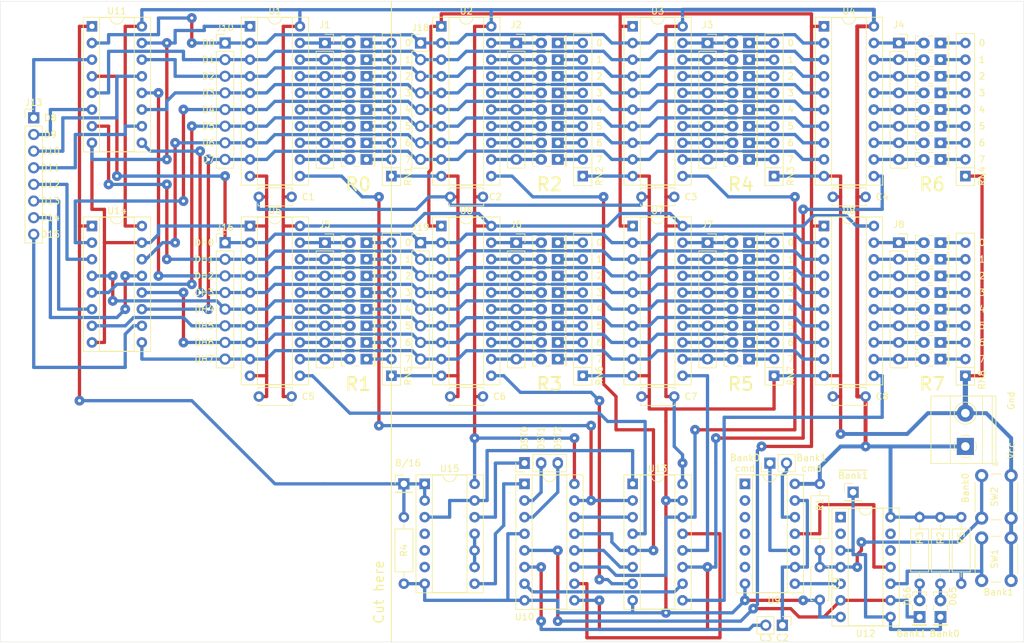
<source format=kicad_pcb>
(kicad_pcb (version 20171130) (host pcbnew "(5.1.8)-1")
  (layers (0 F.Cu signal) (31 B.Cu signal) (34 B.Paste user) (35 F.Paste user) (36 B.SilkS user) (37 F.SilkS user) (38 B.Mask user) (39 F.Mask user) (44 Edge.Cuts user))
  (net 0 "")
  (net 1 VCC)
  (net 2 GND)
  (net 3 /DST0)
  (net 4 /DST1)
  (net 5 /DST2)
  (net 6 /D0)
  (net 7 /D1)
  (net 8 /D2)
  (net 9 /D3)
  (net 10 /D4)
  (net 11 /D5)
  (net 12 /D6)
  (net 13 /D7)
  (net 14 /Bank0-cmd)
  (net 15 /Bank1-cmd)
  (net 16 /C3)
  (net 17 /C2)
  (net 18 /D15)
  (net 19 /D14)
  (net 20 /D13)
  (net 21 /D12)
  (net 22 /D11)
  (net 23 /D10)
  (net 24 /D9)
  (net 25 /D8)
  (net 26 /8\16)
  (net 27 /L0)
  (net 28 /L2)
  (net 29 /~Bank0)
  (net 30 /L4)
  (net 31 /L6)
  (net 32 /L1)
  (net 33 /DH0)
  (net 34 /DH1)
  (net 35 /DH2)
  (net 36 /DH3)
  (net 37 /DH4)
  (net 38 /DH5)
  (net 39 /DH6)
  (net 40 /DH7)
  (net 41 /L3)
  (net 42 /L5)
  (net 43 /L7)
  (net 44 /~Bank1)
  (net 45 "Net-(U10-Pad7)")
  (net 46 "Net-(U10-Pad14)")
  (net 47 "Net-(U10-Pad12)")
  (net 48 "Net-(U10-Pad10)")
  (net 49 "Net-(U10-Pad1)")
  (net 50 "Net-(U13-Pad1)")
  (net 51 "Net-(U15-Pad10)")
  (net 52 "Net-(C9-Pad1)")
  (net 53 "Net-(D65-Pad2)")
  (net 54 "Net-(D66-Pad2)")
  (net 55 "Net-(HL1-Pad1)")
  (net 56 "Net-(HL1-Pad2)")
  (net 57 "Net-(HL2-Pad2)")
  (net 58 "Net-(HL2-Pad1)")
  (net 59 "Net-(HL3-Pad2)")
  (net 60 "Net-(HL3-Pad1)")
  (net 61 "Net-(HL4-Pad2)")
  (net 62 "Net-(HL4-Pad1)")
  (net 63 "Net-(HL5-Pad2)")
  (net 64 "Net-(HL5-Pad1)")
  (net 65 "Net-(HL6-Pad2)")
  (net 66 "Net-(HL6-Pad1)")
  (net 67 "Net-(HL7-Pad2)")
  (net 68 "Net-(HL7-Pad1)")
  (net 69 "Net-(HL8-Pad2)")
  (net 70 "Net-(HL8-Pad1)")
  (net 71 "Net-(HL9-Pad1)")
  (net 72 "Net-(HL9-Pad2)")
  (net 73 "Net-(HL10-Pad2)")
  (net 74 "Net-(HL10-Pad1)")
  (net 75 "Net-(HL11-Pad2)")
  (net 76 "Net-(HL11-Pad1)")
  (net 77 "Net-(HL12-Pad2)")
  (net 78 "Net-(HL12-Pad1)")
  (net 79 "Net-(HL13-Pad1)")
  (net 80 "Net-(HL13-Pad2)")
  (net 81 "Net-(HL14-Pad1)")
  (net 82 "Net-(HL14-Pad2)")
  (net 83 "Net-(HL15-Pad2)")
  (net 84 "Net-(HL15-Pad1)")
  (net 85 "Net-(HL16-Pad1)")
  (net 86 "Net-(HL16-Pad2)")
  (net 87 "Net-(HL17-Pad1)")
  (net 88 "Net-(HL17-Pad2)")
  (net 89 "Net-(HL18-Pad2)")
  (net 90 "Net-(HL18-Pad1)")
  (net 91 "Net-(HL19-Pad1)")
  (net 92 "Net-(HL19-Pad2)")
  (net 93 "Net-(HL20-Pad1)")
  (net 94 "Net-(HL20-Pad2)")
  (net 95 "Net-(HL21-Pad1)")
  (net 96 "Net-(HL21-Pad2)")
  (net 97 "Net-(HL22-Pad2)")
  (net 98 "Net-(HL22-Pad1)")
  (net 99 "Net-(HL23-Pad1)")
  (net 100 "Net-(HL23-Pad2)")
  (net 101 "Net-(HL24-Pad1)")
  (net 102 "Net-(HL24-Pad2)")
  (net 103 "Net-(HL25-Pad1)")
  (net 104 "Net-(HL25-Pad2)")
  (net 105 "Net-(HL26-Pad1)")
  (net 106 "Net-(HL26-Pad2)")
  (net 107 "Net-(HL27-Pad1)")
  (net 108 "Net-(HL27-Pad2)")
  (net 109 "Net-(HL28-Pad1)")
  (net 110 "Net-(HL28-Pad2)")
  (net 111 "Net-(HL29-Pad2)")
  (net 112 "Net-(HL29-Pad1)")
  (net 113 "Net-(HL30-Pad1)")
  (net 114 "Net-(HL30-Pad2)")
  (net 115 "Net-(HL31-Pad1)")
  (net 116 "Net-(HL31-Pad2)")
  (net 117 "Net-(HL32-Pad2)")
  (net 118 "Net-(HL32-Pad1)")
  (net 119 "Net-(HL33-Pad2)")
  (net 120 "Net-(HL33-Pad1)")
  (net 121 "Net-(HL34-Pad2)")
  (net 122 "Net-(HL34-Pad1)")
  (net 123 "Net-(HL35-Pad1)")
  (net 124 "Net-(HL35-Pad2)")
  (net 125 "Net-(HL36-Pad1)")
  (net 126 "Net-(HL36-Pad2)")
  (net 127 "Net-(HL37-Pad2)")
  (net 128 "Net-(HL37-Pad1)")
  (net 129 "Net-(HL38-Pad1)")
  (net 130 "Net-(HL38-Pad2)")
  (net 131 "Net-(HL39-Pad1)")
  (net 132 "Net-(HL39-Pad2)")
  (net 133 "Net-(HL40-Pad1)")
  (net 134 "Net-(HL40-Pad2)")
  (net 135 "Net-(HL41-Pad2)")
  (net 136 "Net-(HL41-Pad1)")
  (net 137 "Net-(HL42-Pad1)")
  (net 138 "Net-(HL42-Pad2)")
  (net 139 "Net-(HL43-Pad1)")
  (net 140 "Net-(HL43-Pad2)")
  (net 141 "Net-(HL44-Pad2)")
  (net 142 "Net-(HL44-Pad1)")
  (net 143 "Net-(HL45-Pad1)")
  (net 144 "Net-(HL45-Pad2)")
  (net 145 "Net-(HL46-Pad2)")
  (net 146 "Net-(HL46-Pad1)")
  (net 147 "Net-(HL47-Pad2)")
  (net 148 "Net-(HL47-Pad1)")
  (net 149 "Net-(HL48-Pad2)")
  (net 150 "Net-(HL48-Pad1)")
  (net 151 "Net-(HL49-Pad2)")
  (net 152 "Net-(HL49-Pad1)")
  (net 153 "Net-(HL50-Pad2)")
  (net 154 "Net-(HL50-Pad1)")
  (net 155 "Net-(HL51-Pad2)")
  (net 156 "Net-(HL51-Pad1)")
  (net 157 "Net-(HL52-Pad2)")
  (net 158 "Net-(HL52-Pad1)")
  (net 159 "Net-(HL53-Pad2)")
  (net 160 "Net-(HL53-Pad1)")
  (net 161 "Net-(HL54-Pad1)")
  (net 162 "Net-(HL54-Pad2)")
  (net 163 "Net-(HL55-Pad2)")
  (net 164 "Net-(HL55-Pad1)")
  (net 165 "Net-(HL56-Pad2)")
  (net 166 "Net-(HL56-Pad1)")
  (net 167 "Net-(HL57-Pad1)")
  (net 168 "Net-(HL57-Pad2)")
  (net 169 "Net-(HL58-Pad2)")
  (net 170 "Net-(HL58-Pad1)")
  (net 171 "Net-(HL59-Pad1)")
  (net 172 "Net-(HL59-Pad2)")
  (net 173 "Net-(HL60-Pad2)")
  (net 174 "Net-(HL60-Pad1)")
  (net 175 "Net-(HL61-Pad1)")
  (net 176 "Net-(HL61-Pad2)")
  (net 177 "Net-(HL62-Pad1)")
  (net 178 "Net-(HL62-Pad2)")
  (net 179 "Net-(HL63-Pad1)")
  (net 180 "Net-(HL63-Pad2)")
  (net 181 "Net-(HL64-Pad1)")
  (net 182 "Net-(HL64-Pad2)")
  (net 183 "Net-(R5-Pad2)")
  (net 184 "Net-(U12-Pad5)")
  (net 185 "Net-(U12-Pad11)")
  (module Package_DIP:DIP-14_W7.62mm_Socket (layer F.Cu) (at 142.875 105.41)
    (fp_text reference U9 (at 4.445 17.78) (layer F.SilkS))
    (fp_text value 74LS00)
    (pad 14 thru_hole oval (at 7.62 0) (size 1.6 1.6) (drill 0.8) (layers *.Cu *.Mask) (net 1 VCC))
    (pad 7 thru_hole oval (at 0 15.24) (size 1.6 1.6) (drill 0.8) (layers *.Cu *.Mask) (net 2 GND))
    (pad 13 thru_hole oval (at 7.62 2.54) (size 1.6 1.6) (drill 0.8) (layers *.Cu *.Mask) (net 17 /C2))
    (pad 6 thru_hole oval (at 0 12.7) (size 1.6 1.6) (drill 0.8) (layers *.Cu *.Mask))
    (pad 12 thru_hole oval (at 7.62 5.08) (size 1.6 1.6) (drill 0.8) (layers *.Cu *.Mask) (net 15 /Bank1-cmd))
    (pad 5 thru_hole oval (at 0 10.16) (size 1.6 1.6) (drill 0.8) (layers *.Cu *.Mask))
    (pad 11 thru_hole oval (at 7.62 7.62) (size 1.6 1.6) (drill 0.8) (layers *.Cu *.Mask) (net 185 "Net-(U12-Pad11)"))
    (pad 4 thru_hole oval (at 0 7.62) (size 1.6 1.6) (drill 0.8) (layers *.Cu *.Mask))
    (pad 10 thru_hole oval (at 7.62 10.16) (size 1.6 1.6) (drill 0.8) (layers *.Cu *.Mask) (net 14 /Bank0-cmd))
    (pad 3 thru_hole oval (at 0 5.08) (size 1.6 1.6) (drill 0.8) (layers *.Cu *.Mask))
    (pad 9 thru_hole oval (at 7.62 12.7) (size 1.6 1.6) (drill 0.8) (layers *.Cu *.Mask) (net 17 /C2))
    (pad 2 thru_hole oval (at 0 2.54) (size 1.6 1.6) (drill 0.8) (layers *.Cu *.Mask))
    (pad 8 thru_hole oval (at 7.62 15.24) (size 1.6 1.6) (drill 0.8) (layers *.Cu *.Mask) (net 184 "Net-(U12-Pad5)"))
    (pad 1 thru_hole rect (at 0 0) (size 1.6 1.6) (drill 0.8) (layers *.Cu *.Mask))
  )
  (module Resistor_THT:R_Axial_DIN0207_L6.3mm_D2.5mm_P10.16mm_Horizontal (layer F.Cu) (at 90.805 110.49 270)
    (fp_text reference R4 (at 5.08 0 90) (layer F.SilkS))
    (fp_text value 1k)
    (pad 2 thru_hole oval (at 10.16 0 270) (size 1.6 1.6) (drill 0.8) (layers *.Cu *.Mask) (net 2 GND))
    (pad 1 thru_hole circle (at 0 0 270) (size 1.6 1.6) (drill 0.8) (layers *.Cu *.Mask) (net 26 /8\16))
  )
  (module MountingHole:MountingHole_3.2mm_M3 (layer F.Cu) (at 181.61 125.73)
    (fp_text reference H4 hide)
    (fp_text value MountingHole)
    (pad 1 np_thru_hole circle (at 0 0) (size 3.2 3.2) (drill 3.2) (layers *.Cu *.Mask))
  )
  (module MountingHole:MountingHole_3.2mm_M3 (layer F.Cu) (at 181.61 35.56)
    (fp_text reference H3 hide)
    (fp_text value MountingHole)
    (pad 1 np_thru_hole circle (at 0 0) (size 3.2 3.2) (drill 3.2) (layers *.Cu *.Mask))
  )
  (module MountingHole:MountingHole_3.2mm_M3 (layer F.Cu) (at 33.02 125.73)
    (fp_text reference H2 hide)
    (fp_text value MountingHole)
    (pad 1 np_thru_hole circle (at 0 0) (size 3.2 3.2) (drill 3.2) (layers *.Cu *.Mask))
  )
  (module MountingHole:MountingHole_3.2mm_M3 (layer F.Cu) (at 33.02 35.56)
    (fp_text reference H1 hide)
    (fp_text value MountingHole)
    (pad 1 np_thru_hole circle (at 0 0) (size 3.2 3.2) (drill 3.2) (layers *.Cu *.Mask))
  )
  (module Package_DIP:DIP-14_W7.62mm_Socket (layer F.Cu) (at 93.98 105.41)
    (fp_text reference U15 (at 3.81 -2.33) (layer F.SilkS))
    (fp_text value 74LS00)
    (pad 1 thru_hole rect (at 0 0) (size 1.6 1.6) (drill 0.8) (layers *.Cu *.Mask) (net 26 /8\16))
    (pad 8 thru_hole oval (at 7.62 15.24) (size 1.6 1.6) (drill 0.8) (layers *.Cu *.Mask) (net 49 "Net-(U10-Pad1)"))
    (pad 2 thru_hole oval (at 0 2.54) (size 1.6 1.6) (drill 0.8) (layers *.Cu *.Mask) (net 26 /8\16))
    (pad 9 thru_hole oval (at 7.62 12.7) (size 1.6 1.6) (drill 0.8) (layers *.Cu *.Mask) (net 51 "Net-(U15-Pad10)"))
    (pad 3 thru_hole oval (at 0 5.08) (size 1.6 1.6) (drill 0.8) (layers *.Cu *.Mask) (net 50 "Net-(U13-Pad1)"))
    (pad 10 thru_hole oval (at 7.62 10.16) (size 1.6 1.6) (drill 0.8) (layers *.Cu *.Mask) (net 51 "Net-(U15-Pad10)"))
    (pad 4 thru_hole oval (at 0 7.62) (size 1.6 1.6) (drill 0.8) (layers *.Cu *.Mask))
    (pad 11 thru_hole oval (at 7.62 7.62) (size 1.6 1.6) (drill 0.8) (layers *.Cu *.Mask) (net 51 "Net-(U15-Pad10)"))
    (pad 5 thru_hole oval (at 0 10.16) (size 1.6 1.6) (drill 0.8) (layers *.Cu *.Mask))
    (pad 12 thru_hole oval (at 7.62 5.08) (size 1.6 1.6) (drill 0.8) (layers *.Cu *.Mask) (net 3 /DST0))
    (pad 6 thru_hole oval (at 0 12.7) (size 1.6 1.6) (drill 0.8) (layers *.Cu *.Mask))
    (pad 13 thru_hole oval (at 7.62 2.54) (size 1.6 1.6) (drill 0.8) (layers *.Cu *.Mask) (net 50 "Net-(U13-Pad1)"))
    (pad 7 thru_hole oval (at 0 15.24) (size 1.6 1.6) (drill 0.8) (layers *.Cu *.Mask) (net 2 GND))
    (pad 14 thru_hole oval (at 7.62 0) (size 1.6 1.6) (drill 0.8) (layers *.Cu *.Mask) (net 1 VCC))
  )
  (module Capacitor_THT:C_Disc_D5.0mm_W2.5mm_P5.00mm (layer F.Cu) (at 73.66 61.595 180)
    (fp_text reference C1 (at -2.54 0) (layer F.SilkS))
    (fp_text value 0.1uF)
    (pad 1 thru_hole circle (at 0 0 180) (size 1.6 1.6) (drill 0.8) (layers *.Cu *.Mask) (net 1 VCC))
    (pad 2 thru_hole circle (at 5 0 180) (size 1.6 1.6) (drill 0.8) (layers *.Cu *.Mask) (net 2 GND))
  )
  (module Capacitor_THT:C_Disc_D5.0mm_W2.5mm_P5.00mm (layer F.Cu) (at 102.87 61.595 180)
    (fp_text reference C2 (at -1.905 0) (layer F.SilkS))
    (fp_text value 0.1uF)
    (pad 2 thru_hole circle (at 5 0 180) (size 1.6 1.6) (drill 0.8) (layers *.Cu *.Mask) (net 2 GND))
    (pad 1 thru_hole circle (at 0 0 180) (size 1.6 1.6) (drill 0.8) (layers *.Cu *.Mask) (net 1 VCC))
  )
  (module Capacitor_THT:C_Disc_D5.0mm_W2.5mm_P5.00mm (layer F.Cu) (at 132.08 61.595 180)
    (fp_text reference C3 (at -2.54 0) (layer F.SilkS))
    (fp_text value 0.1uF)
    (pad 1 thru_hole circle (at 0 0 180) (size 1.6 1.6) (drill 0.8) (layers *.Cu *.Mask) (net 1 VCC))
    (pad 2 thru_hole circle (at 5 0 180) (size 1.6 1.6) (drill 0.8) (layers *.Cu *.Mask) (net 2 GND))
  )
  (module Capacitor_THT:C_Disc_D5.0mm_W2.5mm_P5.00mm (layer F.Cu) (at 161.29 61.595 180)
    (fp_text reference C4 (at -2.54 0) (layer F.SilkS))
    (fp_text value 0.1uF)
    (pad 2 thru_hole circle (at 5 0 180) (size 1.6 1.6) (drill 0.8) (layers *.Cu *.Mask) (net 2 GND))
    (pad 1 thru_hole circle (at 0 0 180) (size 1.6 1.6) (drill 0.8) (layers *.Cu *.Mask) (net 1 VCC))
  )
  (module Capacitor_THT:C_Disc_D5.0mm_W2.5mm_P5.00mm (layer F.Cu) (at 73.66 92.075 180)
    (fp_text reference C5 (at -2.54 0) (layer F.SilkS))
    (fp_text value 0.1uF)
    (pad 1 thru_hole circle (at 0 0 180) (size 1.6 1.6) (drill 0.8) (layers *.Cu *.Mask) (net 1 VCC))
    (pad 2 thru_hole circle (at 5 0 180) (size 1.6 1.6) (drill 0.8) (layers *.Cu *.Mask) (net 2 GND))
  )
  (module Capacitor_THT:C_Disc_D5.0mm_W2.5mm_P5.00mm (layer F.Cu) (at 102.87 92.075 180)
    (fp_text reference C6 (at -2.54 0) (layer F.SilkS))
    (fp_text value 0.1uF)
    (pad 2 thru_hole circle (at 5 0 180) (size 1.6 1.6) (drill 0.8) (layers *.Cu *.Mask) (net 2 GND))
    (pad 1 thru_hole circle (at 0 0 180) (size 1.6 1.6) (drill 0.8) (layers *.Cu *.Mask) (net 1 VCC))
  )
  (module Capacitor_THT:C_Disc_D5.0mm_W2.5mm_P5.00mm (layer F.Cu) (at 132.08 92.075 180)
    (fp_text reference C7 (at -2.54 0) (layer F.SilkS))
    (fp_text value 0.1uF)
    (pad 1 thru_hole circle (at 0 0 180) (size 1.6 1.6) (drill 0.8) (layers *.Cu *.Mask) (net 1 VCC))
    (pad 2 thru_hole circle (at 5 0 180) (size 1.6 1.6) (drill 0.8) (layers *.Cu *.Mask) (net 2 GND))
  )
  (module Capacitor_THT:C_Disc_D5.0mm_W2.5mm_P5.00mm (layer F.Cu) (at 161.29 92.075 180)
    (fp_text reference C8 (at -2.54 0) (layer F.SilkS))
    (fp_text value 0.1uF)
    (pad 2 thru_hole circle (at 5 0 180) (size 1.6 1.6) (drill 0.8) (layers *.Cu *.Mask) (net 2 GND))
    (pad 1 thru_hole circle (at 0 0 180) (size 1.6 1.6) (drill 0.8) (layers *.Cu *.Mask) (net 1 VCC))
  )
  (module LED_THT:LED_Rectangular_W5.0mm_H2.0mm (layer F.Cu) (at 85.09 55.88 180)
    (fp_text reference HL1 hide)
    (fp_text value LED)
    (pad 1 thru_hole rect (at 0 0 180) (size 1.8 1.6) (drill 0.8) (layers *.Cu *.Mask) (net 55 "Net-(HL1-Pad1)"))
    (pad 2 thru_hole oval (at 2.54 0 180) (size 1.8 1.6) (drill 0.8) (layers *.Cu *.Mask) (net 56 "Net-(HL1-Pad2)"))
  )
  (module LED_THT:LED_Rectangular_W5.0mm_H2.0mm (layer F.Cu) (at 85.09 50.8 180)
    (fp_text reference HL2 hide)
    (fp_text value LED)
    (pad 2 thru_hole oval (at 2.54 0 180) (size 1.8 1.6) (drill 0.8) (layers *.Cu *.Mask) (net 57 "Net-(HL2-Pad2)"))
    (pad 1 thru_hole rect (at 0 0 180) (size 1.8 1.6) (drill 0.8) (layers *.Cu *.Mask) (net 58 "Net-(HL2-Pad1)"))
  )
  (module LED_THT:LED_Rectangular_W5.0mm_H2.0mm (layer F.Cu) (at 85.09 45.72 180)
    (fp_text reference HL3 hide)
    (fp_text value LED)
    (pad 2 thru_hole oval (at 2.54 0 180) (size 1.8 1.6) (drill 0.8) (layers *.Cu *.Mask) (net 59 "Net-(HL3-Pad2)"))
    (pad 1 thru_hole rect (at 0 0 180) (size 1.8 1.6) (drill 0.8) (layers *.Cu *.Mask) (net 60 "Net-(HL3-Pad1)"))
  )
  (module LED_THT:LED_Rectangular_W5.0mm_H2.0mm (layer F.Cu) (at 85.09 40.64 180)
    (fp_text reference HL4 hide)
    (fp_text value LED)
    (pad 2 thru_hole oval (at 2.54 0 180) (size 1.8 1.6) (drill 0.8) (layers *.Cu *.Mask) (net 61 "Net-(HL4-Pad2)"))
    (pad 1 thru_hole rect (at 0 0 180) (size 1.8 1.6) (drill 0.8) (layers *.Cu *.Mask) (net 62 "Net-(HL4-Pad1)"))
  )
  (module LED_THT:LED_Rectangular_W5.0mm_H2.0mm (layer F.Cu) (at 114.3 55.88 180)
    (fp_text reference HL5 hide)
    (fp_text value LED)
    (pad 2 thru_hole oval (at 2.54 0 180) (size 1.8 1.6) (drill 0.8) (layers *.Cu *.Mask) (net 63 "Net-(HL5-Pad2)"))
    (pad 1 thru_hole rect (at 0 0 180) (size 1.8 1.6) (drill 0.8) (layers *.Cu *.Mask) (net 64 "Net-(HL5-Pad1)"))
  )
  (module LED_THT:LED_Rectangular_W5.0mm_H2.0mm (layer F.Cu) (at 114.3 50.8 180)
    (fp_text reference HL6 hide)
    (fp_text value LED)
    (pad 2 thru_hole oval (at 2.54 0 180) (size 1.8 1.6) (drill 0.8) (layers *.Cu *.Mask) (net 65 "Net-(HL6-Pad2)"))
    (pad 1 thru_hole rect (at 0 0 180) (size 1.8 1.6) (drill 0.8) (layers *.Cu *.Mask) (net 66 "Net-(HL6-Pad1)"))
  )
  (module LED_THT:LED_Rectangular_W5.0mm_H2.0mm (layer F.Cu) (at 114.3 45.72 180)
    (fp_text reference HL7 hide)
    (fp_text value LED)
    (pad 2 thru_hole oval (at 2.54 0 180) (size 1.8 1.6) (drill 0.8) (layers *.Cu *.Mask) (net 67 "Net-(HL7-Pad2)"))
    (pad 1 thru_hole rect (at 0 0 180) (size 1.8 1.6) (drill 0.8) (layers *.Cu *.Mask) (net 68 "Net-(HL7-Pad1)"))
  )
  (module LED_THT:LED_Rectangular_W5.0mm_H2.0mm (layer F.Cu) (at 114.3 40.64 180)
    (fp_text reference HL8 hide)
    (fp_text value LED)
    (pad 2 thru_hole oval (at 2.54 0 180) (size 1.8 1.6) (drill 0.8) (layers *.Cu *.Mask) (net 69 "Net-(HL8-Pad2)"))
    (pad 1 thru_hole rect (at 0 0 180) (size 1.8 1.6) (drill 0.8) (layers *.Cu *.Mask) (net 70 "Net-(HL8-Pad1)"))
  )
  (module LED_THT:LED_Rectangular_W5.0mm_H2.0mm (layer F.Cu) (at 143.51 55.88 180)
    (fp_text reference HL9 hide)
    (fp_text value LED)
    (pad 1 thru_hole rect (at 0 0 180) (size 1.8 1.6) (drill 0.8) (layers *.Cu *.Mask) (net 71 "Net-(HL9-Pad1)"))
    (pad 2 thru_hole oval (at 2.54 0 180) (size 1.8 1.6) (drill 0.8) (layers *.Cu *.Mask) (net 72 "Net-(HL9-Pad2)"))
  )
  (module LED_THT:LED_Rectangular_W5.0mm_H2.0mm (layer F.Cu) (at 143.51 50.8 180)
    (fp_text reference HL10 hide)
    (fp_text value LED)
    (pad 2 thru_hole oval (at 2.54 0 180) (size 1.8 1.6) (drill 0.8) (layers *.Cu *.Mask) (net 73 "Net-(HL10-Pad2)"))
    (pad 1 thru_hole rect (at 0 0 180) (size 1.8 1.6) (drill 0.8) (layers *.Cu *.Mask) (net 74 "Net-(HL10-Pad1)"))
  )
  (module LED_THT:LED_Rectangular_W5.0mm_H2.0mm (layer F.Cu) (at 143.51 45.72 180)
    (fp_text reference HL11 hide)
    (fp_text value LED)
    (pad 2 thru_hole oval (at 2.54 0 180) (size 1.8 1.6) (drill 0.8) (layers *.Cu *.Mask) (net 75 "Net-(HL11-Pad2)"))
    (pad 1 thru_hole rect (at 0 0 180) (size 1.8 1.6) (drill 0.8) (layers *.Cu *.Mask) (net 76 "Net-(HL11-Pad1)"))
  )
  (module LED_THT:LED_Rectangular_W5.0mm_H2.0mm (layer F.Cu) (at 143.51 40.64 180)
    (fp_text reference HL12 hide)
    (fp_text value LED)
    (pad 2 thru_hole oval (at 2.54 0 180) (size 1.8 1.6) (drill 0.8) (layers *.Cu *.Mask) (net 77 "Net-(HL12-Pad2)"))
    (pad 1 thru_hole rect (at 0 0 180) (size 1.8 1.6) (drill 0.8) (layers *.Cu *.Mask) (net 78 "Net-(HL12-Pad1)"))
  )
  (module LED_THT:LED_Rectangular_W5.0mm_H2.0mm (layer F.Cu) (at 172.72 55.88 180)
    (fp_text reference HL13 hide)
    (fp_text value LED)
    (pad 1 thru_hole rect (at 0 0 180) (size 1.8 1.6) (drill 0.8) (layers *.Cu *.Mask) (net 79 "Net-(HL13-Pad1)"))
    (pad 2 thru_hole oval (at 2.54 0 180) (size 1.8 1.6) (drill 0.8) (layers *.Cu *.Mask) (net 80 "Net-(HL13-Pad2)"))
  )
  (module LED_THT:LED_Rectangular_W5.0mm_H2.0mm (layer F.Cu) (at 172.72 50.8 180)
    (fp_text reference HL14 hide)
    (fp_text value LED)
    (pad 1 thru_hole rect (at 0 0 180) (size 1.8 1.6) (drill 0.8) (layers *.Cu *.Mask) (net 81 "Net-(HL14-Pad1)"))
    (pad 2 thru_hole oval (at 2.54 0 180) (size 1.8 1.6) (drill 0.8) (layers *.Cu *.Mask) (net 82 "Net-(HL14-Pad2)"))
  )
  (module LED_THT:LED_Rectangular_W5.0mm_H2.0mm (layer F.Cu) (at 172.72 45.72 180)
    (fp_text reference HL15 hide)
    (fp_text value LED)
    (pad 2 thru_hole oval (at 2.54 0 180) (size 1.8 1.6) (drill 0.8) (layers *.Cu *.Mask) (net 83 "Net-(HL15-Pad2)"))
    (pad 1 thru_hole rect (at 0 0 180) (size 1.8 1.6) (drill 0.8) (layers *.Cu *.Mask) (net 84 "Net-(HL15-Pad1)"))
  )
  (module LED_THT:LED_Rectangular_W5.0mm_H2.0mm (layer F.Cu) (at 172.72 40.64 180)
    (fp_text reference HL16 hide)
    (fp_text value LED)
    (pad 1 thru_hole rect (at 0 0 180) (size 1.8 1.6) (drill 0.8) (layers *.Cu *.Mask) (net 85 "Net-(HL16-Pad1)"))
    (pad 2 thru_hole oval (at 2.54 0 180) (size 1.8 1.6) (drill 0.8) (layers *.Cu *.Mask) (net 86 "Net-(HL16-Pad2)"))
  )
  (module LED_THT:LED_Rectangular_W5.0mm_H2.0mm (layer F.Cu) (at 85.09 53.34 180)
    (fp_text reference HL17 hide)
    (fp_text value LED)
    (pad 1 thru_hole rect (at 0 0 180) (size 1.8 1.6) (drill 0.8) (layers *.Cu *.Mask) (net 87 "Net-(HL17-Pad1)"))
    (pad 2 thru_hole oval (at 2.54 0 180) (size 1.8 1.6) (drill 0.8) (layers *.Cu *.Mask) (net 88 "Net-(HL17-Pad2)"))
  )
  (module LED_THT:LED_Rectangular_W5.0mm_H2.0mm (layer F.Cu) (at 85.09 48.26 180)
    (fp_text reference HL18 hide)
    (fp_text value LED)
    (pad 2 thru_hole oval (at 2.54 0 180) (size 1.8 1.6) (drill 0.8) (layers *.Cu *.Mask) (net 89 "Net-(HL18-Pad2)"))
    (pad 1 thru_hole rect (at 0 0 180) (size 1.8 1.6) (drill 0.8) (layers *.Cu *.Mask) (net 90 "Net-(HL18-Pad1)"))
  )
  (module LED_THT:LED_Rectangular_W5.0mm_H2.0mm (layer F.Cu) (at 85.09 43.18 180)
    (fp_text reference HL19 hide)
    (fp_text value LED)
    (pad 1 thru_hole rect (at 0 0 180) (size 1.8 1.6) (drill 0.8) (layers *.Cu *.Mask) (net 91 "Net-(HL19-Pad1)"))
    (pad 2 thru_hole oval (at 2.54 0 180) (size 1.8 1.6) (drill 0.8) (layers *.Cu *.Mask) (net 92 "Net-(HL19-Pad2)"))
  )
  (module LED_THT:LED_Rectangular_W5.0mm_H2.0mm (layer F.Cu) (at 85.09 38.1 180)
    (fp_text reference HL20 hide)
    (fp_text value LED)
    (pad 1 thru_hole rect (at 0 0 180) (size 1.8 1.6) (drill 0.8) (layers *.Cu *.Mask) (net 93 "Net-(HL20-Pad1)"))
    (pad 2 thru_hole oval (at 2.54 0 180) (size 1.8 1.6) (drill 0.8) (layers *.Cu *.Mask) (net 94 "Net-(HL20-Pad2)"))
  )
  (module LED_THT:LED_Rectangular_W5.0mm_H2.0mm (layer F.Cu) (at 114.3 53.34 180)
    (fp_text reference HL21 hide)
    (fp_text value LED)
    (pad 1 thru_hole rect (at 0 0 180) (size 1.8 1.6) (drill 0.8) (layers *.Cu *.Mask) (net 95 "Net-(HL21-Pad1)"))
    (pad 2 thru_hole oval (at 2.54 0 180) (size 1.8 1.6) (drill 0.8) (layers *.Cu *.Mask) (net 96 "Net-(HL21-Pad2)"))
  )
  (module LED_THT:LED_Rectangular_W5.0mm_H2.0mm (layer F.Cu) (at 114.3 48.26 180)
    (fp_text reference HL22 hide)
    (fp_text value LED)
    (pad 2 thru_hole oval (at 2.54 0 180) (size 1.8 1.6) (drill 0.8) (layers *.Cu *.Mask) (net 97 "Net-(HL22-Pad2)"))
    (pad 1 thru_hole rect (at 0 0 180) (size 1.8 1.6) (drill 0.8) (layers *.Cu *.Mask) (net 98 "Net-(HL22-Pad1)"))
  )
  (module LED_THT:LED_Rectangular_W5.0mm_H2.0mm (layer F.Cu) (at 114.3 43.18 180)
    (fp_text reference HL23 hide)
    (fp_text value LED)
    (pad 1 thru_hole rect (at 0 0 180) (size 1.8 1.6) (drill 0.8) (layers *.Cu *.Mask) (net 99 "Net-(HL23-Pad1)"))
    (pad 2 thru_hole oval (at 2.54 0 180) (size 1.8 1.6) (drill 0.8) (layers *.Cu *.Mask) (net 100 "Net-(HL23-Pad2)"))
  )
  (module LED_THT:LED_Rectangular_W5.0mm_H2.0mm (layer F.Cu) (at 114.3 38.1 180)
    (fp_text reference HL24 hide)
    (fp_text value LED)
    (pad 1 thru_hole rect (at 0 0 180) (size 1.8 1.6) (drill 0.8) (layers *.Cu *.Mask) (net 101 "Net-(HL24-Pad1)"))
    (pad 2 thru_hole oval (at 2.54 0 180) (size 1.8 1.6) (drill 0.8) (layers *.Cu *.Mask) (net 102 "Net-(HL24-Pad2)"))
  )
  (module LED_THT:LED_Rectangular_W5.0mm_H2.0mm (layer F.Cu) (at 143.51 53.34 180)
    (fp_text reference HL25 hide)
    (fp_text value LED)
    (pad 1 thru_hole rect (at 0 0 180) (size 1.8 1.6) (drill 0.8) (layers *.Cu *.Mask) (net 103 "Net-(HL25-Pad1)"))
    (pad 2 thru_hole oval (at 2.54 0 180) (size 1.8 1.6) (drill 0.8) (layers *.Cu *.Mask) (net 104 "Net-(HL25-Pad2)"))
  )
  (module LED_THT:LED_Rectangular_W5.0mm_H2.0mm (layer F.Cu) (at 143.51 48.26 180)
    (fp_text reference HL26 hide)
    (fp_text value LED)
    (pad 1 thru_hole rect (at 0 0 180) (size 1.8 1.6) (drill 0.8) (layers *.Cu *.Mask) (net 105 "Net-(HL26-Pad1)"))
    (pad 2 thru_hole oval (at 2.54 0 180) (size 1.8 1.6) (drill 0.8) (layers *.Cu *.Mask) (net 106 "Net-(HL26-Pad2)"))
  )
  (module LED_THT:LED_Rectangular_W5.0mm_H2.0mm (layer F.Cu) (at 143.51 43.18 180)
    (fp_text reference HL27 hide)
    (fp_text value LED)
    (pad 1 thru_hole rect (at 0 0 180) (size 1.8 1.6) (drill 0.8) (layers *.Cu *.Mask) (net 107 "Net-(HL27-Pad1)"))
    (pad 2 thru_hole oval (at 2.54 0 180) (size 1.8 1.6) (drill 0.8) (layers *.Cu *.Mask) (net 108 "Net-(HL27-Pad2)"))
  )
  (module LED_THT:LED_Rectangular_W5.0mm_H2.0mm (layer F.Cu) (at 143.51 38.1 180)
    (fp_text reference HL28 hide)
    (fp_text value LED)
    (pad 1 thru_hole rect (at 0 0 180) (size 1.8 1.6) (drill 0.8) (layers *.Cu *.Mask) (net 109 "Net-(HL28-Pad1)"))
    (pad 2 thru_hole oval (at 2.54 0 180) (size 1.8 1.6) (drill 0.8) (layers *.Cu *.Mask) (net 110 "Net-(HL28-Pad2)"))
  )
  (module LED_THT:LED_Rectangular_W5.0mm_H2.0mm (layer F.Cu) (at 172.72 53.34 180)
    (fp_text reference HL29 hide)
    (fp_text value LED)
    (pad 2 thru_hole oval (at 2.54 0 180) (size 1.8 1.6) (drill 0.8) (layers *.Cu *.Mask) (net 111 "Net-(HL29-Pad2)"))
    (pad 1 thru_hole rect (at 0 0 180) (size 1.8 1.6) (drill 0.8) (layers *.Cu *.Mask) (net 112 "Net-(HL29-Pad1)"))
  )
  (module LED_THT:LED_Rectangular_W5.0mm_H2.0mm (layer F.Cu) (at 172.72 48.26 180)
    (fp_text reference HL30 hide)
    (fp_text value LED)
    (pad 1 thru_hole rect (at 0 0 180) (size 1.8 1.6) (drill 0.8) (layers *.Cu *.Mask) (net 113 "Net-(HL30-Pad1)"))
    (pad 2 thru_hole oval (at 2.54 0 180) (size 1.8 1.6) (drill 0.8) (layers *.Cu *.Mask) (net 114 "Net-(HL30-Pad2)"))
  )
  (module LED_THT:LED_Rectangular_W5.0mm_H2.0mm (layer F.Cu) (at 172.72 43.18 180)
    (fp_text reference HL31 hide)
    (fp_text value LED)
    (pad 1 thru_hole rect (at 0 0 180) (size 1.8 1.6) (drill 0.8) (layers *.Cu *.Mask) (net 115 "Net-(HL31-Pad1)"))
    (pad 2 thru_hole oval (at 2.54 0 180) (size 1.8 1.6) (drill 0.8) (layers *.Cu *.Mask) (net 116 "Net-(HL31-Pad2)"))
  )
  (module LED_THT:LED_Rectangular_W5.0mm_H2.0mm (layer F.Cu) (at 172.72 38.1 180)
    (fp_text reference HL32 hide)
    (fp_text value LED)
    (pad 2 thru_hole oval (at 2.54 0 180) (size 1.8 1.6) (drill 0.8) (layers *.Cu *.Mask) (net 117 "Net-(HL32-Pad2)"))
    (pad 1 thru_hole rect (at 0 0 180) (size 1.8 1.6) (drill 0.8) (layers *.Cu *.Mask) (net 118 "Net-(HL32-Pad1)"))
  )
  (module LED_THT:LED_Rectangular_W5.0mm_H2.0mm (layer F.Cu) (at 85.09 86.36 180)
    (fp_text reference HL33 hide)
    (fp_text value LED)
    (pad 2 thru_hole oval (at 2.54 0 180) (size 1.8 1.6) (drill 0.8) (layers *.Cu *.Mask) (net 119 "Net-(HL33-Pad2)"))
    (pad 1 thru_hole rect (at 0 0 180) (size 1.8 1.6) (drill 0.8) (layers *.Cu *.Mask) (net 120 "Net-(HL33-Pad1)"))
  )
  (module LED_THT:LED_Rectangular_W5.0mm_H2.0mm (layer F.Cu) (at 85.09 81.28 180)
    (fp_text reference HL34 hide)
    (fp_text value LED)
    (pad 2 thru_hole oval (at 2.54 0 180) (size 1.8 1.6) (drill 0.8) (layers *.Cu *.Mask) (net 121 "Net-(HL34-Pad2)"))
    (pad 1 thru_hole rect (at 0 0 180) (size 1.8 1.6) (drill 0.8) (layers *.Cu *.Mask) (net 122 "Net-(HL34-Pad1)"))
  )
  (module LED_THT:LED_Rectangular_W5.0mm_H2.0mm (layer F.Cu) (at 85.09 76.2 180)
    (fp_text reference HL35 hide)
    (fp_text value LED)
    (pad 1 thru_hole rect (at 0 0 180) (size 1.8 1.6) (drill 0.8) (layers *.Cu *.Mask) (net 123 "Net-(HL35-Pad1)"))
    (pad 2 thru_hole oval (at 2.54 0 180) (size 1.8 1.6) (drill 0.8) (layers *.Cu *.Mask) (net 124 "Net-(HL35-Pad2)"))
  )
  (module LED_THT:LED_Rectangular_W5.0mm_H2.0mm (layer F.Cu) (at 85.09 71.12 180)
    (fp_text reference HL36 hide)
    (fp_text value LED)
    (pad 1 thru_hole rect (at 0 0 180) (size 1.8 1.6) (drill 0.8) (layers *.Cu *.Mask) (net 125 "Net-(HL36-Pad1)"))
    (pad 2 thru_hole oval (at 2.54 0 180) (size 1.8 1.6) (drill 0.8) (layers *.Cu *.Mask) (net 126 "Net-(HL36-Pad2)"))
  )
  (module LED_THT:LED_Rectangular_W5.0mm_H2.0mm (layer F.Cu) (at 114.3 86.36 180)
    (fp_text reference HL37 hide)
    (fp_text value LED)
    (pad 2 thru_hole oval (at 2.54 0 180) (size 1.8 1.6) (drill 0.8) (layers *.Cu *.Mask) (net 127 "Net-(HL37-Pad2)"))
    (pad 1 thru_hole rect (at 0 0 180) (size 1.8 1.6) (drill 0.8) (layers *.Cu *.Mask) (net 128 "Net-(HL37-Pad1)"))
  )
  (module LED_THT:LED_Rectangular_W5.0mm_H2.0mm (layer F.Cu) (at 114.3 81.28 180)
    (fp_text reference HL38 hide)
    (fp_text value LED)
    (pad 1 thru_hole rect (at 0 0 180) (size 1.8 1.6) (drill 0.8) (layers *.Cu *.Mask) (net 129 "Net-(HL38-Pad1)"))
    (pad 2 thru_hole oval (at 2.54 0 180) (size 1.8 1.6) (drill 0.8) (layers *.Cu *.Mask) (net 130 "Net-(HL38-Pad2)"))
  )
  (module LED_THT:LED_Rectangular_W5.0mm_H2.0mm (layer F.Cu) (at 114.3 76.2 180)
    (fp_text reference HL39 hide)
    (fp_text value LED)
    (pad 1 thru_hole rect (at 0 0 180) (size 1.8 1.6) (drill 0.8) (layers *.Cu *.Mask) (net 131 "Net-(HL39-Pad1)"))
    (pad 2 thru_hole oval (at 2.54 0 180) (size 1.8 1.6) (drill 0.8) (layers *.Cu *.Mask) (net 132 "Net-(HL39-Pad2)"))
  )
  (module LED_THT:LED_Rectangular_W5.0mm_H2.0mm (layer F.Cu) (at 114.3 71.12 180)
    (fp_text reference HL40 hide)
    (fp_text value LED)
    (pad 1 thru_hole rect (at 0 0 180) (size 1.8 1.6) (drill 0.8) (layers *.Cu *.Mask) (net 133 "Net-(HL40-Pad1)"))
    (pad 2 thru_hole oval (at 2.54 0 180) (size 1.8 1.6) (drill 0.8) (layers *.Cu *.Mask) (net 134 "Net-(HL40-Pad2)"))
  )
  (module LED_THT:LED_Rectangular_W5.0mm_H2.0mm (layer F.Cu) (at 143.51 86.36 180)
    (fp_text reference HL41 hide)
    (fp_text value LED)
    (pad 2 thru_hole oval (at 2.54 0 180) (size 1.8 1.6) (drill 0.8) (layers *.Cu *.Mask) (net 135 "Net-(HL41-Pad2)"))
    (pad 1 thru_hole rect (at 0 0 180) (size 1.8 1.6) (drill 0.8) (layers *.Cu *.Mask) (net 136 "Net-(HL41-Pad1)"))
  )
  (module LED_THT:LED_Rectangular_W5.0mm_H2.0mm (layer F.Cu) (at 143.51 81.28 180)
    (fp_text reference HL42 hide)
    (fp_text value LED)
    (pad 1 thru_hole rect (at 0 0 180) (size 1.8 1.6) (drill 0.8) (layers *.Cu *.Mask) (net 137 "Net-(HL42-Pad1)"))
    (pad 2 thru_hole oval (at 2.54 0 180) (size 1.8 1.6) (drill 0.8) (layers *.Cu *.Mask) (net 138 "Net-(HL42-Pad2)"))
  )
  (module LED_THT:LED_Rectangular_W5.0mm_H2.0mm (layer F.Cu) (at 143.51 76.2 180)
    (fp_text reference HL43 hide)
    (fp_text value LED)
    (pad 1 thru_hole rect (at 0 0 180) (size 1.8 1.6) (drill 0.8) (layers *.Cu *.Mask) (net 139 "Net-(HL43-Pad1)"))
    (pad 2 thru_hole oval (at 2.54 0 180) (size 1.8 1.6) (drill 0.8) (layers *.Cu *.Mask) (net 140 "Net-(HL43-Pad2)"))
  )
  (module LED_THT:LED_Rectangular_W5.0mm_H2.0mm (layer F.Cu) (at 143.51 71.12 180)
    (fp_text reference HL44 hide)
    (fp_text value LED)
    (pad 2 thru_hole oval (at 2.54 0 180) (size 1.8 1.6) (drill 0.8) (layers *.Cu *.Mask) (net 141 "Net-(HL44-Pad2)"))
    (pad 1 thru_hole rect (at 0 0 180) (size 1.8 1.6) (drill 0.8) (layers *.Cu *.Mask) (net 142 "Net-(HL44-Pad1)"))
  )
  (module LED_THT:LED_Rectangular_W5.0mm_H2.0mm (layer F.Cu) (at 172.72 86.36 180)
    (fp_text reference HL45 hide)
    (fp_text value LED)
    (pad 1 thru_hole rect (at 0 0 180) (size 1.8 1.6) (drill 0.8) (layers *.Cu *.Mask) (net 143 "Net-(HL45-Pad1)"))
    (pad 2 thru_hole oval (at 2.54 0 180) (size 1.8 1.6) (drill 0.8) (layers *.Cu *.Mask) (net 144 "Net-(HL45-Pad2)"))
  )
  (module LED_THT:LED_Rectangular_W5.0mm_H2.0mm (layer F.Cu) (at 172.72 81.28 180)
    (fp_text reference HL46 hide)
    (fp_text value LED)
    (pad 2 thru_hole oval (at 2.54 0 180) (size 1.8 1.6) (drill 0.8) (layers *.Cu *.Mask) (net 145 "Net-(HL46-Pad2)"))
    (pad 1 thru_hole rect (at 0 0 180) (size 1.8 1.6) (drill 0.8) (layers *.Cu *.Mask) (net 146 "Net-(HL46-Pad1)"))
  )
  (module LED_THT:LED_Rectangular_W5.0mm_H2.0mm (layer F.Cu) (at 172.72 76.2 180)
    (fp_text reference HL47 hide)
    (fp_text value LED)
    (pad 2 thru_hole oval (at 2.54 0 180) (size 1.8 1.6) (drill 0.8) (layers *.Cu *.Mask) (net 147 "Net-(HL47-Pad2)"))
    (pad 1 thru_hole rect (at 0 0 180) (size 1.8 1.6) (drill 0.8) (layers *.Cu *.Mask) (net 148 "Net-(HL47-Pad1)"))
  )
  (module LED_THT:LED_Rectangular_W5.0mm_H2.0mm (layer F.Cu) (at 172.72 71.12 180)
    (fp_text reference HL48 hide)
    (fp_text value LED)
    (pad 2 thru_hole oval (at 2.54 0 180) (size 1.8 1.6) (drill 0.8) (layers *.Cu *.Mask) (net 149 "Net-(HL48-Pad2)"))
    (pad 1 thru_hole rect (at 0 0 180) (size 1.8 1.6) (drill 0.8) (layers *.Cu *.Mask) (net 150 "Net-(HL48-Pad1)"))
  )
  (module LED_THT:LED_Rectangular_W5.0mm_H2.0mm (layer F.Cu) (at 85.09 83.82 180)
    (fp_text reference HL49 hide)
    (fp_text value LED)
    (pad 2 thru_hole oval (at 2.54 0 180) (size 1.8 1.6) (drill 0.8) (layers *.Cu *.Mask) (net 151 "Net-(HL49-Pad2)"))
    (pad 1 thru_hole rect (at 0 0 180) (size 1.8 1.6) (drill 0.8) (layers *.Cu *.Mask) (net 152 "Net-(HL49-Pad1)"))
  )
  (module LED_THT:LED_Rectangular_W5.0mm_H2.0mm (layer F.Cu) (at 85.09 78.74 180)
    (fp_text reference HL50 hide)
    (fp_text value LED)
    (pad 2 thru_hole oval (at 2.54 0 180) (size 1.8 1.6) (drill 0.8) (layers *.Cu *.Mask) (net 153 "Net-(HL50-Pad2)"))
    (pad 1 thru_hole rect (at 0 0 180) (size 1.8 1.6) (drill 0.8) (layers *.Cu *.Mask) (net 154 "Net-(HL50-Pad1)"))
  )
  (module LED_THT:LED_Rectangular_W5.0mm_H2.0mm (layer F.Cu) (at 85.09 73.66 180)
    (fp_text reference HL51 hide)
    (fp_text value LED)
    (pad 2 thru_hole oval (at 2.54 0 180) (size 1.8 1.6) (drill 0.8) (layers *.Cu *.Mask) (net 155 "Net-(HL51-Pad2)"))
    (pad 1 thru_hole rect (at 0 0 180) (size 1.8 1.6) (drill 0.8) (layers *.Cu *.Mask) (net 156 "Net-(HL51-Pad1)"))
  )
  (module LED_THT:LED_Rectangular_W5.0mm_H2.0mm (layer F.Cu) (at 85.09 68.58 180)
    (fp_text reference HL52 hide)
    (fp_text value LED)
    (pad 2 thru_hole oval (at 2.54 0 180) (size 1.8 1.6) (drill 0.8) (layers *.Cu *.Mask) (net 157 "Net-(HL52-Pad2)"))
    (pad 1 thru_hole rect (at 0 0 180) (size 1.8 1.6) (drill 0.8) (layers *.Cu *.Mask) (net 158 "Net-(HL52-Pad1)"))
  )
  (module LED_THT:LED_Rectangular_W5.0mm_H2.0mm (layer F.Cu) (at 114.3 83.82 180)
    (fp_text reference HL53 hide)
    (fp_text value LED)
    (pad 2 thru_hole oval (at 2.54 0 180) (size 1.8 1.6) (drill 0.8) (layers *.Cu *.Mask) (net 159 "Net-(HL53-Pad2)"))
    (pad 1 thru_hole rect (at 0 0 180) (size 1.8 1.6) (drill 0.8) (layers *.Cu *.Mask) (net 160 "Net-(HL53-Pad1)"))
  )
  (module LED_THT:LED_Rectangular_W5.0mm_H2.0mm (layer F.Cu) (at 114.3 78.74 180)
    (fp_text reference HL54 hide)
    (fp_text value LED)
    (pad 1 thru_hole rect (at 0 0 180) (size 1.8 1.6) (drill 0.8) (layers *.Cu *.Mask) (net 161 "Net-(HL54-Pad1)"))
    (pad 2 thru_hole oval (at 2.54 0 180) (size 1.8 1.6) (drill 0.8) (layers *.Cu *.Mask) (net 162 "Net-(HL54-Pad2)"))
  )
  (module LED_THT:LED_Rectangular_W5.0mm_H2.0mm (layer F.Cu) (at 114.3 73.66 180)
    (fp_text reference HL55 hide)
    (fp_text value LED)
    (pad 2 thru_hole oval (at 2.54 0 180) (size 1.8 1.6) (drill 0.8) (layers *.Cu *.Mask) (net 163 "Net-(HL55-Pad2)"))
    (pad 1 thru_hole rect (at 0 0 180) (size 1.8 1.6) (drill 0.8) (layers *.Cu *.Mask) (net 164 "Net-(HL55-Pad1)"))
  )
  (module LED_THT:LED_Rectangular_W5.0mm_H2.0mm (layer F.Cu) (at 114.3 68.58 180)
    (fp_text reference HL56 hide)
    (fp_text value LED)
    (pad 2 thru_hole oval (at 2.54 0 180) (size 1.8 1.6) (drill 0.8) (layers *.Cu *.Mask) (net 165 "Net-(HL56-Pad2)"))
    (pad 1 thru_hole rect (at 0 0 180) (size 1.8 1.6) (drill 0.8) (layers *.Cu *.Mask) (net 166 "Net-(HL56-Pad1)"))
  )
  (module LED_THT:LED_Rectangular_W5.0mm_H2.0mm (layer F.Cu) (at 143.51 83.82 180)
    (fp_text reference HL57 hide)
    (fp_text value LED)
    (pad 1 thru_hole rect (at 0 0 180) (size 1.8 1.6) (drill 0.8) (layers *.Cu *.Mask) (net 167 "Net-(HL57-Pad1)"))
    (pad 2 thru_hole oval (at 2.54 0 180) (size 1.8 1.6) (drill 0.8) (layers *.Cu *.Mask) (net 168 "Net-(HL57-Pad2)"))
  )
  (module LED_THT:LED_Rectangular_W5.0mm_H2.0mm (layer F.Cu) (at 143.51 78.74 180)
    (fp_text reference HL58 hide)
    (fp_text value LED)
    (pad 2 thru_hole oval (at 2.54 0 180) (size 1.8 1.6) (drill 0.8) (layers *.Cu *.Mask) (net 169 "Net-(HL58-Pad2)"))
    (pad 1 thru_hole rect (at 0 0 180) (size 1.8 1.6) (drill 0.8) (layers *.Cu *.Mask) (net 170 "Net-(HL58-Pad1)"))
  )
  (module LED_THT:LED_Rectangular_W5.0mm_H2.0mm (layer F.Cu) (at 143.51 73.66 180)
    (fp_text reference HL59 hide)
    (fp_text value LED)
    (pad 1 thru_hole rect (at 0 0 180) (size 1.8 1.6) (drill 0.8) (layers *.Cu *.Mask) (net 171 "Net-(HL59-Pad1)"))
    (pad 2 thru_hole oval (at 2.54 0 180) (size 1.8 1.6) (drill 0.8) (layers *.Cu *.Mask) (net 172 "Net-(HL59-Pad2)"))
  )
  (module LED_THT:LED_Rectangular_W5.0mm_H2.0mm (layer F.Cu) (at 143.51 68.58 180)
    (fp_text reference HL60 hide)
    (fp_text value LED)
    (pad 2 thru_hole oval (at 2.54 0 180) (size 1.8 1.6) (drill 0.8) (layers *.Cu *.Mask) (net 173 "Net-(HL60-Pad2)"))
    (pad 1 thru_hole rect (at 0 0 180) (size 1.8 1.6) (drill 0.8) (layers *.Cu *.Mask) (net 174 "Net-(HL60-Pad1)"))
  )
  (module LED_THT:LED_Rectangular_W5.0mm_H2.0mm (layer F.Cu) (at 172.72 83.82 180)
    (fp_text reference HL61 hide)
    (fp_text value LED)
    (pad 1 thru_hole rect (at 0 0 180) (size 1.8 1.6) (drill 0.8) (layers *.Cu *.Mask) (net 175 "Net-(HL61-Pad1)"))
    (pad 2 thru_hole oval (at 2.54 0 180) (size 1.8 1.6) (drill 0.8) (layers *.Cu *.Mask) (net 176 "Net-(HL61-Pad2)"))
  )
  (module LED_THT:LED_Rectangular_W5.0mm_H2.0mm (layer F.Cu) (at 172.72 78.74 180)
    (fp_text reference HL62 hide)
    (fp_text value LED)
    (pad 1 thru_hole rect (at 0 0 180) (size 1.8 1.6) (drill 0.8) (layers *.Cu *.Mask) (net 177 "Net-(HL62-Pad1)"))
    (pad 2 thru_hole oval (at 2.54 0 180) (size 1.8 1.6) (drill 0.8) (layers *.Cu *.Mask) (net 178 "Net-(HL62-Pad2)"))
  )
  (module LED_THT:LED_Rectangular_W5.0mm_H2.0mm (layer F.Cu) (at 172.72 73.66 180)
    (fp_text reference HL63 hide)
    (fp_text value LED)
    (pad 1 thru_hole rect (at 0 0 180) (size 1.8 1.6) (drill 0.8) (layers *.Cu *.Mask) (net 179 "Net-(HL63-Pad1)"))
    (pad 2 thru_hole oval (at 2.54 0 180) (size 1.8 1.6) (drill 0.8) (layers *.Cu *.Mask) (net 180 "Net-(HL63-Pad2)"))
  )
  (module LED_THT:LED_Rectangular_W5.0mm_H2.0mm (layer F.Cu) (at 172.72 68.58 180)
    (fp_text reference HL64 hide)
    (fp_text value LED)
    (pad 1 thru_hole rect (at 0 0 180) (size 1.8 1.6) (drill 0.8) (layers *.Cu *.Mask) (net 181 "Net-(HL64-Pad1)"))
    (pad 2 thru_hole oval (at 2.54 0 180) (size 1.8 1.6) (drill 0.8) (layers *.Cu *.Mask) (net 182 "Net-(HL64-Pad2)"))
  )
  (module Connector_PinSocket_2.54mm:PinSocket_1x08_P2.54mm_Vertical (layer F.Cu) (at 78.74 38.1)
    (fp_text reference J1 (at 0 -2.77) (layer F.SilkS))
    (fp_text value Conn_01x08_Female)
    (pad 1 thru_hole rect (at 0 0) (size 1.8 1.6) (drill 0.9) (layers *.Cu *.Mask) (net 94 "Net-(HL20-Pad2)"))
    (pad 2 thru_hole oval (at 0 2.54) (size 1.8 1.6) (drill 0.9) (layers *.Cu *.Mask) (net 61 "Net-(HL4-Pad2)"))
    (pad 3 thru_hole oval (at 0 5.08) (size 1.8 1.6) (drill 0.9) (layers *.Cu *.Mask) (net 92 "Net-(HL19-Pad2)"))
    (pad 4 thru_hole oval (at 0 7.62) (size 1.8 1.6) (drill 0.9) (layers *.Cu *.Mask) (net 59 "Net-(HL3-Pad2)"))
    (pad 5 thru_hole oval (at 0 10.16) (size 1.8 1.6) (drill 0.9) (layers *.Cu *.Mask) (net 89 "Net-(HL18-Pad2)"))
    (pad 6 thru_hole oval (at 0 12.7) (size 1.8 1.6) (drill 0.9) (layers *.Cu *.Mask) (net 57 "Net-(HL2-Pad2)"))
    (pad 7 thru_hole oval (at 0 15.24) (size 1.8 1.6) (drill 0.9) (layers *.Cu *.Mask) (net 88 "Net-(HL17-Pad2)"))
    (pad 8 thru_hole oval (at 0 17.78) (size 1.8 1.6) (drill 0.9) (layers *.Cu *.Mask) (net 56 "Net-(HL1-Pad2)"))
  )
  (module Connector_PinSocket_2.54mm:PinSocket_1x08_P2.54mm_Vertical (layer F.Cu) (at 107.95 38.1)
    (fp_text reference J2 (at 0 -2.77) (layer F.SilkS))
    (fp_text value Conn_01x08_Female)
    (pad 8 thru_hole oval (at 0 17.78) (size 1.8 1.6) (drill 0.9) (layers *.Cu *.Mask) (net 63 "Net-(HL5-Pad2)"))
    (pad 7 thru_hole oval (at 0 15.24) (size 1.8 1.6) (drill 0.9) (layers *.Cu *.Mask) (net 96 "Net-(HL21-Pad2)"))
    (pad 6 thru_hole oval (at 0 12.7) (size 1.8 1.6) (drill 0.9) (layers *.Cu *.Mask) (net 65 "Net-(HL6-Pad2)"))
    (pad 5 thru_hole oval (at 0 10.16) (size 1.8 1.6) (drill 0.9) (layers *.Cu *.Mask) (net 97 "Net-(HL22-Pad2)"))
    (pad 4 thru_hole oval (at 0 7.62) (size 1.8 1.6) (drill 0.9) (layers *.Cu *.Mask) (net 67 "Net-(HL7-Pad2)"))
    (pad 3 thru_hole oval (at 0 5.08) (size 1.8 1.6) (drill 0.9) (layers *.Cu *.Mask) (net 100 "Net-(HL23-Pad2)"))
    (pad 2 thru_hole oval (at 0 2.54) (size 1.8 1.6) (drill 0.9) (layers *.Cu *.Mask) (net 69 "Net-(HL8-Pad2)"))
    (pad 1 thru_hole rect (at 0 0) (size 1.8 1.6) (drill 0.9) (layers *.Cu *.Mask) (net 102 "Net-(HL24-Pad2)"))
  )
  (module Connector_PinSocket_2.54mm:PinSocket_1x08_P2.54mm_Vertical (layer F.Cu) (at 137.16 38.1)
    (fp_text reference J3 (at 0 -2.77) (layer F.SilkS))
    (fp_text value Conn_01x08_Female)
    (pad 1 thru_hole rect (at 0 0) (size 1.8 1.6) (drill 0.9) (layers *.Cu *.Mask) (net 110 "Net-(HL28-Pad2)"))
    (pad 2 thru_hole oval (at 0 2.54) (size 1.8 1.6) (drill 0.9) (layers *.Cu *.Mask) (net 77 "Net-(HL12-Pad2)"))
    (pad 3 thru_hole oval (at 0 5.08) (size 1.8 1.6) (drill 0.9) (layers *.Cu *.Mask) (net 108 "Net-(HL27-Pad2)"))
    (pad 4 thru_hole oval (at 0 7.62) (size 1.8 1.6) (drill 0.9) (layers *.Cu *.Mask) (net 75 "Net-(HL11-Pad2)"))
    (pad 5 thru_hole oval (at 0 10.16) (size 1.8 1.6) (drill 0.9) (layers *.Cu *.Mask) (net 106 "Net-(HL26-Pad2)"))
    (pad 6 thru_hole oval (at 0 12.7) (size 1.8 1.6) (drill 0.9) (layers *.Cu *.Mask) (net 73 "Net-(HL10-Pad2)"))
    (pad 7 thru_hole oval (at 0 15.24) (size 1.8 1.6) (drill 0.9) (layers *.Cu *.Mask) (net 104 "Net-(HL25-Pad2)"))
    (pad 8 thru_hole oval (at 0 17.78) (size 1.8 1.6) (drill 0.9) (layers *.Cu *.Mask) (net 72 "Net-(HL9-Pad2)"))
  )
  (module Connector_PinSocket_2.54mm:PinSocket_1x08_P2.54mm_Vertical (layer F.Cu) (at 166.37 38.1)
    (fp_text reference J4 (at 0 -2.77) (layer F.SilkS))
    (fp_text value Conn_01x08_Female)
    (pad 1 thru_hole rect (at 0 0) (size 1.8 1.6) (drill 0.9) (layers *.Cu *.Mask) (net 117 "Net-(HL32-Pad2)"))
    (pad 2 thru_hole oval (at 0 2.54) (size 1.8 1.6) (drill 0.9) (layers *.Cu *.Mask) (net 86 "Net-(HL16-Pad2)"))
    (pad 3 thru_hole oval (at 0 5.08) (size 1.8 1.6) (drill 0.9) (layers *.Cu *.Mask) (net 116 "Net-(HL31-Pad2)"))
    (pad 4 thru_hole oval (at 0 7.62) (size 1.8 1.6) (drill 0.9) (layers *.Cu *.Mask) (net 83 "Net-(HL15-Pad2)"))
    (pad 5 thru_hole oval (at 0 10.16) (size 1.8 1.6) (drill 0.9) (layers *.Cu *.Mask) (net 114 "Net-(HL30-Pad2)"))
    (pad 6 thru_hole oval (at 0 12.7) (size 1.8 1.6) (drill 0.9) (layers *.Cu *.Mask) (net 82 "Net-(HL14-Pad2)"))
    (pad 7 thru_hole oval (at 0 15.24) (size 1.8 1.6) (drill 0.9) (layers *.Cu *.Mask) (net 111 "Net-(HL29-Pad2)"))
    (pad 8 thru_hole oval (at 0 17.78) (size 1.8 1.6) (drill 0.9) (layers *.Cu *.Mask) (net 80 "Net-(HL13-Pad2)"))
  )
  (module Connector_PinSocket_2.54mm:PinSocket_1x08_P2.54mm_Vertical (layer F.Cu) (at 78.74 68.58)
    (fp_text reference J5 (at 0 -2.77) (layer F.SilkS))
    (fp_text value Conn_01x08_Female)
    (pad 8 thru_hole oval (at 0 17.78) (size 1.8 1.6) (drill 0.9) (layers *.Cu *.Mask) (net 119 "Net-(HL33-Pad2)"))
    (pad 7 thru_hole oval (at 0 15.24) (size 1.8 1.6) (drill 0.9) (layers *.Cu *.Mask) (net 151 "Net-(HL49-Pad2)"))
    (pad 6 thru_hole oval (at 0 12.7) (size 1.8 1.6) (drill 0.9) (layers *.Cu *.Mask) (net 121 "Net-(HL34-Pad2)"))
    (pad 5 thru_hole oval (at 0 10.16) (size 1.8 1.6) (drill 0.9) (layers *.Cu *.Mask) (net 153 "Net-(HL50-Pad2)"))
    (pad 4 thru_hole oval (at 0 7.62) (size 1.8 1.6) (drill 0.9) (layers *.Cu *.Mask) (net 124 "Net-(HL35-Pad2)"))
    (pad 3 thru_hole oval (at 0 5.08) (size 1.8 1.6) (drill 0.9) (layers *.Cu *.Mask) (net 155 "Net-(HL51-Pad2)"))
    (pad 2 thru_hole oval (at 0 2.54) (size 1.8 1.6) (drill 0.9) (layers *.Cu *.Mask) (net 126 "Net-(HL36-Pad2)"))
    (pad 1 thru_hole rect (at 0 0) (size 1.8 1.6) (drill 0.9) (layers *.Cu *.Mask) (net 157 "Net-(HL52-Pad2)"))
  )
  (module Connector_PinSocket_2.54mm:PinSocket_1x08_P2.54mm_Vertical (layer F.Cu) (at 107.95 68.58)
    (fp_text reference J6 (at 0 -2.77) (layer F.SilkS))
    (fp_text value Conn_01x08_Female)
    (pad 8 thru_hole oval (at 0 17.78) (size 1.8 1.6) (drill 0.9) (layers *.Cu *.Mask) (net 127 "Net-(HL37-Pad2)"))
    (pad 7 thru_hole oval (at 0 15.24) (size 1.8 1.6) (drill 0.9) (layers *.Cu *.Mask) (net 159 "Net-(HL53-Pad2)"))
    (pad 6 thru_hole oval (at 0 12.7) (size 1.8 1.6) (drill 0.9) (layers *.Cu *.Mask) (net 130 "Net-(HL38-Pad2)"))
    (pad 5 thru_hole oval (at 0 10.16) (size 1.8 1.6) (drill 0.9) (layers *.Cu *.Mask) (net 162 "Net-(HL54-Pad2)"))
    (pad 4 thru_hole oval (at 0 7.62) (size 1.8 1.6) (drill 0.9) (layers *.Cu *.Mask) (net 132 "Net-(HL39-Pad2)"))
    (pad 3 thru_hole oval (at 0 5.08) (size 1.8 1.6) (drill 0.9) (layers *.Cu *.Mask) (net 163 "Net-(HL55-Pad2)"))
    (pad 2 thru_hole oval (at 0 2.54) (size 1.8 1.6) (drill 0.9) (layers *.Cu *.Mask) (net 134 "Net-(HL40-Pad2)"))
    (pad 1 thru_hole rect (at 0 0) (size 1.8 1.6) (drill 0.9) (layers *.Cu *.Mask) (net 165 "Net-(HL56-Pad2)"))
  )
  (module Connector_PinSocket_2.54mm:PinSocket_1x08_P2.54mm_Vertical (layer F.Cu) (at 137.16 68.58)
    (fp_text reference J7 (at 0 -2.77) (layer F.SilkS))
    (fp_text value Conn_01x08_Female)
    (pad 8 thru_hole oval (at 0 17.78) (size 1.8 1.6) (drill 0.9) (layers *.Cu *.Mask) (net 135 "Net-(HL41-Pad2)"))
    (pad 7 thru_hole oval (at 0 15.24) (size 1.8 1.6) (drill 0.9) (layers *.Cu *.Mask) (net 168 "Net-(HL57-Pad2)"))
    (pad 6 thru_hole oval (at 0 12.7) (size 1.8 1.6) (drill 0.9) (layers *.Cu *.Mask) (net 138 "Net-(HL42-Pad2)"))
    (pad 5 thru_hole oval (at 0 10.16) (size 1.8 1.6) (drill 0.9) (layers *.Cu *.Mask) (net 169 "Net-(HL58-Pad2)"))
    (pad 4 thru_hole oval (at 0 7.62) (size 1.8 1.6) (drill 0.9) (layers *.Cu *.Mask) (net 140 "Net-(HL43-Pad2)"))
    (pad 3 thru_hole oval (at 0 5.08) (size 1.8 1.6) (drill 0.9) (layers *.Cu *.Mask) (net 172 "Net-(HL59-Pad2)"))
    (pad 2 thru_hole oval (at 0 2.54) (size 1.8 1.6) (drill 0.9) (layers *.Cu *.Mask) (net 141 "Net-(HL44-Pad2)"))
    (pad 1 thru_hole rect (at 0 0) (size 1.8 1.6) (drill 0.9) (layers *.Cu *.Mask) (net 173 "Net-(HL60-Pad2)"))
  )
  (module Connector_PinSocket_2.54mm:PinSocket_1x08_P2.54mm_Vertical (layer F.Cu) (at 166.37 68.58)
    (fp_text reference J8 (at 0 -2.77) (layer F.SilkS))
    (fp_text value Conn_01x08_Female)
    (pad 1 thru_hole rect (at 0 0) (size 1.8 1.6) (drill 0.9) (layers *.Cu *.Mask) (net 182 "Net-(HL64-Pad2)"))
    (pad 2 thru_hole oval (at 0 2.54) (size 1.8 1.6) (drill 0.9) (layers *.Cu *.Mask) (net 149 "Net-(HL48-Pad2)"))
    (pad 3 thru_hole oval (at 0 5.08) (size 1.8 1.6) (drill 0.9) (layers *.Cu *.Mask) (net 180 "Net-(HL63-Pad2)"))
    (pad 4 thru_hole oval (at 0 7.62) (size 1.8 1.6) (drill 0.9) (layers *.Cu *.Mask) (net 147 "Net-(HL47-Pad2)"))
    (pad 5 thru_hole oval (at 0 10.16) (size 1.8 1.6) (drill 0.9) (layers *.Cu *.Mask) (net 178 "Net-(HL62-Pad2)"))
    (pad 6 thru_hole oval (at 0 12.7) (size 1.8 1.6) (drill 0.9) (layers *.Cu *.Mask) (net 145 "Net-(HL46-Pad2)"))
    (pad 7 thru_hole oval (at 0 15.24) (size 1.8 1.6) (drill 0.9) (layers *.Cu *.Mask) (net 176 "Net-(HL61-Pad2)"))
    (pad 8 thru_hole oval (at 0 17.78) (size 1.8 1.6) (drill 0.9) (layers *.Cu *.Mask) (net 144 "Net-(HL45-Pad2)"))
  )
  (module Connector_PinHeader_2.54mm:PinHeader_1x03_P2.54mm_Vertical (layer F.Cu) (at 109.22 102.235 90)
    (fp_text reference J9 hide)
    (fp_text value Conn_01x03_Male)
    (pad 1 thru_hole rect (at 0 0 90) (size 1.8 1.6) (drill 0.9) (layers *.Cu *.Mask) (net 3 /DST0))
    (pad 2 thru_hole oval (at 0 2.54 90) (size 1.8 1.6) (drill 0.9) (layers *.Cu *.Mask) (net 4 /DST1))
    (pad 3 thru_hole oval (at 0 5.08 90) (size 1.8 1.6) (drill 0.9) (layers *.Cu *.Mask) (net 5 /DST2))
  )
  (module Connector_PinHeader_2.54mm:PinHeader_1x08_P2.54mm_Vertical (layer F.Cu) (at 63.5 38.1)
    (fp_text reference J10 (at 0 -2.33) (layer F.SilkS))
    (fp_text value Conn_01x08_Male)
    (pad 1 thru_hole rect (at 0 0) (size 1.7 1.7) (drill 1) (layers *.Cu *.Mask) (net 6 /D0))
    (pad 2 thru_hole oval (at 0 2.54) (size 1.7 1.7) (drill 1) (layers *.Cu *.Mask) (net 7 /D1))
    (pad 3 thru_hole oval (at 0 5.08) (size 1.7 1.7) (drill 1) (layers *.Cu *.Mask) (net 8 /D2))
    (pad 4 thru_hole oval (at 0 7.62) (size 1.7 1.7) (drill 1) (layers *.Cu *.Mask) (net 9 /D3))
    (pad 5 thru_hole oval (at 0 10.16) (size 1.7 1.7) (drill 1) (layers *.Cu *.Mask) (net 10 /D4))
    (pad 6 thru_hole oval (at 0 12.7) (size 1.7 1.7) (drill 1) (layers *.Cu *.Mask) (net 11 /D5))
    (pad 7 thru_hole oval (at 0 15.24) (size 1.7 1.7) (drill 1) (layers *.Cu *.Mask) (net 12 /D6))
    (pad 8 thru_hole oval (at 0 17.78) (size 1.7 1.7) (drill 1) (layers *.Cu *.Mask) (net 13 /D7))
  )
  (module Connector_PinHeader_2.54mm:PinHeader_1x02_P2.54mm_Vertical (layer F.Cu) (at 146.685 102.235 90)
    (fp_text reference J11 hide)
    (fp_text value Conn_01x02_Male)
    (pad 1 thru_hole rect (at 0 0 90) (size 1.7 1.7) (drill 1) (layers *.Cu *.Mask) (net 14 /Bank0-cmd))
    (pad 2 thru_hole oval (at 0 2.54 90) (size 1.7 1.7) (drill 1) (layers *.Cu *.Mask) (net 15 /Bank1-cmd))
  )
  (module Connector_PinHeader_2.54mm:PinHeader_1x02_P2.54mm_Vertical (layer F.Cu) (at 148.59 127 270)
    (fp_text reference J12 hide)
    (fp_text value Conn_01x02_Male)
    (pad 2 thru_hole oval (at 0 2.54 270) (size 1.7 1.7) (drill 1) (layers *.Cu *.Mask) (net 16 /C3))
    (pad 1 thru_hole rect (at 0 0 270) (size 1.7 1.7) (drill 1) (layers *.Cu *.Mask) (net 17 /C2))
  )
  (module Connector_PinHeader_2.54mm:PinHeader_1x08_P2.54mm_Vertical (layer F.Cu) (at 34.29 49.53)
    (fp_text reference J13 (at 0 -2.33) (layer F.SilkS))
    (fp_text value Conn_01x08_Male)
    (pad 8 thru_hole oval (at 0 17.78) (size 1.7 1.7) (drill 1) (layers *.Cu *.Mask) (net 18 /D15))
    (pad 7 thru_hole oval (at 0 15.24) (size 1.7 1.7) (drill 1) (layers *.Cu *.Mask) (net 19 /D14))
    (pad 6 thru_hole oval (at 0 12.7) (size 1.7 1.7) (drill 1) (layers *.Cu *.Mask) (net 20 /D13))
    (pad 5 thru_hole oval (at 0 10.16) (size 1.7 1.7) (drill 1) (layers *.Cu *.Mask) (net 21 /D12))
    (pad 4 thru_hole oval (at 0 7.62) (size 1.7 1.7) (drill 1) (layers *.Cu *.Mask) (net 22 /D11))
    (pad 3 thru_hole oval (at 0 5.08) (size 1.7 1.7) (drill 1) (layers *.Cu *.Mask) (net 23 /D10))
    (pad 2 thru_hole oval (at 0 2.54) (size 1.7 1.7) (drill 1) (layers *.Cu *.Mask) (net 24 /D9))
    (pad 1 thru_hole rect (at 0 0) (size 1.7 1.7) (drill 1) (layers *.Cu *.Mask) (net 25 /D8))
  )
  (module Connector_PinHeader_2.54mm:PinHeader_1x01_P2.54mm_Vertical (layer F.Cu) (at 90.805 105.41)
    (fp_text reference J14 hide)
    (fp_text value Conn_01x01_Male)
    (pad 1 thru_hole rect (at 0 0) (size 1.7 1.7) (drill 1) (layers *.Cu *.Mask) (net 26 /8\16))
  )
  (module TerminalBlock_Phoenix:TerminalBlock_Phoenix_MKDS-1,5-2-5.08_1x02_P5.08mm_Horizontal (layer F.Cu) (at 176.53 99.695 90)
    (fp_text reference J15 hide)
    (fp_text value Screw_Terminal_01x02)
    (pad 1 thru_hole rect (at 0 0 90) (size 2.6 2.6) (drill 1.3) (layers *.Cu *.Mask) (net 1 VCC))
    (pad 2 thru_hole circle (at 5.08 0 90) (size 2.6 2.6) (drill 1.3) (layers *.Cu *.Mask) (net 2 GND))
  )
  (module Resistor_THT:R_Array_SIP9 (layer F.Cu) (at 88.9 58.42 90)
    (fp_text reference RN1 (at 0 2.54 90) (layer F.SilkS))
    (fp_text value R_Network08)
    (pad 9 thru_hole oval (at 20.32 0 90) (size 1.6 1.6) (drill 0.8) (layers *.Cu *.Mask) (net 93 "Net-(HL20-Pad1)"))
    (pad 8 thru_hole oval (at 17.78 0 90) (size 1.6 1.6) (drill 0.8) (layers *.Cu *.Mask) (net 62 "Net-(HL4-Pad1)"))
    (pad 7 thru_hole oval (at 15.24 0 90) (size 1.6 1.6) (drill 0.8) (layers *.Cu *.Mask) (net 91 "Net-(HL19-Pad1)"))
    (pad 6 thru_hole oval (at 12.7 0 90) (size 1.6 1.6) (drill 0.8) (layers *.Cu *.Mask) (net 60 "Net-(HL3-Pad1)"))
    (pad 5 thru_hole oval (at 10.16 0 90) (size 1.6 1.6) (drill 0.8) (layers *.Cu *.Mask) (net 90 "Net-(HL18-Pad1)"))
    (pad 4 thru_hole oval (at 7.62 0 90) (size 1.6 1.6) (drill 0.8) (layers *.Cu *.Mask) (net 58 "Net-(HL2-Pad1)"))
    (pad 3 thru_hole oval (at 5.08 0 90) (size 1.6 1.6) (drill 0.8) (layers *.Cu *.Mask) (net 87 "Net-(HL17-Pad1)"))
    (pad 2 thru_hole oval (at 2.54 0 90) (size 1.6 1.6) (drill 0.8) (layers *.Cu *.Mask) (net 55 "Net-(HL1-Pad1)"))
    (pad 1 thru_hole rect (at 0 0 90) (size 1.6 1.6) (drill 0.8) (layers *.Cu *.Mask) (net 2 GND))
  )
  (module Resistor_THT:R_Array_SIP9 (layer F.Cu) (at 118.11 58.42 90)
    (fp_text reference RN2 (at 0 2.54 90) (layer F.SilkS))
    (fp_text value R_Network08)
    (pad 9 thru_hole oval (at 20.32 0 90) (size 1.6 1.6) (drill 0.8) (layers *.Cu *.Mask) (net 101 "Net-(HL24-Pad1)"))
    (pad 8 thru_hole oval (at 17.78 0 90) (size 1.6 1.6) (drill 0.8) (layers *.Cu *.Mask) (net 70 "Net-(HL8-Pad1)"))
    (pad 7 thru_hole oval (at 15.24 0 90) (size 1.6 1.6) (drill 0.8) (layers *.Cu *.Mask) (net 99 "Net-(HL23-Pad1)"))
    (pad 6 thru_hole oval (at 12.7 0 90) (size 1.6 1.6) (drill 0.8) (layers *.Cu *.Mask) (net 68 "Net-(HL7-Pad1)"))
    (pad 5 thru_hole oval (at 10.16 0 90) (size 1.6 1.6) (drill 0.8) (layers *.Cu *.Mask) (net 98 "Net-(HL22-Pad1)"))
    (pad 4 thru_hole oval (at 7.62 0 90) (size 1.6 1.6) (drill 0.8) (layers *.Cu *.Mask) (net 66 "Net-(HL6-Pad1)"))
    (pad 3 thru_hole oval (at 5.08 0 90) (size 1.6 1.6) (drill 0.8) (layers *.Cu *.Mask) (net 95 "Net-(HL21-Pad1)"))
    (pad 2 thru_hole oval (at 2.54 0 90) (size 1.6 1.6) (drill 0.8) (layers *.Cu *.Mask) (net 64 "Net-(HL5-Pad1)"))
    (pad 1 thru_hole rect (at 0 0 90) (size 1.6 1.6) (drill 0.8) (layers *.Cu *.Mask) (net 2 GND))
  )
  (module Resistor_THT:R_Array_SIP9 (layer F.Cu) (at 147.32 58.42 90)
    (fp_text reference RN3 (at 0 2.54 90) (layer F.SilkS))
    (fp_text value R_Network08)
    (pad 9 thru_hole oval (at 20.32 0 90) (size 1.6 1.6) (drill 0.8) (layers *.Cu *.Mask) (net 109 "Net-(HL28-Pad1)"))
    (pad 8 thru_hole oval (at 17.78 0 90) (size 1.6 1.6) (drill 0.8) (layers *.Cu *.Mask) (net 78 "Net-(HL12-Pad1)"))
    (pad 7 thru_hole oval (at 15.24 0 90) (size 1.6 1.6) (drill 0.8) (layers *.Cu *.Mask) (net 107 "Net-(HL27-Pad1)"))
    (pad 6 thru_hole oval (at 12.7 0 90) (size 1.6 1.6) (drill 0.8) (layers *.Cu *.Mask) (net 76 "Net-(HL11-Pad1)"))
    (pad 5 thru_hole oval (at 10.16 0 90) (size 1.6 1.6) (drill 0.8) (layers *.Cu *.Mask) (net 105 "Net-(HL26-Pad1)"))
    (pad 4 thru_hole oval (at 7.62 0 90) (size 1.6 1.6) (drill 0.8) (layers *.Cu *.Mask) (net 74 "Net-(HL10-Pad1)"))
    (pad 3 thru_hole oval (at 5.08 0 90) (size 1.6 1.6) (drill 0.8) (layers *.Cu *.Mask) (net 103 "Net-(HL25-Pad1)"))
    (pad 2 thru_hole oval (at 2.54 0 90) (size 1.6 1.6) (drill 0.8) (layers *.Cu *.Mask) (net 71 "Net-(HL9-Pad1)"))
    (pad 1 thru_hole rect (at 0 0 90) (size 1.6 1.6) (drill 0.8) (layers *.Cu *.Mask) (net 2 GND))
  )
  (module Resistor_THT:R_Array_SIP9 (layer F.Cu) (at 176.53 58.42 90)
    (fp_text reference RN4 (at 0 2.54 90) (layer F.SilkS))
    (fp_text value R_Network08)
    (pad 9 thru_hole oval (at 20.32 0 90) (size 1.6 1.6) (drill 0.8) (layers *.Cu *.Mask) (net 118 "Net-(HL32-Pad1)"))
    (pad 8 thru_hole oval (at 17.78 0 90) (size 1.6 1.6) (drill 0.8) (layers *.Cu *.Mask) (net 85 "Net-(HL16-Pad1)"))
    (pad 7 thru_hole oval (at 15.24 0 90) (size 1.6 1.6) (drill 0.8) (layers *.Cu *.Mask) (net 115 "Net-(HL31-Pad1)"))
    (pad 6 thru_hole oval (at 12.7 0 90) (size 1.6 1.6) (drill 0.8) (layers *.Cu *.Mask) (net 84 "Net-(HL15-Pad1)"))
    (pad 5 thru_hole oval (at 10.16 0 90) (size 1.6 1.6) (drill 0.8) (layers *.Cu *.Mask) (net 113 "Net-(HL30-Pad1)"))
    (pad 4 thru_hole oval (at 7.62 0 90) (size 1.6 1.6) (drill 0.8) (layers *.Cu *.Mask) (net 81 "Net-(HL14-Pad1)"))
    (pad 3 thru_hole oval (at 5.08 0 90) (size 1.6 1.6) (drill 0.8) (layers *.Cu *.Mask) (net 112 "Net-(HL29-Pad1)"))
    (pad 2 thru_hole oval (at 2.54 0 90) (size 1.6 1.6) (drill 0.8) (layers *.Cu *.Mask) (net 79 "Net-(HL13-Pad1)"))
    (pad 1 thru_hole rect (at 0 0 90) (size 1.6 1.6) (drill 0.8) (layers *.Cu *.Mask) (net 2 GND))
  )
  (module Resistor_THT:R_Array_SIP9 (layer F.Cu) (at 88.9 88.9 90)
    (fp_text reference RN5 (at 0 2.54 90) (layer F.SilkS))
    (fp_text value R_Network08)
    (pad 1 thru_hole rect (at 0 0 90) (size 1.6 1.6) (drill 0.8) (layers *.Cu *.Mask) (net 2 GND))
    (pad 2 thru_hole oval (at 2.54 0 90) (size 1.6 1.6) (drill 0.8) (layers *.Cu *.Mask) (net 120 "Net-(HL33-Pad1)"))
    (pad 3 thru_hole oval (at 5.08 0 90) (size 1.6 1.6) (drill 0.8) (layers *.Cu *.Mask) (net 152 "Net-(HL49-Pad1)"))
    (pad 4 thru_hole oval (at 7.62 0 90) (size 1.6 1.6) (drill 0.8) (layers *.Cu *.Mask) (net 122 "Net-(HL34-Pad1)"))
    (pad 5 thru_hole oval (at 10.16 0 90) (size 1.6 1.6) (drill 0.8) (layers *.Cu *.Mask) (net 154 "Net-(HL50-Pad1)"))
    (pad 6 thru_hole oval (at 12.7 0 90) (size 1.6 1.6) (drill 0.8) (layers *.Cu *.Mask) (net 123 "Net-(HL35-Pad1)"))
    (pad 7 thru_hole oval (at 15.24 0 90) (size 1.6 1.6) (drill 0.8) (layers *.Cu *.Mask) (net 156 "Net-(HL51-Pad1)"))
    (pad 8 thru_hole oval (at 17.78 0 90) (size 1.6 1.6) (drill 0.8) (layers *.Cu *.Mask) (net 125 "Net-(HL36-Pad1)"))
    (pad 9 thru_hole oval (at 20.32 0 90) (size 1.6 1.6) (drill 0.8) (layers *.Cu *.Mask) (net 158 "Net-(HL52-Pad1)"))
  )
  (module Resistor_THT:R_Array_SIP9 (layer F.Cu) (at 118.11 88.9 90)
    (fp_text reference RN6 (at 0 2.54 90) (layer F.SilkS))
    (fp_text value R_Network08)
    (pad 1 thru_hole rect (at 0 0 90) (size 1.6 1.6) (drill 0.8) (layers *.Cu *.Mask) (net 2 GND))
    (pad 2 thru_hole oval (at 2.54 0 90) (size 1.6 1.6) (drill 0.8) (layers *.Cu *.Mask) (net 128 "Net-(HL37-Pad1)"))
    (pad 3 thru_hole oval (at 5.08 0 90) (size 1.6 1.6) (drill 0.8) (layers *.Cu *.Mask) (net 160 "Net-(HL53-Pad1)"))
    (pad 4 thru_hole oval (at 7.62 0 90) (size 1.6 1.6) (drill 0.8) (layers *.Cu *.Mask) (net 129 "Net-(HL38-Pad1)"))
    (pad 5 thru_hole oval (at 10.16 0 90) (size 1.6 1.6) (drill 0.8) (layers *.Cu *.Mask) (net 161 "Net-(HL54-Pad1)"))
    (pad 6 thru_hole oval (at 12.7 0 90) (size 1.6 1.6) (drill 0.8) (layers *.Cu *.Mask) (net 131 "Net-(HL39-Pad1)"))
    (pad 7 thru_hole oval (at 15.24 0 90) (size 1.6 1.6) (drill 0.8) (layers *.Cu *.Mask) (net 164 "Net-(HL55-Pad1)"))
    (pad 8 thru_hole oval (at 17.78 0 90) (size 1.6 1.6) (drill 0.8) (layers *.Cu *.Mask) (net 133 "Net-(HL40-Pad1)"))
    (pad 9 thru_hole oval (at 20.32 0 90) (size 1.6 1.6) (drill 0.8) (layers *.Cu *.Mask) (net 166 "Net-(HL56-Pad1)"))
  )
  (module Resistor_THT:R_Array_SIP9 (layer F.Cu) (at 147.32 88.9 90)
    (fp_text reference RN7 (at 0 2.54 90) (layer F.SilkS))
    (fp_text value R_Network08)
    (pad 1 thru_hole rect (at 0 0 90) (size 1.6 1.6) (drill 0.8) (layers *.Cu *.Mask) (net 2 GND))
    (pad 2 thru_hole oval (at 2.54 0 90) (size 1.6 1.6) (drill 0.8) (layers *.Cu *.Mask) (net 136 "Net-(HL41-Pad1)"))
    (pad 3 thru_hole oval (at 5.08 0 90) (size 1.6 1.6) (drill 0.8) (layers *.Cu *.Mask) (net 167 "Net-(HL57-Pad1)"))
    (pad 4 thru_hole oval (at 7.62 0 90) (size 1.6 1.6) (drill 0.8) (layers *.Cu *.Mask) (net 137 "Net-(HL42-Pad1)"))
    (pad 5 thru_hole oval (at 10.16 0 90) (size 1.6 1.6) (drill 0.8) (layers *.Cu *.Mask) (net 170 "Net-(HL58-Pad1)"))
    (pad 6 thru_hole oval (at 12.7 0 90) (size 1.6 1.6) (drill 0.8) (layers *.Cu *.Mask) (net 139 "Net-(HL43-Pad1)"))
    (pad 7 thru_hole oval (at 15.24 0 90) (size 1.6 1.6) (drill 0.8) (layers *.Cu *.Mask) (net 171 "Net-(HL59-Pad1)"))
    (pad 8 thru_hole oval (at 17.78 0 90) (size 1.6 1.6) (drill 0.8) (layers *.Cu *.Mask) (net 142 "Net-(HL44-Pad1)"))
    (pad 9 thru_hole oval (at 20.32 0 90) (size 1.6 1.6) (drill 0.8) (layers *.Cu *.Mask) (net 174 "Net-(HL60-Pad1)"))
  )
  (module Resistor_THT:R_Array_SIP9 (layer F.Cu) (at 176.53 88.9 90)
    (fp_text reference RN8 (at -0.635 2.54 90) (layer F.SilkS))
    (fp_text value R_Network08)
    (pad 1 thru_hole rect (at 0 0 90) (size 1.6 1.6) (drill 0.8) (layers *.Cu *.Mask) (net 2 GND))
    (pad 2 thru_hole oval (at 2.54 0 90) (size 1.6 1.6) (drill 0.8) (layers *.Cu *.Mask) (net 143 "Net-(HL45-Pad1)"))
    (pad 3 thru_hole oval (at 5.08 0 90) (size 1.6 1.6) (drill 0.8) (layers *.Cu *.Mask) (net 175 "Net-(HL61-Pad1)"))
    (pad 4 thru_hole oval (at 7.62 0 90) (size 1.6 1.6) (drill 0.8) (layers *.Cu *.Mask) (net 146 "Net-(HL46-Pad1)"))
    (pad 5 thru_hole oval (at 10.16 0 90) (size 1.6 1.6) (drill 0.8) (layers *.Cu *.Mask) (net 177 "Net-(HL62-Pad1)"))
    (pad 6 thru_hole oval (at 12.7 0 90) (size 1.6 1.6) (drill 0.8) (layers *.Cu *.Mask) (net 148 "Net-(HL47-Pad1)"))
    (pad 7 thru_hole oval (at 15.24 0 90) (size 1.6 1.6) (drill 0.8) (layers *.Cu *.Mask) (net 179 "Net-(HL63-Pad1)"))
    (pad 8 thru_hole oval (at 17.78 0 90) (size 1.6 1.6) (drill 0.8) (layers *.Cu *.Mask) (net 150 "Net-(HL48-Pad1)"))
    (pad 9 thru_hole oval (at 20.32 0 90) (size 1.6 1.6) (drill 0.8) (layers *.Cu *.Mask) (net 181 "Net-(HL64-Pad1)"))
  )
  (module Package_DIP:DIP-20_W7.62mm_Socket (layer F.Cu) (at 67.31 35.56)
    (fp_text reference U1 (at 3.81 -2.33) (layer F.SilkS))
    (fp_text value 74LS573)
    (pad 1 thru_hole rect (at 0 0) (size 1.6 1.6) (drill 0.8) (layers *.Cu *.Mask) (net 2 GND))
    (pad 11 thru_hole oval (at 7.62 22.86) (size 1.6 1.6) (drill 0.8) (layers *.Cu *.Mask) (net 27 /L0))
    (pad 2 thru_hole oval (at 0 2.54) (size 1.6 1.6) (drill 0.8) (layers *.Cu *.Mask) (net 6 /D0))
    (pad 12 thru_hole oval (at 7.62 20.32) (size 1.6 1.6) (drill 0.8) (layers *.Cu *.Mask) (net 56 "Net-(HL1-Pad2)"))
    (pad 3 thru_hole oval (at 0 5.08) (size 1.6 1.6) (drill 0.8) (layers *.Cu *.Mask) (net 7 /D1))
    (pad 13 thru_hole oval (at 7.62 17.78) (size 1.6 1.6) (drill 0.8) (layers *.Cu *.Mask) (net 88 "Net-(HL17-Pad2)"))
    (pad 4 thru_hole oval (at 0 7.62) (size 1.6 1.6) (drill 0.8) (layers *.Cu *.Mask) (net 8 /D2))
    (pad 14 thru_hole oval (at 7.62 15.24) (size 1.6 1.6) (drill 0.8) (layers *.Cu *.Mask) (net 57 "Net-(HL2-Pad2)"))
    (pad 5 thru_hole oval (at 0 10.16) (size 1.6 1.6) (drill 0.8) (layers *.Cu *.Mask) (net 9 /D3))
    (pad 15 thru_hole oval (at 7.62 12.7) (size 1.6 1.6) (drill 0.8) (layers *.Cu *.Mask) (net 89 "Net-(HL18-Pad2)"))
    (pad 6 thru_hole oval (at 0 12.7) (size 1.6 1.6) (drill 0.8) (layers *.Cu *.Mask) (net 10 /D4))
    (pad 16 thru_hole oval (at 7.62 10.16) (size 1.6 1.6) (drill 0.8) (layers *.Cu *.Mask) (net 59 "Net-(HL3-Pad2)"))
    (pad 7 thru_hole oval (at 0 15.24) (size 1.6 1.6) (drill 0.8) (layers *.Cu *.Mask) (net 11 /D5))
    (pad 17 thru_hole oval (at 7.62 7.62) (size 1.6 1.6) (drill 0.8) (layers *.Cu *.Mask) (net 92 "Net-(HL19-Pad2)"))
    (pad 8 thru_hole oval (at 0 17.78) (size 1.6 1.6) (drill 0.8) (layers *.Cu *.Mask) (net 12 /D6))
    (pad 18 thru_hole oval (at 7.62 5.08) (size 1.6 1.6) (drill 0.8) (layers *.Cu *.Mask) (net 61 "Net-(HL4-Pad2)"))
    (pad 9 thru_hole oval (at 0 20.32) (size 1.6 1.6) (drill 0.8) (layers *.Cu *.Mask) (net 13 /D7))
    (pad 19 thru_hole oval (at 7.62 2.54) (size 1.6 1.6) (drill 0.8) (layers *.Cu *.Mask) (net 94 "Net-(HL20-Pad2)"))
    (pad 10 thru_hole oval (at 0 22.86) (size 1.6 1.6) (drill 0.8) (layers *.Cu *.Mask) (net 2 GND))
    (pad 20 thru_hole oval (at 7.62 0) (size 1.6 1.6) (drill 0.8) (layers *.Cu *.Mask) (net 1 VCC))
  )
  (module Package_DIP:DIP-20_W7.62mm_Socket (layer F.Cu) (at 96.52 35.56)
    (fp_text reference U2 (at 3.81 -2.33) (layer F.SilkS))
    (fp_text value 74LS573)
    (pad 20 thru_hole oval (at 7.62 0) (size 1.6 1.6) (drill 0.8) (layers *.Cu *.Mask) (net 1 VCC))
    (pad 10 thru_hole oval (at 0 22.86) (size 1.6 1.6) (drill 0.8) (layers *.Cu *.Mask) (net 2 GND))
    (pad 19 thru_hole oval (at 7.62 2.54) (size 1.6 1.6) (drill 0.8) (layers *.Cu *.Mask) (net 102 "Net-(HL24-Pad2)"))
    (pad 9 thru_hole oval (at 0 20.32) (size 1.6 1.6) (drill 0.8) (layers *.Cu *.Mask) (net 13 /D7))
    (pad 18 thru_hole oval (at 7.62 5.08) (size 1.6 1.6) (drill 0.8) (layers *.Cu *.Mask) (net 69 "Net-(HL8-Pad2)"))
    (pad 8 thru_hole oval (at 0 17.78) (size 1.6 1.6) (drill 0.8) (layers *.Cu *.Mask) (net 12 /D6))
    (pad 17 thru_hole oval (at 7.62 7.62) (size 1.6 1.6) (drill 0.8) (layers *.Cu *.Mask) (net 100 "Net-(HL23-Pad2)"))
    (pad 7 thru_hole oval (at 0 15.24) (size 1.6 1.6) (drill 0.8) (layers *.Cu *.Mask) (net 11 /D5))
    (pad 16 thru_hole oval (at 7.62 10.16) (size 1.6 1.6) (drill 0.8) (layers *.Cu *.Mask) (net 67 "Net-(HL7-Pad2)"))
    (pad 6 thru_hole oval (at 0 12.7) (size 1.6 1.6) (drill 0.8) (layers *.Cu *.Mask) (net 10 /D4))
    (pad 15 thru_hole oval (at 7.62 12.7) (size 1.6 1.6) (drill 0.8) (layers *.Cu *.Mask) (net 97 "Net-(HL22-Pad2)"))
    (pad 5 thru_hole oval (at 0 10.16) (size 1.6 1.6) (drill 0.8) (layers *.Cu *.Mask) (net 9 /D3))
    (pad 14 thru_hole oval (at 7.62 15.24) (size 1.6 1.6) (drill 0.8) (layers *.Cu *.Mask) (net 65 "Net-(HL6-Pad2)"))
    (pad 4 thru_hole oval (at 0 7.62) (size 1.6 1.6) (drill 0.8) (layers *.Cu *.Mask) (net 8 /D2))
    (pad 13 thru_hole oval (at 7.62 17.78) (size 1.6 1.6) (drill 0.8) (layers *.Cu *.Mask) (net 96 "Net-(HL21-Pad2)"))
    (pad 3 thru_hole oval (at 0 5.08) (size 1.6 1.6) (drill 0.8) (layers *.Cu *.Mask) (net 7 /D1))
    (pad 12 thru_hole oval (at 7.62 20.32) (size 1.6 1.6) (drill 0.8) (layers *.Cu *.Mask) (net 63 "Net-(HL5-Pad2)"))
    (pad 2 thru_hole oval (at 0 2.54) (size 1.6 1.6) (drill 0.8) (layers *.Cu *.Mask) (net 6 /D0))
    (pad 11 thru_hole oval (at 7.62 22.86) (size 1.6 1.6) (drill 0.8) (layers *.Cu *.Mask) (net 28 /L2))
    (pad 1 thru_hole rect (at 0 0) (size 1.6 1.6) (drill 0.8) (layers *.Cu *.Mask) (net 29 /~Bank0))
  )
  (module Package_DIP:DIP-20_W7.62mm_Socket (layer F.Cu) (at 125.73 35.56)
    (fp_text reference U3 (at 3.81 -2.33) (layer F.SilkS))
    (fp_text value 74LS573)
    (pad 1 thru_hole rect (at 0 0) (size 1.6 1.6) (drill 0.8) (layers *.Cu *.Mask) (net 29 /~Bank0))
    (pad 11 thru_hole oval (at 7.62 22.86) (size 1.6 1.6) (drill 0.8) (layers *.Cu *.Mask) (net 30 /L4))
    (pad 2 thru_hole oval (at 0 2.54) (size 1.6 1.6) (drill 0.8) (layers *.Cu *.Mask) (net 6 /D0))
    (pad 12 thru_hole oval (at 7.62 20.32) (size 1.6 1.6) (drill 0.8) (layers *.Cu *.Mask) (net 72 "Net-(HL9-Pad2)"))
    (pad 3 thru_hole oval (at 0 5.08) (size 1.6 1.6) (drill 0.8) (layers *.Cu *.Mask) (net 7 /D1))
    (pad 13 thru_hole oval (at 7.62 17.78) (size 1.6 1.6) (drill 0.8) (layers *.Cu *.Mask) (net 104 "Net-(HL25-Pad2)"))
    (pad 4 thru_hole oval (at 0 7.62) (size 1.6 1.6) (drill 0.8) (layers *.Cu *.Mask) (net 8 /D2))
    (pad 14 thru_hole oval (at 7.62 15.24) (size 1.6 1.6) (drill 0.8) (layers *.Cu *.Mask) (net 73 "Net-(HL10-Pad2)"))
    (pad 5 thru_hole oval (at 0 10.16) (size 1.6 1.6) (drill 0.8) (layers *.Cu *.Mask) (net 9 /D3))
    (pad 15 thru_hole oval (at 7.62 12.7) (size 1.6 1.6) (drill 0.8) (layers *.Cu *.Mask) (net 106 "Net-(HL26-Pad2)"))
    (pad 6 thru_hole oval (at 0 12.7) (size 1.6 1.6) (drill 0.8) (layers *.Cu *.Mask) (net 10 /D4))
    (pad 16 thru_hole oval (at 7.62 10.16) (size 1.6 1.6) (drill 0.8) (layers *.Cu *.Mask) (net 75 "Net-(HL11-Pad2)"))
    (pad 7 thru_hole oval (at 0 15.24) (size 1.6 1.6) (drill 0.8) (layers *.Cu *.Mask) (net 11 /D5))
    (pad 17 thru_hole oval (at 7.62 7.62) (size 1.6 1.6) (drill 0.8) (layers *.Cu *.Mask) (net 108 "Net-(HL27-Pad2)"))
    (pad 8 thru_hole oval (at 0 17.78) (size 1.6 1.6) (drill 0.8) (layers *.Cu *.Mask) (net 12 /D6))
    (pad 18 thru_hole oval (at 7.62 5.08) (size 1.6 1.6) (drill 0.8) (layers *.Cu *.Mask) (net 77 "Net-(HL12-Pad2)"))
    (pad 9 thru_hole oval (at 0 20.32) (size 1.6 1.6) (drill 0.8) (layers *.Cu *.Mask) (net 13 /D7))
    (pad 19 thru_hole oval (at 7.62 2.54) (size 1.6 1.6) (drill 0.8) (layers *.Cu *.Mask) (net 110 "Net-(HL28-Pad2)"))
    (pad 10 thru_hole oval (at 0 22.86) (size 1.6 1.6) (drill 0.8) (layers *.Cu *.Mask) (net 2 GND))
    (pad 20 thru_hole oval (at 7.62 0) (size 1.6 1.6) (drill 0.8) (layers *.Cu *.Mask) (net 1 VCC))
  )
  (module Package_DIP:DIP-20_W7.62mm_Socket (layer F.Cu) (at 154.94 35.56)
    (fp_text reference U4 (at 3.81 -2.33) (layer F.SilkS))
    (fp_text value 74LS573)
    (pad 20 thru_hole oval (at 7.62 0) (size 1.6 1.6) (drill 0.8) (layers *.Cu *.Mask) (net 1 VCC))
    (pad 10 thru_hole oval (at 0 22.86) (size 1.6 1.6) (drill 0.8) (layers *.Cu *.Mask) (net 2 GND))
    (pad 19 thru_hole oval (at 7.62 2.54) (size 1.6 1.6) (drill 0.8) (layers *.Cu *.Mask) (net 117 "Net-(HL32-Pad2)"))
    (pad 9 thru_hole oval (at 0 20.32) (size 1.6 1.6) (drill 0.8) (layers *.Cu *.Mask) (net 13 /D7))
    (pad 18 thru_hole oval (at 7.62 5.08) (size 1.6 1.6) (drill 0.8) (layers *.Cu *.Mask) (net 86 "Net-(HL16-Pad2)"))
    (pad 8 thru_hole oval (at 0 17.78) (size 1.6 1.6) (drill 0.8) (layers *.Cu *.Mask) (net 12 /D6))
    (pad 17 thru_hole oval (at 7.62 7.62) (size 1.6 1.6) (drill 0.8) (layers *.Cu *.Mask) (net 116 "Net-(HL31-Pad2)"))
    (pad 7 thru_hole oval (at 0 15.24) (size 1.6 1.6) (drill 0.8) (layers *.Cu *.Mask) (net 11 /D5))
    (pad 16 thru_hole oval (at 7.62 10.16) (size 1.6 1.6) (drill 0.8) (layers *.Cu *.Mask) (net 83 "Net-(HL15-Pad2)"))
    (pad 6 thru_hole oval (at 0 12.7) (size 1.6 1.6) (drill 0.8) (layers *.Cu *.Mask) (net 10 /D4))
    (pad 15 thru_hole oval (at 7.62 12.7) (size 1.6 1.6) (drill 0.8) (layers *.Cu *.Mask) (net 114 "Net-(HL30-Pad2)"))
    (pad 5 thru_hole oval (at 0 10.16) (size 1.6 1.6) (drill 0.8) (layers *.Cu *.Mask) (net 9 /D3))
    (pad 14 thru_hole oval (at 7.62 15.24) (size 1.6 1.6) (drill 0.8) (layers *.Cu *.Mask) (net 82 "Net-(HL14-Pad2)"))
    (pad 4 thru_hole oval (at 0 7.62) (size 1.6 1.6) (drill 0.8) (layers *.Cu *.Mask) (net 8 /D2))
    (pad 13 thru_hole oval (at 7.62 17.78) (size 1.6 1.6) (drill 0.8) (layers *.Cu *.Mask) (net 111 "Net-(HL29-Pad2)"))
    (pad 3 thru_hole oval (at 0 5.08) (size 1.6 1.6) (drill 0.8) (layers *.Cu *.Mask) (net 7 /D1))
    (pad 12 thru_hole oval (at 7.62 20.32) (size 1.6 1.6) (drill 0.8) (layers *.Cu *.Mask) (net 80 "Net-(HL13-Pad2)"))
    (pad 2 thru_hole oval (at 0 2.54) (size 1.6 1.6) (drill 0.8) (layers *.Cu *.Mask) (net 6 /D0))
    (pad 11 thru_hole oval (at 7.62 22.86) (size 1.6 1.6) (drill 0.8) (layers *.Cu *.Mask) (net 31 /L6))
    (pad 1 thru_hole rect (at 0 0) (size 1.6 1.6) (drill 0.8) (layers *.Cu *.Mask) (net 29 /~Bank0))
  )
  (module Package_DIP:DIP-20_W7.62mm_Socket (layer F.Cu) (at 67.31 66.04)
    (fp_text reference U5 (at 3.81 -2.33) (layer F.SilkS))
    (fp_text value 74LS573)
    (pad 1 thru_hole rect (at 0 0) (size 1.6 1.6) (drill 0.8) (layers *.Cu *.Mask) (net 2 GND))
    (pad 11 thru_hole oval (at 7.62 22.86) (size 1.6 1.6) (drill 0.8) (layers *.Cu *.Mask) (net 32 /L1))
    (pad 2 thru_hole oval (at 0 2.54) (size 1.6 1.6) (drill 0.8) (layers *.Cu *.Mask) (net 33 /DH0))
    (pad 12 thru_hole oval (at 7.62 20.32) (size 1.6 1.6) (drill 0.8) (layers *.Cu *.Mask) (net 119 "Net-(HL33-Pad2)"))
    (pad 3 thru_hole oval (at 0 5.08) (size 1.6 1.6) (drill 0.8) (layers *.Cu *.Mask) (net 34 /DH1))
    (pad 13 thru_hole oval (at 7.62 17.78) (size 1.6 1.6) (drill 0.8) (layers *.Cu *.Mask) (net 151 "Net-(HL49-Pad2)"))
    (pad 4 thru_hole oval (at 0 7.62) (size 1.6 1.6) (drill 0.8) (layers *.Cu *.Mask) (net 35 /DH2))
    (pad 14 thru_hole oval (at 7.62 15.24) (size 1.6 1.6) (drill 0.8) (layers *.Cu *.Mask) (net 121 "Net-(HL34-Pad2)"))
    (pad 5 thru_hole oval (at 0 10.16) (size 1.6 1.6) (drill 0.8) (layers *.Cu *.Mask) (net 36 /DH3))
    (pad 15 thru_hole oval (at 7.62 12.7) (size 1.6 1.6) (drill 0.8) (layers *.Cu *.Mask) (net 153 "Net-(HL50-Pad2)"))
    (pad 6 thru_hole oval (at 0 12.7) (size 1.6 1.6) (drill 0.8) (layers *.Cu *.Mask) (net 37 /DH4))
    (pad 16 thru_hole oval (at 7.62 10.16) (size 1.6 1.6) (drill 0.8) (layers *.Cu *.Mask) (net 124 "Net-(HL35-Pad2)"))
    (pad 7 thru_hole oval (at 0 15.24) (size 1.6 1.6) (drill 0.8) (layers *.Cu *.Mask) (net 38 /DH5))
    (pad 17 thru_hole oval (at 7.62 7.62) (size 1.6 1.6) (drill 0.8) (layers *.Cu *.Mask) (net 155 "Net-(HL51-Pad2)"))
    (pad 8 thru_hole oval (at 0 17.78) (size 1.6 1.6) (drill 0.8) (layers *.Cu *.Mask) (net 39 /DH6))
    (pad 18 thru_hole oval (at 7.62 5.08) (size 1.6 1.6) (drill 0.8) (layers *.Cu *.Mask) (net 126 "Net-(HL36-Pad2)"))
    (pad 9 thru_hole oval (at 0 20.32) (size 1.6 1.6) (drill 0.8) (layers *.Cu *.Mask) (net 40 /DH7))
    (pad 19 thru_hole oval (at 7.62 2.54) (size 1.6 1.6) (drill 0.8) (layers *.Cu *.Mask) (net 157 "Net-(HL52-Pad2)"))
    (pad 10 thru_hole oval (at 0 22.86) (size 1.6 1.6) (drill 0.8) (layers *.Cu *.Mask) (net 2 GND))
    (pad 20 thru_hole oval (at 7.62 0) (size 1.6 1.6) (drill 0.8) (layers *.Cu *.Mask) (net 1 VCC))
  )
  (module Package_DIP:DIP-20_W7.62mm_Socket (layer F.Cu) (at 96.52 66.04)
    (fp_text reference U6 (at 3.81 -2.33) (layer F.SilkS))
    (fp_text value 74LS573)
    (pad 20 thru_hole oval (at 7.62 0) (size 1.6 1.6) (drill 0.8) (layers *.Cu *.Mask) (net 1 VCC))
    (pad 10 thru_hole oval (at 0 22.86) (size 1.6 1.6) (drill 0.8) (layers *.Cu *.Mask) (net 2 GND))
    (pad 19 thru_hole oval (at 7.62 2.54) (size 1.6 1.6) (drill 0.8) (layers *.Cu *.Mask) (net 165 "Net-(HL56-Pad2)"))
    (pad 9 thru_hole oval (at 0 20.32) (size 1.6 1.6) (drill 0.8) (layers *.Cu *.Mask) (net 40 /DH7))
    (pad 18 thru_hole oval (at 7.62 5.08) (size 1.6 1.6) (drill 0.8) (layers *.Cu *.Mask) (net 134 "Net-(HL40-Pad2)"))
    (pad 8 thru_hole oval (at 0 17.78) (size 1.6 1.6) (drill 0.8) (layers *.Cu *.Mask) (net 39 /DH6))
    (pad 17 thru_hole oval (at 7.62 7.62) (size 1.6 1.6) (drill 0.8) (layers *.Cu *.Mask) (net 163 "Net-(HL55-Pad2)"))
    (pad 7 thru_hole oval (at 0 15.24) (size 1.6 1.6) (drill 0.8) (layers *.Cu *.Mask) (net 38 /DH5))
    (pad 16 thru_hole oval (at 7.62 10.16) (size 1.6 1.6) (drill 0.8) (layers *.Cu *.Mask) (net 132 "Net-(HL39-Pad2)"))
    (pad 6 thru_hole oval (at 0 12.7) (size 1.6 1.6) (drill 0.8) (layers *.Cu *.Mask) (net 37 /DH4))
    (pad 15 thru_hole oval (at 7.62 12.7) (size 1.6 1.6) (drill 0.8) (layers *.Cu *.Mask) (net 162 "Net-(HL54-Pad2)"))
    (pad 5 thru_hole oval (at 0 10.16) (size 1.6 1.6) (drill 0.8) (layers *.Cu *.Mask) (net 36 /DH3))
    (pad 14 thru_hole oval (at 7.62 15.24) (size 1.6 1.6) (drill 0.8) (layers *.Cu *.Mask) (net 130 "Net-(HL38-Pad2)"))
    (pad 4 thru_hole oval (at 0 7.62) (size 1.6 1.6) (drill 0.8) (layers *.Cu *.Mask) (net 35 /DH2))
    (pad 13 thru_hole oval (at 7.62 17.78) (size 1.6 1.6) (drill 0.8) (layers *.Cu *.Mask) (net 159 "Net-(HL53-Pad2)"))
    (pad 3 thru_hole oval (at 0 5.08) (size 1.6 1.6) (drill 0.8) (layers *.Cu *.Mask) (net 34 /DH1))
    (pad 12 thru_hole oval (at 7.62 20.32) (size 1.6 1.6) (drill 0.8) (layers *.Cu *.Mask) (net 127 "Net-(HL37-Pad2)"))
    (pad 2 thru_hole oval (at 0 2.54) (size 1.6 1.6) (drill 0.8) (layers *.Cu *.Mask) (net 33 /DH0))
    (pad 11 thru_hole oval (at 7.62 22.86) (size 1.6 1.6) (drill 0.8) (layers *.Cu *.Mask) (net 41 /L3))
    (pad 1 thru_hole rect (at 0 0) (size 1.6 1.6) (drill 0.8) (layers *.Cu *.Mask) (net 29 /~Bank0))
  )
  (module Package_DIP:DIP-20_W7.62mm_Socket (layer F.Cu) (at 125.73 66.04)
    (fp_text reference U7 (at 3.81 -2.33) (layer F.SilkS))
    (fp_text value 74LS573)
    (pad 1 thru_hole rect (at 0 0) (size 1.6 1.6) (drill 0.8) (layers *.Cu *.Mask) (net 29 /~Bank0))
    (pad 11 thru_hole oval (at 7.62 22.86) (size 1.6 1.6) (drill 0.8) (layers *.Cu *.Mask) (net 42 /L5))
    (pad 2 thru_hole oval (at 0 2.54) (size 1.6 1.6) (drill 0.8) (layers *.Cu *.Mask) (net 33 /DH0))
    (pad 12 thru_hole oval (at 7.62 20.32) (size 1.6 1.6) (drill 0.8) (layers *.Cu *.Mask) (net 135 "Net-(HL41-Pad2)"))
    (pad 3 thru_hole oval (at 0 5.08) (size 1.6 1.6) (drill 0.8) (layers *.Cu *.Mask) (net 34 /DH1))
    (pad 13 thru_hole oval (at 7.62 17.78) (size 1.6 1.6) (drill 0.8) (layers *.Cu *.Mask) (net 168 "Net-(HL57-Pad2)"))
    (pad 4 thru_hole oval (at 0 7.62) (size 1.6 1.6) (drill 0.8) (layers *.Cu *.Mask) (net 35 /DH2))
    (pad 14 thru_hole oval (at 7.62 15.24) (size 1.6 1.6) (drill 0.8) (layers *.Cu *.Mask) (net 138 "Net-(HL42-Pad2)"))
    (pad 5 thru_hole oval (at 0 10.16) (size 1.6 1.6) (drill 0.8) (layers *.Cu *.Mask) (net 36 /DH3))
    (pad 15 thru_hole oval (at 7.62 12.7) (size 1.6 1.6) (drill 0.8) (layers *.Cu *.Mask) (net 169 "Net-(HL58-Pad2)"))
    (pad 6 thru_hole oval (at 0 12.7) (size 1.6 1.6) (drill 0.8) (layers *.Cu *.Mask) (net 37 /DH4))
    (pad 16 thru_hole oval (at 7.62 10.16) (size 1.6 1.6) (drill 0.8) (layers *.Cu *.Mask) (net 140 "Net-(HL43-Pad2)"))
    (pad 7 thru_hole oval (at 0 15.24) (size 1.6 1.6) (drill 0.8) (layers *.Cu *.Mask) (net 38 /DH5))
    (pad 17 thru_hole oval (at 7.62 7.62) (size 1.6 1.6) (drill 0.8) (layers *.Cu *.Mask) (net 172 "Net-(HL59-Pad2)"))
    (pad 8 thru_hole oval (at 0 17.78) (size 1.6 1.6) (drill 0.8) (layers *.Cu *.Mask) (net 39 /DH6))
    (pad 18 thru_hole oval (at 7.62 5.08) (size 1.6 1.6) (drill 0.8) (layers *.Cu *.Mask) (net 141 "Net-(HL44-Pad2)"))
    (pad 9 thru_hole oval (at 0 20.32) (size 1.6 1.6) (drill 0.8) (layers *.Cu *.Mask) (net 40 /DH7))
    (pad 19 thru_hole oval (at 7.62 2.54) (size 1.6 1.6) (drill 0.8) (layers *.Cu *.Mask) (net 173 "Net-(HL60-Pad2)"))
    (pad 10 thru_hole oval (at 0 22.86) (size 1.6 1.6) (drill 0.8) (layers *.Cu *.Mask) (net 2 GND))
    (pad 20 thru_hole oval (at 7.62 0) (size 1.6 1.6) (drill 0.8) (layers *.Cu *.Mask) (net 1 VCC))
  )
  (module Package_DIP:DIP-20_W7.62mm_Socket (layer F.Cu) (at 154.94 66.04)
    (fp_text reference U8 (at 3.81 -2.33) (layer F.SilkS))
    (fp_text value 74LS573)
    (pad 20 thru_hole oval (at 7.62 0) (size 1.6 1.6) (drill 0.8) (layers *.Cu *.Mask) (net 1 VCC))
    (pad 10 thru_hole oval (at 0 22.86) (size 1.6 1.6) (drill 0.8) (layers *.Cu *.Mask) (net 2 GND))
    (pad 19 thru_hole oval (at 7.62 2.54) (size 1.6 1.6) (drill 0.8) (layers *.Cu *.Mask) (net 182 "Net-(HL64-Pad2)"))
    (pad 9 thru_hole oval (at 0 20.32) (size 1.6 1.6) (drill 0.8) (layers *.Cu *.Mask) (net 40 /DH7))
    (pad 18 thru_hole oval (at 7.62 5.08) (size 1.6 1.6) (drill 0.8) (layers *.Cu *.Mask) (net 149 "Net-(HL48-Pad2)"))
    (pad 8 thru_hole oval (at 0 17.78) (size 1.6 1.6) (drill 0.8) (layers *.Cu *.Mask) (net 39 /DH6))
    (pad 17 thru_hole oval (at 7.62 7.62) (size 1.6 1.6) (drill 0.8) (layers *.Cu *.Mask) (net 180 "Net-(HL63-Pad2)"))
    (pad 7 thru_hole oval (at 0 15.24) (size 1.6 1.6) (drill 0.8) (layers *.Cu *.Mask) (net 38 /DH5))
    (pad 16 thru_hole oval (at 7.62 10.16) (size 1.6 1.6) (drill 0.8) (layers *.Cu *.Mask) (net 147 "Net-(HL47-Pad2)"))
    (pad 6 thru_hole oval (at 0 12.7) (size 1.6 1.6) (drill 0.8) (layers *.Cu *.Mask) (net 37 /DH4))
    (pad 15 thru_hole oval (at 7.62 12.7) (size 1.6 1.6) (drill 0.8) (layers *.Cu *.Mask) (net 178 "Net-(HL62-Pad2)"))
    (pad 5 thru_hole oval (at 0 10.16) (size 1.6 1.6) (drill 0.8) (layers *.Cu *.Mask) (net 36 /DH3))
    (pad 14 thru_hole oval (at 7.62 15.24) (size 1.6 1.6) (drill 0.8) (layers *.Cu *.Mask) (net 145 "Net-(HL46-Pad2)"))
    (pad 4 thru_hole oval (at 0 7.62) (size 1.6 1.6) (drill 0.8) (layers *.Cu *.Mask) (net 35 /DH2))
    (pad 13 thru_hole oval (at 7.62 17.78) (size 1.6 1.6) (drill 0.8) (layers *.Cu *.Mask) (net 176 "Net-(HL61-Pad2)"))
    (pad 3 thru_hole oval (at 0 5.08) (size 1.6 1.6) (drill 0.8) (layers *.Cu *.Mask) (net 34 /DH1))
    (pad 12 thru_hole oval (at 7.62 20.32) (size 1.6 1.6) (drill 0.8) (layers *.Cu *.Mask) (net 144 "Net-(HL45-Pad2)"))
    (pad 2 thru_hole oval (at 0 2.54) (size 1.6 1.6) (drill 0.8) (layers *.Cu *.Mask) (net 33 /DH0))
    (pad 11 thru_hole oval (at 7.62 22.86) (size 1.6 1.6) (drill 0.8) (layers *.Cu *.Mask) (net 43 /L7))
    (pad 1 thru_hole rect (at 0 0) (size 1.6 1.6) (drill 0.8) (layers *.Cu *.Mask) (net 29 /~Bank0))
  )
  (module Package_DIP:DIP-16_W7.62mm_Socket (layer F.Cu) (at 109.22 105.41)
    (fp_text reference U10 (at 0 20.32) (layer F.SilkS))
    (fp_text value 74HC238)
    (pad 16 thru_hole oval (at 7.62 0) (size 1.6 1.6) (drill 0.8) (layers *.Cu *.Mask) (net 1 VCC))
    (pad 8 thru_hole oval (at 0 17.78) (size 1.6 1.6) (drill 0.8) (layers *.Cu *.Mask) (net 2 GND))
    (pad 15 thru_hole oval (at 7.62 2.54) (size 1.6 1.6) (drill 0.8) (layers *.Cu *.Mask) (net 27 /L0))
    (pad 7 thru_hole oval (at 0 15.24) (size 1.6 1.6) (drill 0.8) (layers *.Cu *.Mask) (net 45 "Net-(U10-Pad7)"))
    (pad 14 thru_hole oval (at 7.62 5.08) (size 1.6 1.6) (drill 0.8) (layers *.Cu *.Mask) (net 46 "Net-(U10-Pad14)"))
    (pad 6 thru_hole oval (at 0 12.7) (size 1.6 1.6) (drill 0.8) (layers *.Cu *.Mask) (net 16 /C3))
    (pad 13 thru_hole oval (at 7.62 7.62) (size 1.6 1.6) (drill 0.8) (layers *.Cu *.Mask) (net 28 /L2))
    (pad 5 thru_hole oval (at 0 10.16) (size 1.6 1.6) (drill 0.8) (layers *.Cu *.Mask) (net 29 /~Bank0))
    (pad 12 thru_hole oval (at 7.62 10.16) (size 1.6 1.6) (drill 0.8) (layers *.Cu *.Mask) (net 47 "Net-(U10-Pad12)"))
    (pad 4 thru_hole oval (at 0 7.62) (size 1.6 1.6) (drill 0.8) (layers *.Cu *.Mask) (net 2 GND))
    (pad 11 thru_hole oval (at 7.62 12.7) (size 1.6 1.6) (drill 0.8) (layers *.Cu *.Mask) (net 30 /L4))
    (pad 3 thru_hole oval (at 0 5.08) (size 1.6 1.6) (drill 0.8) (layers *.Cu *.Mask) (net 5 /DST2))
    (pad 10 thru_hole oval (at 7.62 15.24) (size 1.6 1.6) (drill 0.8) (layers *.Cu *.Mask) (net 48 "Net-(U10-Pad10)"))
    (pad 2 thru_hole oval (at 0 2.54) (size 1.6 1.6) (drill 0.8) (layers *.Cu *.Mask) (net 4 /DST1))
    (pad 9 thru_hole oval (at 7.62 17.78) (size 1.6 1.6) (drill 0.8) (layers *.Cu *.Mask) (net 31 /L6))
    (pad 1 thru_hole rect (at 0 0) (size 1.6 1.6) (drill 0.8) (layers *.Cu *.Mask) (net 49 "Net-(U10-Pad1)"))
  )
  (module Package_DIP:DIP-16_W7.62mm_Socket (layer F.Cu) (at 43.18 35.56)
    (fp_text reference U11 (at 3.81 -2.33) (layer F.SilkS))
    (fp_text value 74LS257)
    (pad 1 thru_hole rect (at 0 0) (size 1.6 1.6) (drill 0.8) (layers *.Cu *.Mask) (net 26 /8\16))
    (pad 9 thru_hole oval (at 7.62 17.78) (size 1.6 1.6) (drill 0.8) (layers *.Cu *.Mask) (net 36 /DH3))
    (pad 2 thru_hole oval (at 0 2.54) (size 1.6 1.6) (drill 0.8) (layers *.Cu *.Mask) (net 6 /D0))
    (pad 10 thru_hole oval (at 7.62 15.24) (size 1.6 1.6) (drill 0.8) (layers *.Cu *.Mask) (net 22 /D11))
    (pad 3 thru_hole oval (at 0 5.08) (size 1.6 1.6) (drill 0.8) (layers *.Cu *.Mask) (net 25 /D8))
    (pad 11 thru_hole oval (at 7.62 12.7) (size 1.6 1.6) (drill 0.8) (layers *.Cu *.Mask) (net 9 /D3))
    (pad 4 thru_hole oval (at 0 7.62) (size 1.6 1.6) (drill 0.8) (layers *.Cu *.Mask) (net 33 /DH0))
    (pad 12 thru_hole oval (at 7.62 10.16) (size 1.6 1.6) (drill 0.8) (layers *.Cu *.Mask) (net 35 /DH2))
    (pad 5 thru_hole oval (at 0 10.16) (size 1.6 1.6) (drill 0.8) (layers *.Cu *.Mask) (net 7 /D1))
    (pad 13 thru_hole oval (at 7.62 7.62) (size 1.6 1.6) (drill 0.8) (layers *.Cu *.Mask) (net 23 /D10))
    (pad 6 thru_hole oval (at 0 12.7) (size 1.6 1.6) (drill 0.8) (layers *.Cu *.Mask) (net 24 /D9))
    (pad 14 thru_hole oval (at 7.62 5.08) (size 1.6 1.6) (drill 0.8) (layers *.Cu *.Mask) (net 8 /D2))
    (pad 7 thru_hole oval (at 0 15.24) (size 1.6 1.6) (drill 0.8) (layers *.Cu *.Mask) (net 34 /DH1))
    (pad 15 thru_hole oval (at 7.62 2.54) (size 1.6 1.6) (drill 0.8) (layers *.Cu *.Mask) (net 2 GND))
    (pad 8 thru_hole oval (at 0 17.78) (size 1.6 1.6) (drill 0.8) (layers *.Cu *.Mask) (net 2 GND))
    (pad 16 thru_hole oval (at 7.62 0) (size 1.6 1.6) (drill 0.8) (layers *.Cu *.Mask) (net 1 VCC))
  )
  (module Package_DIP:DIP-16_W7.62mm_Socket (layer F.Cu) (at 125.73 105.41)
    (fp_text reference U13 (at 3.81 -2.33) (layer F.SilkS))
    (fp_text value 74LS257)
    (pad 16 thru_hole oval (at 7.62 0) (size 1.6 1.6) (drill 0.8) (layers *.Cu *.Mask) (net 1 VCC))
    (pad 8 thru_hole oval (at 0 17.78) (size 1.6 1.6) (drill 0.8) (layers *.Cu *.Mask) (net 2 GND))
    (pad 15 thru_hole oval (at 7.62 2.54) (size 1.6 1.6) (drill 0.8) (layers *.Cu *.Mask) (net 2 GND))
    (pad 7 thru_hole oval (at 0 15.24) (size 1.6 1.6) (drill 0.8) (layers *.Cu *.Mask) (net 41 /L3))
    (pad 14 thru_hole oval (at 7.62 5.08) (size 1.6 1.6) (drill 0.8) (layers *.Cu *.Mask) (net 30 /L4))
    (pad 6 thru_hole oval (at 0 12.7) (size 1.6 1.6) (drill 0.8) (layers *.Cu *.Mask) (net 47 "Net-(U10-Pad12)"))
    (pad 13 thru_hole oval (at 7.62 7.62) (size 1.6 1.6) (drill 0.8) (layers *.Cu *.Mask) (net 48 "Net-(U10-Pad10)"))
    (pad 5 thru_hole oval (at 0 10.16) (size 1.6 1.6) (drill 0.8) (layers *.Cu *.Mask) (net 28 /L2))
    (pad 12 thru_hole oval (at 7.62 10.16) (size 1.6 1.6) (drill 0.8) (layers *.Cu *.Mask) (net 42 /L5))
    (pad 4 thru_hole oval (at 0 7.62) (size 1.6 1.6) (drill 0.8) (layers *.Cu *.Mask) (net 32 /L1))
    (pad 11 thru_hole oval (at 7.62 12.7) (size 1.6 1.6) (drill 0.8) (layers *.Cu *.Mask) (net 31 /L6))
    (pad 3 thru_hole oval (at 0 5.08) (size 1.6 1.6) (drill 0.8) (layers *.Cu *.Mask) (net 46 "Net-(U10-Pad14)"))
    (pad 10 thru_hole oval (at 7.62 15.24) (size 1.6 1.6) (drill 0.8) (layers *.Cu *.Mask) (net 45 "Net-(U10-Pad7)"))
    (pad 2 thru_hole oval (at 0 2.54) (size 1.6 1.6) (drill 0.8) (layers *.Cu *.Mask) (net 27 /L0))
    (pad 9 thru_hole oval (at 7.62 17.78) (size 1.6 1.6) (drill 0.8) (layers *.Cu *.Mask) (net 43 /L7))
    (pad 1 thru_hole rect (at 0 0) (size 1.6 1.6) (drill 0.8) (layers *.Cu *.Mask) (net 50 "Net-(U13-Pad1)"))
  )
  (module Package_DIP:DIP-16_W7.62mm_Socket (layer F.Cu) (at 43.18 66.04)
    (fp_text reference U14 (at 3.81 -2.33) (layer F.SilkS))
    (fp_text value 74LS257)
    (pad 1 thru_hole rect (at 0 0) (size 1.6 1.6) (drill 0.8) (layers *.Cu *.Mask) (net 26 /8\16))
    (pad 9 thru_hole oval (at 7.62 17.78) (size 1.6 1.6) (drill 0.8) (layers *.Cu *.Mask) (net 40 /DH7))
    (pad 2 thru_hole oval (at 0 2.54) (size 1.6 1.6) (drill 0.8) (layers *.Cu *.Mask) (net 10 /D4))
    (pad 10 thru_hole oval (at 7.62 15.24) (size 1.6 1.6) (drill 0.8) (layers *.Cu *.Mask) (net 18 /D15))
    (pad 3 thru_hole oval (at 0 5.08) (size 1.6 1.6) (drill 0.8) (layers *.Cu *.Mask) (net 21 /D12))
    (pad 11 thru_hole oval (at 7.62 12.7) (size 1.6 1.6) (drill 0.8) (layers *.Cu *.Mask) (net 13 /D7))
    (pad 4 thru_hole oval (at 0 7.62) (size 1.6 1.6) (drill 0.8) (layers *.Cu *.Mask) (net 37 /DH4))
    (pad 12 thru_hole oval (at 7.62 10.16) (size 1.6 1.6) (drill 0.8) (layers *.Cu *.Mask) (net 39 /DH6))
    (pad 5 thru_hole oval (at 0 10.16) (size 1.6 1.6) (drill 0.8) (layers *.Cu *.Mask) (net 11 /D5))
    (pad 13 thru_hole oval (at 7.62 7.62) (size 1.6 1.6) (drill 0.8) (layers *.Cu *.Mask) (net 19 /D14))
    (pad 6 thru_hole oval (at 0 12.7) (size 1.6 1.6) (drill 0.8) (layers *.Cu *.Mask) (net 20 /D13))
    (pad 14 thru_hole oval (at 7.62 5.08) (size 1.6 1.6) (drill 0.8) (layers *.Cu *.Mask) (net 12 /D6))
    (pad 7 thru_hole oval (at 0 15.24) (size 1.6 1.6) (drill 0.8) (layers *.Cu *.Mask) (net 38 /DH5))
    (pad 15 thru_hole oval (at 7.62 2.54) (size 1.6 1.6) (drill 0.8) (layers *.Cu *.Mask) (net 2 GND))
    (pad 8 thru_hole oval (at 0 17.78) (size 1.6 1.6) (drill 0.8) (layers *.Cu *.Mask) (net 2 GND))
    (pad 16 thru_hole oval (at 7.62 0) (size 1.6 1.6) (drill 0.8) (layers *.Cu *.Mask) (net 1 VCC))
  )
  (module Capacitor_THT:C_Disc_D5.0mm_W2.5mm_P5.00mm (layer F.Cu) (at 154.305 118.11 270)
    (fp_text reference C9 (at 2.5 -2.5 90) (layer F.SilkS))
    (fp_text value 1uF)
    (pad 1 thru_hole circle (at 0 0 270) (size 1.6 1.6) (drill 0.8) (layers *.Cu *.Mask) (net 52 "Net-(C9-Pad1)"))
    (pad 2 thru_hole circle (at 5 0 270) (size 1.6 1.6) (drill 0.8) (layers *.Cu *.Mask) (net 2 GND))
  )
  (module LED_THT:LED_Rectangular_W5.0mm_H2.0mm (layer F.Cu) (at 172.72 125.73 90)
    (fp_text reference D65 (at 3.175 1.905 90) (layer F.SilkS))
    (fp_text value LED)
    (pad 2 thru_hole circle (at 2.54 0 90) (size 1.8 1.8) (drill 0.9) (layers *.Cu *.Mask) (net 53 "Net-(D65-Pad2)"))
    (pad 1 thru_hole rect (at 0 0 90) (size 1.8 1.8) (drill 0.9) (layers *.Cu *.Mask) (net 44 /~Bank1))
  )
  (module LED_THT:LED_Rectangular_W5.0mm_H2.0mm (layer F.Cu) (at 169.545 125.73 90)
    (fp_text reference D66 (at 3.175 -1.905 90) (layer F.SilkS))
    (fp_text value LED)
    (pad 1 thru_hole rect (at 0 0 90) (size 1.8 1.8) (drill 0.9) (layers *.Cu *.Mask) (net 29 /~Bank0))
    (pad 2 thru_hole circle (at 2.54 0 90) (size 1.8 1.8) (drill 0.9) (layers *.Cu *.Mask) (net 54 "Net-(D66-Pad2)"))
  )
  (module Resistor_THT:R_Axial_DIN0207_L6.3mm_D2.5mm_P10.16mm_Horizontal (layer F.Cu) (at 154.305 115.57 90)
    (fp_text reference R1 (at 6.985 0 90) (layer F.SilkS))
    (fp_text value 1k)
    (pad 1 thru_hole circle (at 0 0 90) (size 1.6 1.6) (drill 0.8) (layers *.Cu *.Mask) (net 52 "Net-(C9-Pad1)"))
    (pad 2 thru_hole oval (at 10.16 0 90) (size 1.6 1.6) (drill 0.8) (layers *.Cu *.Mask) (net 1 VCC))
  )
  (module Resistor_THT:R_Axial_DIN0207_L6.3mm_D2.5mm_P10.16mm_Horizontal (layer F.Cu) (at 172.72 110.49 270)
    (fp_text reference R2 (at 3.175 0 90) (layer F.SilkS))
    (fp_text value 1k)
    (pad 2 thru_hole oval (at 10.16 0 270) (size 1.6 1.6) (drill 0.8) (layers *.Cu *.Mask) (net 53 "Net-(D65-Pad2)"))
    (pad 1 thru_hole circle (at 0 0 270) (size 1.6 1.6) (drill 0.8) (layers *.Cu *.Mask) (net 1 VCC))
  )
  (module Resistor_THT:R_Axial_DIN0207_L6.3mm_D2.5mm_P10.16mm_Horizontal (layer F.Cu) (at 169.545 110.49 270)
    (fp_text reference R3 (at 3.175 0 90) (layer F.SilkS))
    (fp_text value 1k)
    (pad 1 thru_hole circle (at 0 0 270) (size 1.6 1.6) (drill 0.8) (layers *.Cu *.Mask) (net 1 VCC))
    (pad 2 thru_hole oval (at 10.16 0 270) (size 1.6 1.6) (drill 0.8) (layers *.Cu *.Mask) (net 54 "Net-(D66-Pad2)"))
  )
  (module Connector_PinHeader_2.54mm:PinHeader_1x08_P2.54mm_Vertical (layer F.Cu) (at 63.5 68.58)
    (fp_text reference J16 (at 0 -2.33) (layer F.SilkS))
    (fp_text value Conn_01x08_Male)
    (pad 1 thru_hole rect (at 0 0) (size 1.7 1.7) (drill 1) (layers *.Cu *.Mask) (net 33 /DH0))
    (pad 2 thru_hole oval (at 0 2.54) (size 1.7 1.7) (drill 1) (layers *.Cu *.Mask) (net 34 /DH1))
    (pad 3 thru_hole oval (at 0 5.08) (size 1.7 1.7) (drill 1) (layers *.Cu *.Mask) (net 35 /DH2))
    (pad 4 thru_hole oval (at 0 7.62) (size 1.7 1.7) (drill 1) (layers *.Cu *.Mask) (net 36 /DH3))
    (pad 5 thru_hole oval (at 0 10.16) (size 1.7 1.7) (drill 1) (layers *.Cu *.Mask) (net 37 /DH4))
    (pad 6 thru_hole oval (at 0 12.7) (size 1.7 1.7) (drill 1) (layers *.Cu *.Mask) (net 38 /DH5))
    (pad 7 thru_hole oval (at 0 15.24) (size 1.7 1.7) (drill 1) (layers *.Cu *.Mask) (net 39 /DH6))
    (pad 8 thru_hole oval (at 0 17.78) (size 1.7 1.7) (drill 1) (layers *.Cu *.Mask) (net 40 /DH7))
  )
  (module Connector_PinHeader_2.54mm:PinHeader_1x01_P2.54mm_Vertical (layer F.Cu) (at 159.385 106.68)
    (fp_text reference J17 hide)
    (fp_text value Conn_01x01_Male)
    (pad 1 thru_hole rect (at 0 0) (size 1.7 1.7) (drill 1) (layers *.Cu *.Mask) (net 44 /~Bank1))
  )
  (module Connector_PinHeader_2.54mm:PinHeader_1x08_P2.54mm_Vertical (layer F.Cu) (at 93.345 38.1)
    (fp_text reference J18 (at 0 -2.33) (layer F.SilkS))
    (fp_text value Conn_01x08_Male)
    (pad 1 thru_hole rect (at 0 0) (size 1.7 1.7) (drill 1) (layers *.Cu *.Mask) (net 6 /D0))
    (pad 2 thru_hole oval (at 0 2.54) (size 1.7 1.7) (drill 1) (layers *.Cu *.Mask) (net 7 /D1))
    (pad 3 thru_hole oval (at 0 5.08) (size 1.7 1.7) (drill 1) (layers *.Cu *.Mask) (net 8 /D2))
    (pad 4 thru_hole oval (at 0 7.62) (size 1.7 1.7) (drill 1) (layers *.Cu *.Mask) (net 9 /D3))
    (pad 5 thru_hole oval (at 0 10.16) (size 1.7 1.7) (drill 1) (layers *.Cu *.Mask) (net 10 /D4))
    (pad 6 thru_hole oval (at 0 12.7) (size 1.7 1.7) (drill 1) (layers *.Cu *.Mask) (net 11 /D5))
    (pad 7 thru_hole oval (at 0 15.24) (size 1.7 1.7) (drill 1) (layers *.Cu *.Mask) (net 12 /D6))
    (pad 8 thru_hole oval (at 0 17.78) (size 1.7 1.7) (drill 1) (layers *.Cu *.Mask) (net 13 /D7))
  )
  (module Connector_PinHeader_2.54mm:PinHeader_1x08_P2.54mm_Vertical (layer F.Cu) (at 93.345 68.58)
    (fp_text reference J19 (at 0 -2.33) (layer F.SilkS))
    (fp_text value Conn_01x08_Male)
    (pad 8 thru_hole oval (at 0 17.78) (size 1.7 1.7) (drill 1) (layers *.Cu *.Mask) (net 40 /DH7))
    (pad 7 thru_hole oval (at 0 15.24) (size 1.7 1.7) (drill 1) (layers *.Cu *.Mask) (net 39 /DH6))
    (pad 6 thru_hole oval (at 0 12.7) (size 1.7 1.7) (drill 1) (layers *.Cu *.Mask) (net 38 /DH5))
    (pad 5 thru_hole oval (at 0 10.16) (size 1.7 1.7) (drill 1) (layers *.Cu *.Mask) (net 37 /DH4))
    (pad 4 thru_hole oval (at 0 7.62) (size 1.7 1.7) (drill 1) (layers *.Cu *.Mask) (net 36 /DH3))
    (pad 3 thru_hole oval (at 0 5.08) (size 1.7 1.7) (drill 1) (layers *.Cu *.Mask) (net 35 /DH2))
    (pad 2 thru_hole oval (at 0 2.54) (size 1.7 1.7) (drill 1) (layers *.Cu *.Mask) (net 34 /DH1))
    (pad 1 thru_hole rect (at 0 0) (size 1.7 1.7) (drill 1) (layers *.Cu *.Mask) (net 33 /DH0))
  )
  (module Resistor_THT:R_Axial_DIN0207_L6.3mm_D2.5mm_P10.16mm_Horizontal (layer F.Cu) (at 175.895 110.49 270)
    (fp_text reference R5 (at 3.175 0 90) (layer F.SilkS))
    (fp_text value 1k)
    (pad 1 thru_hole circle (at 0 0 270) (size 1.6 1.6) (drill 0.8) (layers *.Cu *.Mask) (net 1 VCC))
    (pad 2 thru_hole oval (at 10.16 0 270) (size 1.6 1.6) (drill 0.8) (layers *.Cu *.Mask) (net 183 "Net-(R5-Pad2)"))
  )
  (module Package_DIP:DIP-14_W7.62mm_Socket (layer F.Cu) (at 157.48 110.49)
    (fp_text reference U12 (at 3.81 17.78) (layer F.SilkS))
    (fp_text value 74LS10)
    (pad 1 thru_hole rect (at 0 0) (size 1.6 1.6) (drill 0.8) (layers *.Cu *.Mask))
    (pad 8 thru_hole oval (at 7.62 15.24) (size 1.6 1.6) (drill 0.8) (layers *.Cu *.Mask) (net 44 /~Bank1))
    (pad 2 thru_hole oval (at 0 2.54) (size 1.6 1.6) (drill 0.8) (layers *.Cu *.Mask))
    (pad 9 thru_hole oval (at 7.62 12.7) (size 1.6 1.6) (drill 0.8) (layers *.Cu *.Mask) (net 29 /~Bank0))
    (pad 3 thru_hole oval (at 0 5.08) (size 1.6 1.6) (drill 0.8) (layers *.Cu *.Mask) (net 44 /~Bank1))
    (pad 10 thru_hole oval (at 7.62 10.16) (size 1.6 1.6) (drill 0.8) (layers *.Cu *.Mask) (net 183 "Net-(R5-Pad2)"))
    (pad 4 thru_hole oval (at 0 7.62) (size 1.6 1.6) (drill 0.8) (layers *.Cu *.Mask) (net 52 "Net-(C9-Pad1)"))
    (pad 11 thru_hole oval (at 7.62 7.62) (size 1.6 1.6) (drill 0.8) (layers *.Cu *.Mask) (net 185 "Net-(U12-Pad11)"))
    (pad 5 thru_hole oval (at 0 10.16) (size 1.6 1.6) (drill 0.8) (layers *.Cu *.Mask) (net 184 "Net-(U12-Pad5)"))
    (pad 12 thru_hole oval (at 7.62 5.08) (size 1.6 1.6) (drill 0.8) (layers *.Cu *.Mask))
    (pad 6 thru_hole oval (at 0 12.7) (size 1.6 1.6) (drill 0.8) (layers *.Cu *.Mask) (net 29 /~Bank0))
    (pad 13 thru_hole oval (at 7.62 2.54) (size 1.6 1.6) (drill 0.8) (layers *.Cu *.Mask))
    (pad 7 thru_hole oval (at 0 15.24) (size 1.6 1.6) (drill 0.8) (layers *.Cu *.Mask) (net 2 GND))
    (pad 14 thru_hole oval (at 7.62 0) (size 1.6 1.6) (drill 0.8) (layers *.Cu *.Mask) (net 1 VCC))
  )
  (module Button_Switch_THT:SW_PUSH_6mm_H4.3mm (layer F.Cu) (at 183.515 113.665 270)
    (fp_text reference SW1 (at 3.175 2.54 90) (layer F.SilkS))
    (fp_text value SW_Push)
    (pad 1 thru_hole circle (at 6.5 0) (size 2 2) (drill 1.1) (layers *.Cu *.Mask) (net 2 GND))
    (pad 2 thru_hole circle (at 6.5 4.5) (size 2 2) (drill 1.1) (layers *.Cu *.Mask) (net 183 "Net-(R5-Pad2)"))
    (pad 1 thru_hole circle (at 0 0) (size 2 2) (drill 1.1) (layers *.Cu *.Mask) (net 2 GND))
    (pad 2 thru_hole circle (at 0 4.5) (size 2 2) (drill 1.1) (layers *.Cu *.Mask) (net 183 "Net-(R5-Pad2)"))
  )
  (module Button_Switch_THT:SW_PUSH_6mm_H4.3mm (layer F.Cu) (at 183.515 104.14 270)
    (fp_text reference SW2 (at 3.25 2.54 90) (layer F.SilkS))
    (fp_text value SW_Push)
    (pad 2 thru_hole circle (at 0 4.5) (size 2 2) (drill 1.1) (layers *.Cu *.Mask) (net 52 "Net-(C9-Pad1)"))
    (pad 1 thru_hole circle (at 0 0) (size 2 2) (drill 1.1) (layers *.Cu *.Mask) (net 2 GND))
    (pad 2 thru_hole circle (at 6.5 4.5) (size 2 2) (drill 1.1) (layers *.Cu *.Mask) (net 52 "Net-(C9-Pad1)"))
    (pad 1 thru_hole circle (at 6.5 0) (size 2 2) (drill 1.1) (layers *.Cu *.Mask) (net 2 GND))
  )
  (gr_text Bank0 (at 176.53 106.045 90) (layer F.SilkS) (effects (font (size 1 1))))
  (gr_text Bank1 (at 181.61 121.92) (layer F.SilkS) (effects (font (size 1 1))))
  (gr_text DH0 (at 60.325 68.58) (layer F.SilkS) (effects (font (size 1 1))))
  (gr_text DH1 (at 60.325 71.12) (layer F.SilkS) (effects (font (size 1 1))))
  (gr_text DH2 (at 60.325 73.66) (layer F.SilkS) (effects (font (size 1 1))))
  (gr_text DH3 (at 60.325 76.2) (layer F.SilkS) (effects (font (size 1 1))))
  (gr_text DH4 (at 60.325 78.74) (layer F.SilkS) (effects (font (size 1 1))))
  (gr_text DH5 (at 60.325 81.28) (layer F.SilkS) (effects (font (size 1 1))))
  (gr_text DH6 (at 60.325 83.82) (layer F.SilkS) (effects (font (size 1 1))))
  (gr_text DH7 (at 60.325 86.36) (layer F.SilkS) (effects (font (size 1 1))))
  (gr_text "Cut here" (at 86.995 121.92 90) (layer F.SilkS) (effects (font (size 1.5 1.5) (thickness 0.2))))
  (gr_line (start 88.9 31.75) (end 88.9 129.54) (layer F.SilkS) (width 0.15))
  (gr_text ~Bank1 (at 159.385 104.14) (layer F.SilkS) (effects (font (size 1 1))))
  (gr_text Vcc (at 183.515 100.33 90) (layer F.SilkS) (effects (font (size 1 1))))
  (gr_text Gnd (at 183.515 92.71 90) (layer F.SilkS) (effects (font (size 1 1))))
  (gr_text 0 (at 149.86 38.1) (layer F.SilkS) (effects (font (size 1 1))))
  (gr_text 1 (at 149.86 40.64) (layer F.SilkS) (effects (font (size 1 1))))
  (gr_text 2 (at 149.86 43.18) (layer F.SilkS) (effects (font (size 1 1))))
  (gr_text 3 (at 149.86 45.72) (layer F.SilkS) (effects (font (size 1 1))))
  (gr_text 4 (at 149.86 48.26) (layer F.SilkS) (effects (font (size 1 1))))
  (gr_text 5 (at 149.86 50.8) (layer F.SilkS) (effects (font (size 1 1))))
  (gr_text 6 (at 149.86 53.34) (layer F.SilkS) (effects (font (size 1 1))))
  (gr_text 7 (at 149.86 55.88) (layer F.SilkS) (effects (font (size 1 1))))
  (gr_text 0 (at 120.65 38.1) (layer F.SilkS) (effects (font (size 1 1))))
  (gr_text 1 (at 120.65 40.64) (layer F.SilkS) (effects (font (size 1 1))))
  (gr_text 2 (at 120.65 43.18) (layer F.SilkS) (effects (font (size 1 1))))
  (gr_text 3 (at 120.65 45.72) (layer F.SilkS) (effects (font (size 1 1))))
  (gr_text 4 (at 120.65 48.26) (layer F.SilkS) (effects (font (size 1 1))))
  (gr_text 5 (at 120.65 50.8) (layer F.SilkS) (effects (font (size 1 1))))
  (gr_text 6 (at 120.65 53.34) (layer F.SilkS) (effects (font (size 1 1))))
  (gr_text 7 (at 120.65 55.88) (layer F.SilkS) (effects (font (size 1 1))))
  (gr_text 0 (at 91.44 38.1) (layer F.SilkS) (effects (font (size 1 1))))
  (gr_text 1 (at 91.44 40.64) (layer F.SilkS) (effects (font (size 1 1))))
  (gr_text 2 (at 91.44 43.18) (layer F.SilkS) (effects (font (size 1 1))))
  (gr_text 3 (at 91.44 45.72) (layer F.SilkS) (effects (font (size 1 1))))
  (gr_text 4 (at 91.44 48.26) (layer F.SilkS) (effects (font (size 1 1))))
  (gr_text 5 (at 91.44 50.8) (layer F.SilkS) (effects (font (size 1 1))))
  (gr_text 6 (at 91.44 53.34) (layer F.SilkS) (effects (font (size 1 1))))
  (gr_text 7 (at 91.44 55.88) (layer F.SilkS) (effects (font (size 1 1))))
  (gr_text 0 (at 91.44 68.58) (layer F.SilkS) (effects (font (size 1 1))))
  (gr_text 1 (at 91.44 71.12) (layer F.SilkS) (effects (font (size 1 1))))
  (gr_text 2 (at 91.44 73.66) (layer F.SilkS) (effects (font (size 1 1))))
  (gr_text 3 (at 91.44 76.2) (layer F.SilkS) (effects (font (size 1 1))))
  (gr_text 4 (at 91.44 78.74) (layer F.SilkS) (effects (font (size 1 1))))
  (gr_text 5 (at 91.44 81.28) (layer F.SilkS) (effects (font (size 1 1))))
  (gr_text 6 (at 91.44 83.82) (layer F.SilkS) (effects (font (size 1 1))))
  (gr_text 7 (at 91.44 86.36) (layer F.SilkS) (effects (font (size 1 1))))
  (gr_text 0 (at 120.65 68.58) (layer F.SilkS) (effects (font (size 1 1))))
  (gr_text 1 (at 120.65 71.12) (layer F.SilkS) (effects (font (size 1 1))))
  (gr_text 2 (at 120.65 73.66) (layer F.SilkS) (effects (font (size 1 1))))
  (gr_text 3 (at 120.65 76.2) (layer F.SilkS) (effects (font (size 1 1))))
  (gr_text 4 (at 120.65 78.74) (layer F.SilkS) (effects (font (size 1 1))))
  (gr_text 5 (at 120.65 81.28) (layer F.SilkS) (effects (font (size 1 1))))
  (gr_text 6 (at 120.65 83.82) (layer F.SilkS) (effects (font (size 1 1))))
  (gr_text 7 (at 120.65 86.36) (layer F.SilkS) (effects (font (size 1 1))))
  (gr_text 0 (at 149.86 68.58) (layer F.SilkS) (effects (font (size 1 1))))
  (gr_text 1 (at 149.86 71.12) (layer F.SilkS) (effects (font (size 1 1))))
  (gr_text 2 (at 149.86 73.66) (layer F.SilkS) (effects (font (size 1 1))))
  (gr_text 3 (at 149.86 76.2) (layer F.SilkS) (effects (font (size 1 1))))
  (gr_text 4 (at 149.86 78.74) (layer F.SilkS) (effects (font (size 1 1))))
  (gr_text 5 (at 149.86 81.28) (layer F.SilkS) (effects (font (size 1 1))))
  (gr_text 6 (at 149.86 83.82) (layer F.SilkS) (effects (font (size 1 1))))
  (gr_text 7 (at 149.86 86.36) (layer F.SilkS) (effects (font (size 1 1))))
  (gr_text 0 (at 179.07 68.58) (layer F.SilkS) (effects (font (size 1 1))))
  (gr_text 1 (at 179.07 71.12) (layer F.SilkS) (effects (font (size 1 1))))
  (gr_text 2 (at 179.07 73.66) (layer F.SilkS) (effects (font (size 1 1))))
  (gr_text 3 (at 179.07 76.2) (layer F.SilkS) (effects (font (size 1 1))))
  (gr_text 4 (at 179.07 78.74) (layer F.SilkS) (effects (font (size 1 1))))
  (gr_text 5 (at 179.07 81.28) (layer F.SilkS) (effects (font (size 1 1))))
  (gr_text 6 (at 179.07 83.82) (layer F.SilkS) (effects (font (size 1 1))))
  (gr_text 7 (at 179.07 86.36) (layer F.SilkS) (effects (font (size 1 1))))
  (gr_text 7 (at 179.07 55.88) (layer F.SilkS) (effects (font (size 1 1))))
  (gr_text 6 (at 179.07 53.34) (layer F.SilkS) (effects (font (size 1 1))))
  (gr_text 5 (at 179.07 50.8) (layer F.SilkS) (effects (font (size 1 1))))
  (gr_text 4 (at 179.07 48.26) (layer F.SilkS) (effects (font (size 1 1))))
  (gr_text 3 (at 179.07 45.72) (layer F.SilkS) (effects (font (size 1 1))))
  (gr_text 2 (at 179.07 43.18) (layer F.SilkS) (effects (font (size 1 1))))
  (gr_text 1 (at 179.07 40.64) (layer F.SilkS) (effects (font (size 1 1))))
  (gr_text 0 (at 179.07 38.1) (layer F.SilkS) (effects (font (size 1 1))))
  (gr_text R7 (at 171.45 90.17) (layer F.SilkS) (effects (font (size 2 2) (thickness 0.3))))
  (gr_text R6 (at 171.45 59.69) (layer F.SilkS) (effects (font (size 2 2) (thickness 0.3))))
  (gr_text R5 (at 142.24 90.17) (layer F.SilkS) (effects (font (size 2 2) (thickness 0.3))))
  (gr_text R4 (at 142.24 59.69) (layer F.SilkS) (effects (font (size 2 2) (thickness 0.3))))
  (gr_text R3 (at 113.03 90.17) (layer F.SilkS) (effects (font (size 2 2) (thickness 0.3))))
  (gr_text R2 (at 113.03 59.69) (layer F.SilkS) (effects (font (size 2 2) (thickness 0.3))))
  (gr_text R1 (at 83.82 90.17) (layer F.SilkS) (effects (font (size 2 2) (thickness 0.3))))
  (gr_text R0 (at 83.82 59.69) (layer F.SilkS) (effects (font (size 2 2) (thickness 0.3))))
  (gr_text Bank0 (at 173.355 128.27) (layer F.SilkS) (effects (font (size 1 1))))
  (gr_text Bank1 (at 168.275 128.27) (layer F.SilkS) (effects (font (size 1 1))))
  (gr_text C3 (at 146.05 128.905) (layer F.SilkS) (effects (font (size 1 1))))
  (gr_text C2 (at 148.59 128.905) (layer F.SilkS) (effects (font (size 1 1))))
  (gr_text "Bank1\ncmd" (at 153.035 102.235) (layer F.SilkS) (effects (font (size 1 1))))
  (gr_text "Bank0\ncmd" (at 142.875 102.235) (layer F.SilkS) (effects (font (size 1 1))))
  (gr_text DST2 (at 114.3 98.425 90) (layer F.SilkS) (effects (font (size 1 1))))
  (gr_text DST1 (at 111.76 98.425 90) (layer F.SilkS) (effects (font (size 1 1))))
  (gr_text DST0 (at 109.22 98.425 90) (layer F.SilkS) (effects (font (size 1 1))))
  (gr_text D7 (at 60.96 55.88) (layer F.SilkS) (effects (font (size 1 1))))
  (gr_text D6 (at 60.96 53.34) (layer F.SilkS) (effects (font (size 1 1))))
  (gr_text D5 (at 60.96 50.8) (layer F.SilkS) (effects (font (size 1 1))))
  (gr_text D4 (at 60.96 48.26) (layer F.SilkS) (effects (font (size 1 1))))
  (gr_text D3 (at 60.96 45.72) (layer F.SilkS) (effects (font (size 1 1))))
  (gr_text D2 (at 60.96 43.18) (layer F.SilkS) (effects (font (size 1 1))))
  (gr_text D1 (at 60.96 40.64) (layer F.SilkS) (effects (font (size 1 1))))
  (gr_text D0 (at 60.96 38.1) (layer F.SilkS) (effects (font (size 1 1))))
  (gr_text D15 (at 36.83 67.31) (layer F.SilkS) (effects (font (size 1 1))))
  (gr_text D14 (at 36.83 64.77) (layer F.SilkS) (effects (font (size 1 1))))
  (gr_text D13 (at 36.83 62.23) (layer F.SilkS) (effects (font (size 1 1))))
  (gr_text D12 (at 36.83 59.69) (layer F.SilkS) (effects (font (size 1 1))))
  (gr_text D11 (at 36.83 57.15) (layer F.SilkS) (effects (font (size 1 1))))
  (gr_text D10 (at 36.83 54.61) (layer F.SilkS) (effects (font (size 1 1))))
  (gr_text D9 (at 36.83 52.07) (layer F.SilkS) (effects (font (size 1 1))))
  (gr_text D8 (at 36.83 49.53) (layer F.SilkS) (effects (font (size 1 1))))
  (gr_text 8/16 (at 91.44 102.235) (layer F.SilkS) (effects (font (size 1 1))))
  (gr_line (start 29.21 129.54) (end 29.21 31.75) (layer Edge.Cuts) (width 0.05))
  (gr_line (start 185.42 129.54) (end 29.21 129.54) (layer Edge.Cuts) (width 0.05))
  (gr_line (start 185.42 31.75) (end 185.42 129.54) (layer Edge.Cuts) (width 0.05))
  (gr_line (start 29.21 31.75) (end 185.42 31.75) (layer Edge.Cuts) (width 0.05))
  (segment (start 72.39 66.04) (end 74.93 66.04) (width 0.5) (layer F.Cu) (net 1))
  (segment (start 74.93 35.56) (end 72.39 35.56) (width 0.5) (layer F.Cu) (net 1))
  (segment (start 72.39 61.595) (end 73.66 61.595) (width 0.5) (layer F.Cu) (net 1))
  (segment (start 72.39 35.56) (end 72.39 61.595) (width 0.5) (layer F.Cu) (net 1))
  (segment (start 72.39 61.595) (end 72.39 66.04) (width 0.5) (layer F.Cu) (net 1))
  (segment (start 50.8 35.56) (end 48.26 35.56) (width 0.5) (layer F.Cu) (net 1))
  (segment (start 48.26 35.56) (end 48.26 66.04) (width 0.5) (layer F.Cu) (net 1))
  (segment (start 48.26 66.04) (end 50.8 66.04) (width 0.5) (layer F.Cu) (net 1))
  (segment (start 104.14 35.56) (end 101.6 35.56) (width 0.5) (layer F.Cu) (net 1))
  (segment (start 101.6 66.04) (end 104.14 66.04) (width 0.5) (layer F.Cu) (net 1))
  (segment (start 133.35 35.56) (end 130.81 35.56) (width 0.5) (layer F.Cu) (net 1))
  (segment (start 130.81 66.04) (end 133.35 66.04) (width 0.5) (layer F.Cu) (net 1))
  (segment (start 101.6 61.595) (end 102.87 61.595) (width 0.5) (layer F.Cu) (net 1))
  (segment (start 101.6 35.56) (end 101.6 61.595) (width 0.5) (layer F.Cu) (net 1))
  (segment (start 101.6 61.595) (end 101.6 66.04) (width 0.5) (layer F.Cu) (net 1))
  (segment (start 130.81 61.595) (end 132.08 61.595) (width 0.5) (layer F.Cu) (net 1))
  (segment (start 130.81 35.56) (end 130.81 61.595) (width 0.5) (layer F.Cu) (net 1))
  (segment (start 130.81 61.595) (end 130.81 66.04) (width 0.5) (layer F.Cu) (net 1))
  (segment (start 162.56 35.56) (end 160.02 35.56) (width 0.6) (layer F.Cu) (net 1))
  (segment (start 160.02 66.04) (end 162.56 66.04) (width 0.5) (layer F.Cu) (net 1))
  (segment (start 161.29 61.595) (end 160.02 61.595) (width 0.5) (layer F.Cu) (net 1))
  (segment (start 160.02 61.595) (end 160.02 66.04) (width 0.6) (layer F.Cu) (net 1))
  (segment (start 160.02 35.56) (end 160.02 61.595) (width 0.6) (layer F.Cu) (net 1))
  (segment (start 160.02 66.04) (end 160.02 92.075) (width 0.6) (layer F.Cu) (net 1))
  (segment (start 160.02 92.075) (end 161.29 92.075) (width 0.6) (layer F.Cu) (net 1))
  (segment (start 101.6 66.04) (end 101.6 92.075) (width 0.5) (layer F.Cu) (net 1))
  (segment (start 101.6 92.075) (end 102.87 92.075) (width 0.5) (layer F.Cu) (net 1))
  (segment (start 72.39 66.04) (end 72.39 92.075) (width 0.5) (layer F.Cu) (net 1))
  (segment (start 72.39 92.075) (end 73.66 92.075) (width 0.5) (layer F.Cu) (net 1))
  (segment (start 133.35 35.56) (end 133.35 33.655) (width 0.5) (layer B.Cu) (net 1))
  (segment (start 104.14 35.56) (end 104.14 33.655) (width 0.5) (layer B.Cu) (net 1))
  (segment (start 74.93 35.56) (end 74.93 33.655) (width 0.5) (layer B.Cu) (net 1))
  (segment (start 101.6 92.075) (end 101.6 98.425) (width 0.5) (layer F.Cu) (net 1))
  (segment (start 101.6 98.425) (end 101.6 105.41) (width 0.5) (layer B.Cu) (net 1))
  (segment (start 116.84 98.425) (end 116.84 105.41) (width 0.5) (layer F.Cu) (net 1))
  (segment (start 130.81 66.04) (end 130.81 92.075) (width 0.5) (layer F.Cu) (net 1))
  (segment (start 130.81 92.075) (end 132.08 92.075) (width 0.5) (layer F.Cu) (net 1))
  (segment (start 101.6 98.425) (end 116.84 98.425) (width 0.5) (layer B.Cu) (net 1))
  (via (at 101.6 98.425) (size 1.5) (drill 0.5) (layers F.Cu B.Cu) (net 1))
  (segment (start 132.08 92.075) (end 132.08 99.695) (width 0.5) (layer B.Cu) (net 1))
  (segment (start 133.35 100.965) (end 133.35 102.235) (width 0.5) (layer B.Cu) (net 1))
  (segment (start 132.08 99.695) (end 133.35 100.965) (width 0.5) (layer B.Cu) (net 1))
  (via (at 116.84 98.425) (size 1.5) (drill 0.5) (layers F.Cu B.Cu) (net 1))
  (segment (start 133.35 102.235) (end 133.35 105.41) (width 0.5) (layer B.Cu) (net 1))
  (via (at 133.35 102.235) (size 1.5) (drill 0.5) (layers F.Cu B.Cu) (net 1))
  (via (at 161.29 99.695) (size 1.5) (drill 0.5) (layers F.Cu B.Cu) (net 1))
  (segment (start 74.93 33.02) (end 74.93 33.655) (width 0.5) (layer B.Cu) (net 1))
  (segment (start 50.8 33.02) (end 74.93 33.02) (width 0.5) (layer B.Cu) (net 1))
  (segment (start 50.8 35.56) (end 50.8 33.02) (width 0.5) (layer B.Cu) (net 1))
  (segment (start 74.93 33.02) (end 104.14 33.02) (width 0.5) (layer B.Cu) (net 1))
  (segment (start 104.14 33.02) (end 104.14 33.655) (width 0.5) (layer B.Cu) (net 1))
  (segment (start 104.14 33.02) (end 133.35 33.02) (width 0.5) (layer B.Cu) (net 1))
  (segment (start 133.35 33.02) (end 133.35 33.655) (width 0.5) (layer B.Cu) (net 1))
  (segment (start 133.35 33.02) (end 162.56 33.02) (width 0.6) (layer B.Cu) (net 1))
  (segment (start 74.93 66.04) (end 92.075 66.04) (width 0.5) (layer B.Cu) (net 1))
  (segment (start 92.075 66.04) (end 93.98 64.135) (width 0.5) (layer B.Cu) (net 1))
  (segment (start 104.14 66.04) (end 121.92 66.04) (width 0.5) (layer B.Cu) (net 1))
  (segment (start 121.92 66.04) (end 123.825 64.135) (width 0.5) (layer B.Cu) (net 1))
  (segment (start 104.14 66.04) (end 102.235 64.135) (width 0.5) (layer B.Cu) (net 1))
  (segment (start 93.98 64.135) (end 102.235 64.135) (width 0.5) (layer B.Cu) (net 1))
  (segment (start 133.35 66.04) (end 131.445 64.135) (width 0.5) (layer B.Cu) (net 1))
  (segment (start 123.825 64.135) (end 131.445 64.135) (width 0.5) (layer B.Cu) (net 1))
  (segment (start 159.88998 66.04) (end 162.56 66.04) (width 0.5) (layer B.Cu) (net 1))
  (segment (start 158.30248 64.4525) (end 159.88998 66.04) (width 0.5) (layer B.Cu) (net 1))
  (segment (start 153.3525 64.4525) (end 158.30248 64.4525) (width 0.5) (layer B.Cu) (net 1))
  (segment (start 151.765 66.04) (end 153.3525 64.4525) (width 0.5) (layer B.Cu) (net 1))
  (segment (start 133.35 66.04) (end 151.765 66.04) (width 0.5) (layer B.Cu) (net 1))
  (segment (start 154.305 105.41) (end 154.305 104.775) (width 0.5) (layer B.Cu) (net 1))
  (segment (start 169.545 110.49) (end 175.895 110.49) (width 0.5) (layer B.Cu) (net 1))
  (segment (start 169.545 110.49) (end 167.64 110.49) (width 0.5) (layer B.Cu) (net 1))
  (segment (start 169.545 109.855) (end 169.545 110.49) (width 0.5) (layer B.Cu) (net 1))
  (segment (start 167.64 110.49) (end 165.1 110.49) (width 0.5) (layer B.Cu) (net 1))
  (segment (start 169.545 99.695) (end 176.53 99.695) (width 0.6) (layer B.Cu) (net 1))
  (segment (start 169.545 99.695) (end 157.48 99.695) (width 0.6) (layer B.Cu) (net 1))
  (segment (start 154.305 102.87) (end 154.305 105.41) (width 0.6) (layer B.Cu) (net 1))
  (segment (start 157.48 99.695) (end 154.305 102.87) (width 0.6) (layer B.Cu) (net 1))
  (segment (start 150.495 105.41) (end 154.305 105.41) (width 0.6) (layer B.Cu) (net 1))
  (segment (start 165.1 99.695) (end 165.1 110.49) (width 0.6) (layer B.Cu) (net 1))
  (segment (start 161.29 92.075) (end 161.29 99.695) (width 0.6) (layer F.Cu) (net 1))
  (segment (start 162.56 33.02) (end 162.56 35.56) (width 0.6) (layer B.Cu) (net 1))
  (segment (start 67.31 66.04) (end 69.85 66.04) (width 0.5) (layer F.Cu) (net 2))
  (segment (start 69.85 66.04) (end 69.85 88.9) (width 0.5) (layer F.Cu) (net 2))
  (segment (start 43.18 53.34) (end 43.18 63.5) (width 0.5) (layer F.Cu) (net 2))
  (segment (start 68.58 91.995) (end 68.66 92.075) (width 0.5) (layer F.Cu) (net 2))
  (segment (start 69.85 88.9) (end 68.58 88.9) (width 0.5) (layer F.Cu) (net 2))
  (segment (start 68.58 88.9) (end 67.31 88.9) (width 0.5) (layer F.Cu) (net 2))
  (segment (start 43.18 63.5) (end 45.085 63.5) (width 0.5) (layer F.Cu) (net 2))
  (segment (start 45.085 83.82) (end 43.18 83.82) (width 0.5) (layer F.Cu) (net 2))
  (segment (start 45.085 68.58) (end 50.8 68.58) (width 0.5) (layer F.Cu) (net 2))
  (segment (start 45.085 63.5) (end 45.085 68.58) (width 0.5) (layer F.Cu) (net 2))
  (segment (start 45.085 68.58) (end 45.085 83.82) (width 0.5) (layer F.Cu) (net 2))
  (segment (start 93.98 120.65) (end 93.98 123.19) (width 0.5) (layer B.Cu) (net 2))
  (segment (start 106.68 123.19) (end 109.22 123.19) (width 0.5) (layer B.Cu) (net 2))
  (segment (start 106.68 113.03) (end 109.22 113.03) (width 0.5) (layer B.Cu) (net 2))
  (segment (start 106.68 123.19) (end 106.68 113.03) (width 0.5) (layer B.Cu) (net 2))
  (segment (start 154.94 58.42) (end 157.48 58.42) (width 0.5) (layer F.Cu) (net 2))
  (segment (start 157.48 88.9) (end 154.94 88.9) (width 0.5) (layer F.Cu) (net 2))
  (segment (start 157.48 88.9) (end 157.48 92.075) (width 0.5) (layer F.Cu) (net 2))
  (segment (start 157.48 92.075) (end 156.29 92.075) (width 0.5) (layer F.Cu) (net 2))
  (segment (start 156.29 61.595) (end 157.48 61.595) (width 0.5) (layer F.Cu) (net 2))
  (segment (start 157.48 61.595) (end 157.48 88.9) (width 0.5) (layer F.Cu) (net 2))
  (segment (start 157.48 58.42) (end 157.48 61.595) (width 0.5) (layer F.Cu) (net 2))
  (segment (start 125.73 58.42) (end 128.27 58.42) (width 0.5) (layer F.Cu) (net 2))
  (segment (start 128.27 88.9) (end 125.73 88.9) (width 0.5) (layer F.Cu) (net 2))
  (segment (start 128.27 88.9) (end 128.27 92.075) (width 0.5) (layer F.Cu) (net 2))
  (segment (start 128.27 92.075) (end 127.08 92.075) (width 0.5) (layer F.Cu) (net 2))
  (segment (start 127.08 61.595) (end 128.27 61.595) (width 0.5) (layer F.Cu) (net 2))
  (segment (start 128.27 61.595) (end 128.27 88.9) (width 0.5) (layer F.Cu) (net 2))
  (segment (start 128.27 58.42) (end 128.27 61.595) (width 0.5) (layer F.Cu) (net 2))
  (segment (start 99.06 88.9) (end 96.52 88.9) (width 0.5) (layer F.Cu) (net 2))
  (segment (start 96.52 58.42) (end 99.06 58.42) (width 0.5) (layer F.Cu) (net 2))
  (segment (start 99.06 88.9) (end 99.06 92.075) (width 0.5) (layer F.Cu) (net 2))
  (segment (start 99.06 92.075) (end 97.87 92.075) (width 0.5) (layer F.Cu) (net 2))
  (segment (start 69.85 88.9) (end 69.85 92.075) (width 0.5) (layer F.Cu) (net 2))
  (segment (start 69.85 92.075) (end 68.66 92.075) (width 0.5) (layer F.Cu) (net 2))
  (segment (start 67.31 58.42) (end 69.85 58.42) (width 0.5) (layer F.Cu) (net 2))
  (segment (start 68.66 61.595) (end 69.85 61.595) (width 0.5) (layer F.Cu) (net 2))
  (segment (start 69.85 61.595) (end 69.85 66.04) (width 0.5) (layer F.Cu) (net 2))
  (segment (start 69.85 58.42) (end 69.85 61.595) (width 0.5) (layer F.Cu) (net 2))
  (segment (start 109.22 123.19) (end 114.3 123.19) (width 0.5) (layer B.Cu) (net 2))
  (segment (start 114.3 123.19) (end 114.3 125.095) (width 0.5) (layer B.Cu) (net 2))
  (segment (start 114.3 125.095) (end 125.73 125.095) (width 0.5) (layer B.Cu) (net 2))
  (segment (start 125.73 125.095) (end 125.73 123.19) (width 0.5) (layer B.Cu) (net 2))
  (segment (start 125.73 125.095) (end 130.81 125.095) (width 0.5) (layer B.Cu) (net 2))
  (segment (start 118.11 58.42) (end 125.73 58.42) (width 0.5) (layer B.Cu) (net 2))
  (segment (start 147.32 58.42) (end 154.94 58.42) (width 0.5) (layer B.Cu) (net 2))
  (segment (start 133.35 107.95) (end 130.81 107.95) (width 0.5) (layer B.Cu) (net 2))
  (segment (start 130.81 107.95) (end 130.81 107.95) (width 0.5) (layer B.Cu) (net 2))
  (via (at 130.81 107.95) (size 1.5) (drill 0.5) (layers F.Cu B.Cu) (net 2))
  (via (at 130.81 125.095) (size 1.5) (drill 0.5) (layers F.Cu B.Cu) (net 2))
  (segment (start 130.81 107.95) (end 130.81 125.095) (width 0.5) (layer F.Cu) (net 2))
  (segment (start 118.11 88.9) (end 125.73 88.9) (width 0.5) (layer B.Cu) (net 2))
  (segment (start 88.9 88.9) (end 96.52 88.9) (width 0.5) (layer B.Cu) (net 2))
  (segment (start 88.9 58.42) (end 96.52 58.42) (width 0.5) (layer B.Cu) (net 2))
  (segment (start 97.87 61.595) (end 99.06 61.595) (width 0.5) (layer F.Cu) (net 2))
  (segment (start 99.06 61.595) (end 99.06 88.9) (width 0.5) (layer F.Cu) (net 2))
  (segment (start 99.06 58.42) (end 99.06 61.595) (width 0.5) (layer F.Cu) (net 2))
  (segment (start 147.32 88.9) (end 154.94 88.9) (width 0.5) (layer B.Cu) (net 2))
  (segment (start 130.81 107.95) (end 130.81 95.885) (width 0.5) (layer F.Cu) (net 2))
  (segment (start 128.27 92.075) (end 128.27 93.98) (width 0.5) (layer F.Cu) (net 2))
  (segment (start 147.32 93.98) (end 147.32 88.9) (width 0.5) (layer F.Cu) (net 2))
  (segment (start 130.81 95.885) (end 130.81 93.98) (width 0.5) (layer F.Cu) (net 2))
  (segment (start 130.81 93.98) (end 147.32 93.98) (width 0.5) (layer F.Cu) (net 2))
  (segment (start 128.27 93.98) (end 130.81 93.98) (width 0.5) (layer F.Cu) (net 2))
  (segment (start 157.48 92.075) (end 157.48 97.79) (width 0.5) (layer F.Cu) (net 2))
  (via (at 157.48 97.79) (size 1.5) (drill 0.5) (layers F.Cu B.Cu) (net 2))
  (segment (start 176.53 58.42) (end 179.07 58.42) (width 0.5) (layer F.Cu) (net 2))
  (segment (start 179.07 58.42) (end 179.07 88.9) (width 0.5) (layer F.Cu) (net 2))
  (segment (start 179.07 88.9) (end 176.53 88.9) (width 0.5) (layer F.Cu) (net 2))
  (segment (start 60.325 35.56) (end 60.325 35.56) (width 0.5) (layer B.Cu) (net 2))
  (segment (start 60.325 35.56) (end 67.31 35.56) (width 0.5) (layer B.Cu) (net 2))
  (segment (start 50.8 38.1) (end 54.61 38.1) (width 0.5) (layer B.Cu) (net 2))
  (segment (start 55.88 36.195) (end 60.325 36.195) (width 0.5) (layer B.Cu) (net 2))
  (segment (start 55.88 38.1) (end 55.88 36.195) (width 0.5) (layer B.Cu) (net 2))
  (segment (start 60.325 36.195) (end 60.325 35.56) (width 0.5) (layer B.Cu) (net 2))
  (segment (start 43.18 53.34) (end 43.18 55.88) (width 0.5) (layer B.Cu) (net 2))
  (segment (start 43.18 55.88) (end 54.61 55.88) (width 0.5) (layer B.Cu) (net 2))
  (segment (start 54.61 55.88) (end 54.61 55.88) (width 0.5) (layer B.Cu) (net 2))
  (via (at 54.61 55.88) (size 1.5) (drill 0.5) (layers F.Cu B.Cu) (net 2))
  (segment (start 54.61 38.1) (end 55.88 38.1) (width 0.5) (layer B.Cu) (net 2))
  (via (at 54.61 38.1) (size 1.5) (drill 0.5) (layers F.Cu B.Cu) (net 2))
  (segment (start 54.61 38.1) (end 54.61 55.88) (width 0.5) (layer F.Cu) (net 2))
  (segment (start 68.58 61.675) (end 68.66 61.595) (width 0.5) (layer B.Cu) (net 2))
  (segment (start 68.58 63.5) (end 68.58 61.675) (width 0.5) (layer B.Cu) (net 2))
  (segment (start 92.71 63.5) (end 68.58 63.5) (width 0.5) (layer B.Cu) (net 2))
  (segment (start 94.615 61.595) (end 92.71 63.5) (width 0.5) (layer B.Cu) (net 2))
  (segment (start 97.87 61.595) (end 94.615 61.595) (width 0.5) (layer B.Cu) (net 2))
  (segment (start 127 61.675) (end 127.08 61.595) (width 0.5) (layer B.Cu) (net 2))
  (segment (start 127 62.865) (end 127 61.675) (width 0.5) (layer B.Cu) (net 2))
  (segment (start 97.95 62.865) (end 127 62.865) (width 0.5) (layer B.Cu) (net 2))
  (segment (start 97.87 62.785) (end 97.95 62.865) (width 0.5) (layer B.Cu) (net 2))
  (segment (start 97.87 61.595) (end 97.87 62.785) (width 0.5) (layer B.Cu) (net 2))
  (via (at 142.875 123.19) (size 1.5) (drill 0.5) (layers F.Cu B.Cu) (net 2))
  (via (at 151.765 123.19) (size 1.5) (drill 0.5) (layers F.Cu B.Cu) (net 2))
  (segment (start 67.31 66.04) (end 53.34 66.04) (width 0.5) (layer B.Cu) (net 2))
  (segment (start 52.07 68.58) (end 53.34 67.31) (width 0.5) (layer B.Cu) (net 2))
  (segment (start 53.34 66.04) (end 53.34 67.31) (width 0.5) (layer B.Cu) (net 2))
  (segment (start 52.07 68.58) (end 50.8 68.58) (width 0.5) (layer B.Cu) (net 2))
  (segment (start 93.98 123.19) (end 106.68 123.19) (width 0.5) (layer B.Cu) (net 2))
  (segment (start 90.805 120.65) (end 93.98 120.65) (width 0.5) (layer B.Cu) (net 2))
  (segment (start 142.875 123.19) (end 140.97 125.095) (width 0.5) (layer B.Cu) (net 2))
  (segment (start 130.81 125.095) (end 140.97 125.095) (width 0.5) (layer B.Cu) (net 2))
  (segment (start 142.875 120.65) (end 142.875 123.19) (width 0.5) (layer B.Cu) (net 2))
  (segment (start 142.875 123.19) (end 151.765 123.19) (width 0.5) (layer F.Cu) (net 2))
  (segment (start 157.48 125.73) (end 154.305 125.73) (width 0.5) (layer B.Cu) (net 2))
  (segment (start 154.305 125.73) (end 154.305 123.11) (width 0.5) (layer B.Cu) (net 2))
  (segment (start 154.225 123.19) (end 154.305 123.11) (width 0.5) (layer B.Cu) (net 2))
  (segment (start 151.765 123.19) (end 154.225 123.19) (width 0.5) (layer B.Cu) (net 2))
  (segment (start 176.53 88.9) (end 176.53 94.615) (width 0.8) (layer B.Cu) (net 2))
  (segment (start 176.53 94.615) (end 170.815 94.615) (width 0.6) (layer B.Cu) (net 2))
  (segment (start 170.815 94.615) (end 167.64 97.79) (width 0.6) (layer B.Cu) (net 2))
  (segment (start 167.64 97.79) (end 157.48 97.79) (width 0.6) (layer B.Cu) (net 2))
  (segment (start 176.53 94.615) (end 179.705 94.615) (width 0.6) (layer B.Cu) (net 2))
  (segment (start 183.515 98.425) (end 183.515 120.165) (width 0.6) (layer B.Cu) (net 2))
  (segment (start 179.705 94.615) (end 183.515 98.425) (width 0.6) (layer B.Cu) (net 2))
  (segment (start 109.22 102.235) (end 104.775 102.235) (width 0.5) (layer B.Cu) (net 3))
  (segment (start 104.775 102.235) (end 104.775 110.49) (width 0.5) (layer B.Cu) (net 3))
  (segment (start 104.775 110.49) (end 101.6 110.49) (width 0.5) (layer B.Cu) (net 3))
  (segment (start 111.76 102.235) (end 111.76 106.68) (width 0.5) (layer B.Cu) (net 4))
  (segment (start 110.49 107.95) (end 109.22 107.95) (width 0.5) (layer B.Cu) (net 4))
  (segment (start 111.76 106.68) (end 110.49 107.95) (width 0.5) (layer B.Cu) (net 4))
  (segment (start 114.3 102.235) (end 114.3 106.68) (width 0.5) (layer B.Cu) (net 5))
  (segment (start 110.49 110.49) (end 109.22 110.49) (width 0.5) (layer B.Cu) (net 5))
  (segment (start 114.3 106.68) (end 110.49 110.49) (width 0.5) (layer B.Cu) (net 5))
  (segment (start 62.23 38.1) (end 67.31 38.1) (width 0.5) (layer B.Cu) (net 6))
  (segment (start 93.345 38.1) (end 96.52 38.1) (width 0.5) (layer B.Cu) (net 6))
  (segment (start 92.094999 36.849999) (end 93.345 38.1) (width 0.5) (layer B.Cu) (net 6))
  (segment (start 69.889998 38.1) (end 71.139999 36.849999) (width 0.5) (layer B.Cu) (net 6))
  (segment (start 67.31 38.1) (end 69.889998 38.1) (width 0.5) (layer B.Cu) (net 6))
  (segment (start 71.139999 36.849999) (end 92.094999 36.849999) (width 0.5) (layer B.Cu) (net 6))
  (segment (start 122.555 38.1) (end 125.73 38.1) (width 0.5) (layer B.Cu) (net 6))
  (segment (start 121.265001 36.810001) (end 122.555 38.1) (width 0.5) (layer B.Cu) (net 6))
  (segment (start 100.349999 36.810001) (end 121.265001 36.810001) (width 0.5) (layer B.Cu) (net 6))
  (segment (start 99.06 38.1) (end 100.349999 36.810001) (width 0.5) (layer B.Cu) (net 6))
  (segment (start 96.52 38.1) (end 99.06 38.1) (width 0.5) (layer B.Cu) (net 6))
  (segment (start 125.73 38.1) (end 128.27 38.1) (width 0.5) (layer B.Cu) (net 6))
  (segment (start 128.27 38.1) (end 129.54 36.83) (width 0.5) (layer B.Cu) (net 6))
  (segment (start 150.495 36.83) (end 151.765 38.1) (width 0.5) (layer B.Cu) (net 6))
  (segment (start 129.54 36.83) (end 150.495 36.83) (width 0.5) (layer B.Cu) (net 6))
  (segment (start 151.765 38.1) (end 153.035 38.1) (width 0.5) (layer B.Cu) (net 6))
  (segment (start 153.035 38.1) (end 154.94 38.1) (width 0.5) (layer B.Cu) (net 6))
  (segment (start 45.72 38.1) (end 43.18 38.1) (width 0.5) (layer B.Cu) (net 6))
  (segment (start 62.23 38.1) (end 58.42 38.1) (width 0.5) (layer B.Cu) (net 6))
  (segment (start 45.72 36.83) (end 53.34 36.83) (width 0.5) (layer B.Cu) (net 6))
  (segment (start 45.72 36.83) (end 45.72 38.1) (width 0.5) (layer B.Cu) (net 6))
  (segment (start 53.34 36.83) (end 53.34 34.29) (width 0.5) (layer B.Cu) (net 6))
  (segment (start 53.34 34.29) (end 58.42 34.29) (width 0.5) (layer B.Cu) (net 6))
  (segment (start 58.42 38.1) (end 58.42 34.29) (width 0.5) (layer F.Cu) (net 6))
  (segment (start 58.42 34.29) (end 58.42 34.29) (width 0.5) (layer B.Cu) (net 6))
  (via (at 58.42 34.29) (size 1.5) (drill 0.5) (layers F.Cu B.Cu) (net 6))
  (segment (start 58.42 38.1) (end 58.42 38.1) (width 0.5) (layer B.Cu) (net 6))
  (via (at 58.42 38.1) (size 1.5) (drill 0.5) (layers F.Cu B.Cu) (net 6))
  (segment (start 62.23 40.64) (end 67.31 40.64) (width 0.5) (layer B.Cu) (net 7))
  (segment (start 93.345 40.64) (end 96.52 40.64) (width 0.5) (layer B.Cu) (net 7))
  (segment (start 92.075 39.37) (end 93.345 40.64) (width 0.5) (layer B.Cu) (net 7))
  (segment (start 69.85 40.64) (end 71.12 39.37) (width 0.5) (layer B.Cu) (net 7))
  (segment (start 67.31 40.64) (end 69.85 40.64) (width 0.5) (layer B.Cu) (net 7))
  (segment (start 71.12 39.37) (end 92.075 39.37) (width 0.5) (layer B.Cu) (net 7))
  (segment (start 96.52 40.64) (end 99.06 40.64) (width 0.5) (layer B.Cu) (net 7))
  (segment (start 99.06 40.64) (end 100.33 39.37) (width 0.5) (layer B.Cu) (net 7))
  (segment (start 100.33 39.37) (end 121.285 39.37) (width 0.5) (layer B.Cu) (net 7))
  (segment (start 122.555 40.64) (end 125.73 40.64) (width 0.5) (layer B.Cu) (net 7))
  (segment (start 121.285 39.37) (end 122.555 40.64) (width 0.5) (layer B.Cu) (net 7))
  (segment (start 125.73 40.64) (end 128.27 40.64) (width 0.5) (layer B.Cu) (net 7))
  (segment (start 128.27 40.64) (end 129.54 39.37) (width 0.5) (layer B.Cu) (net 7))
  (segment (start 129.54 39.37) (end 150.495 39.37) (width 0.5) (layer B.Cu) (net 7))
  (segment (start 151.765 40.64) (end 154.94 40.64) (width 0.5) (layer B.Cu) (net 7))
  (segment (start 150.495 39.37) (end 151.765 40.64) (width 0.5) (layer B.Cu) (net 7))
  (segment (start 62.23 40.64) (end 57.15 40.64) (width 0.5) (layer B.Cu) (net 7))
  (segment (start 57.15 40.64) (end 57.15 39.37) (width 0.5) (layer B.Cu) (net 7))
  (segment (start 57.15 39.37) (end 45.72 39.37) (width 0.5) (layer B.Cu) (net 7))
  (segment (start 45.72 39.37) (end 45.72 45.72) (width 0.5) (layer B.Cu) (net 7))
  (segment (start 45.72 45.72) (end 43.18 45.72) (width 0.5) (layer B.Cu) (net 7))
  (segment (start 62.23 43.18) (end 67.31 43.18) (width 0.5) (layer B.Cu) (net 8))
  (segment (start 93.345 43.18) (end 96.52 43.18) (width 0.5) (layer B.Cu) (net 8))
  (segment (start 92.075 41.91) (end 93.345 43.18) (width 0.5) (layer B.Cu) (net 8))
  (segment (start 69.85 43.18) (end 71.12 41.91) (width 0.5) (layer B.Cu) (net 8))
  (segment (start 67.31 43.18) (end 69.85 43.18) (width 0.5) (layer B.Cu) (net 8))
  (segment (start 71.12 41.91) (end 92.075 41.91) (width 0.5) (layer B.Cu) (net 8))
  (segment (start 121.285 41.91) (end 122.555 43.18) (width 0.5) (layer B.Cu) (net 8))
  (segment (start 100.33 41.91) (end 121.285 41.91) (width 0.5) (layer B.Cu) (net 8))
  (segment (start 122.555 43.18) (end 125.73 43.18) (width 0.5) (layer B.Cu) (net 8))
  (segment (start 99.06 43.18) (end 100.33 41.91) (width 0.5) (layer B.Cu) (net 8))
  (segment (start 96.52 43.18) (end 99.06 43.18) (width 0.5) (layer B.Cu) (net 8))
  (segment (start 125.73 43.18) (end 128.27 43.18) (width 0.5) (layer B.Cu) (net 8))
  (segment (start 129.559999 41.890001) (end 150.475001 41.890001) (width 0.5) (layer B.Cu) (net 8))
  (segment (start 128.27 43.18) (end 129.559999 41.890001) (width 0.5) (layer B.Cu) (net 8))
  (segment (start 151.765 43.18) (end 154.94 43.18) (width 0.5) (layer B.Cu) (net 8))
  (segment (start 150.475001 41.890001) (end 151.765 43.18) (width 0.5) (layer B.Cu) (net 8))
  (segment (start 62.23 43.18) (end 55.88 43.18) (width 0.5) (layer B.Cu) (net 8))
  (segment (start 55.88 43.18) (end 55.88 40.64) (width 0.5) (layer B.Cu) (net 8))
  (segment (start 55.88 40.64) (end 50.8 40.64) (width 0.5) (layer B.Cu) (net 8))
  (segment (start 62.23 45.72) (end 67.31 45.72) (width 0.5) (layer B.Cu) (net 9))
  (segment (start 67.31 45.72) (end 69.85 45.72) (width 0.5) (layer B.Cu) (net 9))
  (segment (start 69.85 45.72) (end 71.12 44.45) (width 0.5) (layer B.Cu) (net 9))
  (segment (start 71.12 44.45) (end 91.44 44.45) (width 0.5) (layer B.Cu) (net 9))
  (segment (start 92.71 45.72) (end 96.52 45.72) (width 0.5) (layer B.Cu) (net 9))
  (segment (start 91.44 44.45) (end 92.71 45.72) (width 0.5) (layer B.Cu) (net 9))
  (segment (start 96.52 45.72) (end 99.06 45.72) (width 0.5) (layer B.Cu) (net 9))
  (segment (start 100.349999 44.430001) (end 121.265001 44.430001) (width 0.5) (layer B.Cu) (net 9))
  (segment (start 99.06 45.72) (end 100.349999 44.430001) (width 0.5) (layer B.Cu) (net 9))
  (segment (start 122.555 45.72) (end 125.73 45.72) (width 0.5) (layer B.Cu) (net 9))
  (segment (start 121.265001 44.430001) (end 122.555 45.72) (width 0.5) (layer B.Cu) (net 9))
  (segment (start 125.73 45.72) (end 128.27 45.72) (width 0.5) (layer B.Cu) (net 9))
  (segment (start 128.27 45.72) (end 129.54 44.45) (width 0.5) (layer B.Cu) (net 9))
  (segment (start 129.54 44.45) (end 150.495 44.45) (width 0.5) (layer B.Cu) (net 9))
  (segment (start 151.765 45.72) (end 154.94 45.72) (width 0.5) (layer B.Cu) (net 9))
  (segment (start 150.495 44.45) (end 151.765 45.72) (width 0.5) (layer B.Cu) (net 9))
  (segment (start 62.23 45.72) (end 55.88 45.72) (width 0.5) (layer B.Cu) (net 9))
  (segment (start 54.61 48.26) (end 50.8 48.26) (width 0.5) (layer B.Cu) (net 9))
  (segment (start 55.88 45.72) (end 54.61 46.99) (width 0.5) (layer B.Cu) (net 9))
  (segment (start 54.61 46.99) (end 54.61 48.26) (width 0.5) (layer B.Cu) (net 9))
  (segment (start 62.23 48.26) (end 67.31 48.26) (width 0.5) (layer B.Cu) (net 10))
  (segment (start 67.31 48.26) (end 69.85 48.26) (width 0.5) (layer B.Cu) (net 10))
  (segment (start 71.100001 47.009999) (end 91.459999 47.009999) (width 0.5) (layer B.Cu) (net 10))
  (segment (start 69.85 48.26) (end 71.100001 47.009999) (width 0.5) (layer B.Cu) (net 10))
  (segment (start 92.71 48.26) (end 96.52 48.26) (width 0.5) (layer B.Cu) (net 10))
  (segment (start 91.459999 47.009999) (end 92.71 48.26) (width 0.5) (layer B.Cu) (net 10))
  (segment (start 96.52 48.26) (end 99.06 48.26) (width 0.5) (layer B.Cu) (net 10))
  (segment (start 111.142229 47.00999) (end 111.162219 46.99) (width 0.5) (layer B.Cu) (net 10))
  (segment (start 100.31001 47.00999) (end 111.142229 47.00999) (width 0.5) (layer B.Cu) (net 10))
  (segment (start 99.06 48.26) (end 100.31001 47.00999) (width 0.5) (layer B.Cu) (net 10))
  (segment (start 111.162219 46.99) (end 121.285 46.99) (width 0.5) (layer B.Cu) (net 10))
  (segment (start 122.555 48.26) (end 125.73 48.26) (width 0.5) (layer B.Cu) (net 10))
  (segment (start 121.285 46.99) (end 122.555 48.26) (width 0.5) (layer B.Cu) (net 10))
  (segment (start 150.495 46.99) (end 151.765 48.26) (width 0.5) (layer B.Cu) (net 10))
  (segment (start 129.54 46.99) (end 150.495 46.99) (width 0.5) (layer B.Cu) (net 10))
  (segment (start 128.27 48.26) (end 129.54 46.99) (width 0.5) (layer B.Cu) (net 10))
  (segment (start 151.765 48.26) (end 154.94 48.26) (width 0.5) (layer B.Cu) (net 10))
  (segment (start 125.73 48.26) (end 128.27 48.26) (width 0.5) (layer B.Cu) (net 10))
  (segment (start 62.23 48.26) (end 57.15 48.26) (width 0.5) (layer B.Cu) (net 10))
  (segment (start 57.15 48.26) (end 57.15 62.23) (width 0.5) (layer F.Cu) (net 10))
  (segment (start 57.15 62.23) (end 40.64 62.23) (width 0.5) (layer B.Cu) (net 10))
  (segment (start 40.64 62.23) (end 40.64 68.58) (width 0.5) (layer B.Cu) (net 10))
  (segment (start 40.64 68.58) (end 43.18 68.58) (width 0.5) (layer B.Cu) (net 10))
  (segment (start 57.15 48.26) (end 57.15 48.26) (width 0.5) (layer B.Cu) (net 10))
  (via (at 57.15 48.26) (size 1.5) (drill 0.5) (layers F.Cu B.Cu) (net 10))
  (segment (start 57.15 62.23) (end 57.15 62.23) (width 0.5) (layer B.Cu) (net 10))
  (via (at 57.15 62.23) (size 1.5) (drill 0.5) (layers F.Cu B.Cu) (net 10))
  (segment (start 62.23 50.8) (end 67.31 50.8) (width 0.5) (layer B.Cu) (net 11))
  (segment (start 67.31 50.8) (end 69.85 50.8) (width 0.5) (layer B.Cu) (net 11))
  (segment (start 69.85 50.8) (end 71.12 49.53) (width 0.5) (layer B.Cu) (net 11))
  (segment (start 71.12 49.53) (end 91.44 49.53) (width 0.5) (layer B.Cu) (net 11))
  (segment (start 92.71 50.8) (end 96.52 50.8) (width 0.5) (layer B.Cu) (net 11))
  (segment (start 91.44 49.53) (end 92.71 50.8) (width 0.5) (layer B.Cu) (net 11))
  (segment (start 96.52 50.8) (end 99.06 50.8) (width 0.5) (layer B.Cu) (net 11))
  (segment (start 100.310001 49.549999) (end 121.265001 49.549999) (width 0.5) (layer B.Cu) (net 11))
  (segment (start 99.06 50.8) (end 100.310001 49.549999) (width 0.5) (layer B.Cu) (net 11))
  (segment (start 122.515002 50.8) (end 125.73 50.8) (width 0.5) (layer B.Cu) (net 11))
  (segment (start 121.265001 49.549999) (end 122.515002 50.8) (width 0.5) (layer B.Cu) (net 11))
  (segment (start 125.73 50.8) (end 128.27 50.8) (width 0.5) (layer B.Cu) (net 11))
  (segment (start 128.27 50.8) (end 129.54 49.53) (width 0.5) (layer B.Cu) (net 11))
  (segment (start 129.54 49.53) (end 150.495 49.53) (width 0.5) (layer B.Cu) (net 11))
  (segment (start 151.765 50.8) (end 154.94 50.8) (width 0.5) (layer B.Cu) (net 11))
  (segment (start 150.495 49.53) (end 151.765 50.8) (width 0.5) (layer B.Cu) (net 11))
  (segment (start 62.23 50.8) (end 58.42 50.8) (width 0.5) (layer B.Cu) (net 11))
  (segment (start 58.42 50.8) (end 58.42 74.93) (width 0.5) (layer F.Cu) (net 11))
  (segment (start 58.42 50.8) (end 58.42 50.8) (width 0.5) (layer B.Cu) (net 11))
  (via (at 58.42 50.8) (size 1.5) (drill 0.5) (layers F.Cu B.Cu) (net 11))
  (via (at 58.42 74.93) (size 1.5) (drill 0.5) (layers F.Cu B.Cu) (net 11))
  (segment (start 46.99 74.93) (end 58.42 74.93) (width 0.5) (layer B.Cu) (net 11))
  (segment (start 45.72 76.2) (end 46.99 74.93) (width 0.5) (layer B.Cu) (net 11))
  (segment (start 43.18 76.2) (end 45.72 76.2) (width 0.5) (layer B.Cu) (net 11))
  (segment (start 62.23 53.34) (end 67.31 53.34) (width 0.5) (layer B.Cu) (net 12))
  (segment (start 67.31 53.34) (end 69.85 53.34) (width 0.5) (layer B.Cu) (net 12))
  (segment (start 71.10001 52.08999) (end 91.45999 52.08999) (width 0.5) (layer B.Cu) (net 12))
  (segment (start 69.85 53.34) (end 71.10001 52.08999) (width 0.5) (layer B.Cu) (net 12))
  (segment (start 92.71 53.34) (end 96.52 53.34) (width 0.5) (layer B.Cu) (net 12))
  (segment (start 91.45999 52.08999) (end 92.71 53.34) (width 0.5) (layer B.Cu) (net 12))
  (segment (start 96.52 53.34) (end 99.06 53.34) (width 0.5) (layer B.Cu) (net 12))
  (segment (start 99.06 53.34) (end 100.33 52.07) (width 0.5) (layer B.Cu) (net 12))
  (segment (start 100.33 52.07) (end 121.285 52.07) (width 0.5) (layer B.Cu) (net 12))
  (segment (start 122.555 53.34) (end 125.73 53.34) (width 0.5) (layer B.Cu) (net 12))
  (segment (start 121.285 52.07) (end 122.555 53.34) (width 0.5) (layer B.Cu) (net 12))
  (segment (start 151.765 53.34) (end 154.94 53.34) (width 0.5) (layer B.Cu) (net 12))
  (segment (start 150.495 52.07) (end 151.765 53.34) (width 0.5) (layer B.Cu) (net 12))
  (segment (start 129.54 52.07) (end 150.495 52.07) (width 0.5) (layer B.Cu) (net 12))
  (segment (start 128.27 53.34) (end 129.54 52.07) (width 0.5) (layer B.Cu) (net 12))
  (segment (start 125.73 53.34) (end 128.27 53.34) (width 0.5) (layer B.Cu) (net 12))
  (segment (start 62.23 53.34) (end 55.88 53.34) (width 0.5) (layer B.Cu) (net 12))
  (segment (start 55.88 53.34) (end 55.88 68.58) (width 0.5) (layer F.Cu) (net 12))
  (via (at 55.88 53.34) (size 1.5) (drill 0.5) (layers F.Cu B.Cu) (net 12))
  (via (at 55.88 68.58) (size 1.5) (drill 0.5) (layers F.Cu B.Cu) (net 12))
  (segment (start 55.88 68.58) (end 53.975 68.58) (width 0.5) (layer B.Cu) (net 12))
  (segment (start 51.435 71.12) (end 50.8 71.12) (width 0.5) (layer B.Cu) (net 12))
  (segment (start 53.975 68.58) (end 51.435 71.12) (width 0.5) (layer B.Cu) (net 12))
  (segment (start 60.96 55.88) (end 67.31 55.88) (width 0.5) (layer B.Cu) (net 13))
  (segment (start 67.31 55.88) (end 69.85 55.88) (width 0.5) (layer B.Cu) (net 13))
  (segment (start 71.10001 54.62999) (end 91.42001 54.62999) (width 0.5) (layer B.Cu) (net 13))
  (segment (start 69.85 55.88) (end 71.10001 54.62999) (width 0.5) (layer B.Cu) (net 13))
  (segment (start 91.42001 54.62999) (end 92.67002 55.88) (width 0.5) (layer B.Cu) (net 13))
  (segment (start 92.67002 55.88) (end 96.52 55.88) (width 0.5) (layer B.Cu) (net 13))
  (segment (start 96.52 55.88) (end 99.06 55.88) (width 0.5) (layer B.Cu) (net 13))
  (segment (start 99.06 55.88) (end 100.33 54.61) (width 0.5) (layer B.Cu) (net 13))
  (segment (start 100.33 54.61) (end 121.285 54.61) (width 0.5) (layer B.Cu) (net 13))
  (segment (start 122.555 55.88) (end 125.73 55.88) (width 0.5) (layer B.Cu) (net 13))
  (segment (start 121.285 54.61) (end 122.555 55.88) (width 0.5) (layer B.Cu) (net 13))
  (segment (start 125.73 55.88) (end 128.27 55.88) (width 0.5) (layer B.Cu) (net 13))
  (segment (start 129.52001 54.62999) (end 150.47501 54.62999) (width 0.5) (layer B.Cu) (net 13))
  (segment (start 128.27 55.88) (end 129.52001 54.62999) (width 0.5) (layer B.Cu) (net 13))
  (segment (start 151.72502 55.88) (end 154.94 55.88) (width 0.5) (layer B.Cu) (net 13))
  (segment (start 150.47501 54.62999) (end 151.72502 55.88) (width 0.5) (layer B.Cu) (net 13))
  (segment (start 60.96 78.74) (end 50.8 78.74) (width 0.5) (layer B.Cu) (net 13))
  (via (at 60.96 78.74) (size 1.5) (drill 0.5) (layers F.Cu B.Cu) (net 13))
  (segment (start 60.96 55.88) (end 60.96 78.74) (width 0.5) (layer F.Cu) (net 13))
  (via (at 60.96 55.88) (size 1.5) (drill 0.5) (layers F.Cu B.Cu) (net 13))
  (segment (start 147.955 115.57) (end 150.495 115.57) (width 0.5) (layer B.Cu) (net 14))
  (segment (start 146.685 115.57) (end 147.955 115.57) (width 0.5) (layer B.Cu) (net 14))
  (segment (start 146.685 102.235) (end 146.685 115.57) (width 0.5) (layer B.Cu) (net 14))
  (segment (start 149.225 103.505) (end 149.225 102.235) (width 0.5) (layer B.Cu) (net 15))
  (segment (start 148.59 104.14) (end 149.225 103.505) (width 0.5) (layer B.Cu) (net 15))
  (segment (start 150.495 110.49) (end 148.59 110.49) (width 0.5) (layer B.Cu) (net 15))
  (segment (start 148.59 110.49) (end 148.59 104.14) (width 0.5) (layer B.Cu) (net 15))
  (segment (start 109.22 118.11) (end 111.76 118.11) (width 0.5) (layer B.Cu) (net 16))
  (segment (start 111.76 118.11) (end 111.76 118.11) (width 0.5) (layer B.Cu) (net 16))
  (via (at 111.76 118.11) (size 1.5) (drill 0.5) (layers F.Cu B.Cu) (net 16))
  (segment (start 111.76 118.11) (end 111.76 126.365) (width 0.5) (layer F.Cu) (net 16))
  (segment (start 111.76 126.365) (end 111.76 126.365) (width 0.5) (layer F.Cu) (net 16))
  (via (at 111.76 126.365) (size 1.5) (drill 0.5) (layers F.Cu B.Cu) (net 16))
  (segment (start 144.145 127) (end 146.05 127) (width 0.5) (layer B.Cu) (net 16))
  (segment (start 143.51 127.635) (end 144.145 127) (width 0.5) (layer B.Cu) (net 16))
  (segment (start 111.76 127.635) (end 143.51 127.635) (width 0.5) (layer B.Cu) (net 16))
  (segment (start 111.76 126.365) (end 111.76 127.635) (width 0.5) (layer B.Cu) (net 16))
  (segment (start 148.59 125.095) (end 148.59 127) (width 0.5) (layer B.Cu) (net 17))
  (segment (start 148.59 118.11) (end 148.59 125.095) (width 0.5) (layer B.Cu) (net 17))
  (segment (start 150.495 118.11) (end 148.59 118.11) (width 0.5) (layer B.Cu) (net 17))
  (segment (start 150.495 107.95) (end 152.4 107.95) (width 0.5) (layer B.Cu) (net 17))
  (segment (start 152.4 107.95) (end 152.4 118.11) (width 0.5) (layer B.Cu) (net 17))
  (segment (start 152.4 118.11) (end 150.495 118.11) (width 0.5) (layer B.Cu) (net 17))
  (segment (start 34.29 67.31) (end 34.29 87.63) (width 0.5) (layer B.Cu) (net 18))
  (segment (start 34.29 87.63) (end 48.26 87.63) (width 0.5) (layer B.Cu) (net 18))
  (segment (start 48.26 82.55) (end 49.53 81.28) (width 0.5) (layer B.Cu) (net 18))
  (segment (start 50.8 81.28) (end 49.53 81.28) (width 0.5) (layer B.Cu) (net 18))
  (segment (start 48.26 82.55) (end 48.26 87.63) (width 0.5) (layer B.Cu) (net 18))
  (segment (start 48.26 73.66) (end 48.26 73.66) (width 0.5) (layer B.Cu) (net 19))
  (segment (start 36.83 64.77) (end 36.83 80.01) (width 0.5) (layer B.Cu) (net 19))
  (segment (start 34.29 64.77) (end 36.83 64.77) (width 0.5) (layer B.Cu) (net 19))
  (segment (start 48.26 73.66) (end 50.8 73.66) (width 0.5) (layer B.Cu) (net 19))
  (via (at 48.26 73.66) (size 1.5) (drill 0.5) (layers F.Cu B.Cu) (net 19))
  (segment (start 48.26 73.66) (end 48.26 78.74) (width 0.5) (layer F.Cu) (net 19))
  (segment (start 48.26 78.74) (end 48.26 78.74) (width 0.5) (layer F.Cu) (net 19))
  (via (at 48.26 78.74) (size 1.5) (drill 0.5) (layers F.Cu B.Cu) (net 19))
  (segment (start 36.83 80.01) (end 46.99 80.01) (width 0.5) (layer B.Cu) (net 19))
  (segment (start 46.99 80.01) (end 48.26 78.74) (width 0.5) (layer B.Cu) (net 19))
  (segment (start 34.29 62.23) (end 38.1 62.23) (width 0.5) (layer B.Cu) (net 20))
  (segment (start 38.1 62.23) (end 38.1 78.74) (width 0.5) (layer B.Cu) (net 20))
  (segment (start 38.1 78.74) (end 43.18 78.74) (width 0.5) (layer B.Cu) (net 20))
  (segment (start 34.29 59.69) (end 39.37 59.69) (width 0.5) (layer B.Cu) (net 21))
  (segment (start 39.37 59.69) (end 39.37 71.12) (width 0.5) (layer B.Cu) (net 21))
  (segment (start 39.37 71.12) (end 43.18 71.12) (width 0.5) (layer B.Cu) (net 21))
  (segment (start 48.26 50.8) (end 50.8 50.8) (width 0.5) (layer B.Cu) (net 22))
  (segment (start 40.64 57.15) (end 40.64 52.07) (width 0.5) (layer B.Cu) (net 22))
  (segment (start 34.29 57.15) (end 40.64 57.15) (width 0.5) (layer B.Cu) (net 22))
  (segment (start 40.64 52.07) (end 48.26 52.07) (width 0.5) (layer B.Cu) (net 22))
  (segment (start 48.26 52.07) (end 48.26 50.8) (width 0.5) (layer B.Cu) (net 22))
  (segment (start 38.735 54.61) (end 34.29 54.61) (width 0.5) (layer B.Cu) (net 23))
  (segment (start 38.735 49.53) (end 38.735 54.61) (width 0.5) (layer B.Cu) (net 23))
  (segment (start 46.99 49.53) (end 38.735 49.53) (width 0.5) (layer B.Cu) (net 23))
  (segment (start 46.99 43.18) (end 46.99 49.53) (width 0.5) (layer B.Cu) (net 23))
  (segment (start 50.8 43.18) (end 46.99 43.18) (width 0.5) (layer B.Cu) (net 23))
  (segment (start 34.29 52.07) (end 36.83 52.07) (width 0.5) (layer B.Cu) (net 24))
  (segment (start 36.83 52.07) (end 36.83 48.26) (width 0.5) (layer B.Cu) (net 24))
  (segment (start 36.83 48.26) (end 43.18 48.26) (width 0.5) (layer B.Cu) (net 24))
  (segment (start 43.18 40.64) (end 34.29 40.64) (width 0.5) (layer B.Cu) (net 25))
  (segment (start 34.29 40.64) (end 34.29 49.53) (width 0.5) (layer B.Cu) (net 25))
  (segment (start 43.18 66.04) (end 41.275 66.04) (width 0.5) (layer F.Cu) (net 26))
  (segment (start 41.275 66.04) (end 41.275 35.56) (width 0.5) (layer F.Cu) (net 26))
  (segment (start 41.275 35.56) (end 43.18 35.56) (width 0.5) (layer F.Cu) (net 26))
  (segment (start 41.275 66.04) (end 41.275 92.71) (width 0.5) (layer F.Cu) (net 26))
  (segment (start 41.275 92.71) (end 41.275 92.71) (width 0.5) (layer F.Cu) (net 26))
  (via (at 41.275 92.71) (size 1.5) (drill 0.5) (layers F.Cu B.Cu) (net 26))
  (segment (start 41.275 92.71) (end 58.42 92.71) (width 0.5) (layer B.Cu) (net 26))
  (segment (start 58.42 92.71) (end 71.12 105.41) (width 0.5) (layer B.Cu) (net 26))
  (segment (start 93.98 105.41) (end 93.98 107.95) (width 0.5) (layer B.Cu) (net 26))
  (segment (start 88.265 105.41) (end 93.98 105.41) (width 0.5) (layer B.Cu) (net 26))
  (segment (start 78.74 105.41) (end 88.265 105.41) (width 0.5) (layer B.Cu) (net 26))
  (segment (start 71.12 105.41) (end 78.74 105.41) (width 0.5) (layer B.Cu) (net 26))
  (segment (start 90.805 105.41) (end 90.805 110.49) (width 0.5) (layer B.Cu) (net 26))
  (segment (start 85.09 61.595) (end 86.995 61.595) (width 0.5) (layer B.Cu) (net 27))
  (via (at 86.995 61.595) (size 1.5) (drill 0.5) (layers F.Cu B.Cu) (net 27))
  (segment (start 86.995 61.595) (end 86.995 96.52) (width 0.5) (layer F.Cu) (net 27))
  (via (at 86.995 96.52) (size 1.5) (drill 0.5) (layers F.Cu B.Cu) (net 27))
  (segment (start 86.995 96.52) (end 119.38 96.52) (width 0.5) (layer B.Cu) (net 27))
  (segment (start 74.93 58.42) (end 81.28 58.42) (width 0.5) (layer B.Cu) (net 27))
  (segment (start 119.38 107.95) (end 125.73 107.95) (width 0.5) (layer B.Cu) (net 27))
  (segment (start 116.84 107.95) (end 119.38 107.95) (width 0.5) (layer B.Cu) (net 27))
  (segment (start 119.38 96.52) (end 119.38 107.95) (width 0.5) (layer F.Cu) (net 27))
  (via (at 119.38 96.52) (size 1.5) (drill 0.5) (layers F.Cu B.Cu) (net 27))
  (segment (start 119.38 107.95) (end 119.38 107.95) (width 0.5) (layer B.Cu) (net 27))
  (via (at 119.38 107.95) (size 1.5) (drill 0.5) (layers F.Cu B.Cu) (net 27))
  (segment (start 84.455 61.595) (end 81.28 58.42) (width 0.5) (layer B.Cu) (net 27))
  (segment (start 85.09 61.595) (end 84.455 61.595) (width 0.5) (layer B.Cu) (net 27))
  (segment (start 123.825 115.57) (end 125.73 115.57) (width 0.5) (layer B.Cu) (net 28))
  (segment (start 116.84 113.03) (end 121.285 113.03) (width 0.5) (layer B.Cu) (net 28))
  (segment (start 104.14 58.42) (end 107.315 58.42) (width 0.5) (layer B.Cu) (net 28))
  (segment (start 111.125 61.595) (end 121.285 61.595) (width 0.5) (layer B.Cu) (net 28))
  (via (at 121.285 61.595) (size 1.5) (drill 0.5) (layers F.Cu B.Cu) (net 28))
  (segment (start 121.285 113.03) (end 122.555 113.03) (width 0.5) (layer B.Cu) (net 28))
  (segment (start 122.555 113.03) (end 122.555 114.3) (width 0.5) (layer B.Cu) (net 28))
  (segment (start 122.555 114.3) (end 123.825 115.57) (width 0.5) (layer B.Cu) (net 28))
  (segment (start 128.905 115.57) (end 128.905 115.57) (width 0.5) (layer F.Cu) (net 28))
  (via (at 128.905 115.57) (size 1.5) (drill 0.5) (layers F.Cu B.Cu) (net 28))
  (segment (start 128.905 115.57) (end 125.73 115.57) (width 0.5) (layer B.Cu) (net 28))
  (segment (start 121.285 90.17) (end 121.285 61.595) (width 0.5) (layer F.Cu) (net 28))
  (segment (start 123.19 92.075) (end 121.285 90.17) (width 0.5) (layer F.Cu) (net 28))
  (segment (start 123.19 97.155) (end 123.19 92.075) (width 0.5) (layer F.Cu) (net 28))
  (segment (start 128.905 97.155) (end 123.19 97.155) (width 0.5) (layer F.Cu) (net 28))
  (segment (start 128.905 115.57) (end 128.905 97.155) (width 0.5) (layer F.Cu) (net 28))
  (segment (start 111.125 61.595) (end 110.49 61.595) (width 0.5) (layer B.Cu) (net 28))
  (segment (start 107.315 58.42) (end 110.49 61.595) (width 0.5) (layer B.Cu) (net 28))
  (segment (start 109.22 115.57) (end 114.3 115.57) (width 0.5) (layer B.Cu) (net 29))
  (segment (start 114.3 115.57) (end 114.3 115.57) (width 0.5) (layer B.Cu) (net 29))
  (via (at 114.3 115.57) (size 1.5) (drill 0.5) (layers F.Cu B.Cu) (net 29))
  (segment (start 114.3 115.57) (end 114.3 115.57) (width 0.5) (layer B.Cu) (net 29))
  (via (at 114.3 115.57) (size 1.5) (drill 0.5) (layers F.Cu B.Cu) (net 29))
  (segment (start 114.3 115.57) (end 114.3 126.365) (width 0.5) (layer F.Cu) (net 29))
  (segment (start 114.3 126.365) (end 114.3 126.365) (width 0.5) (layer F.Cu) (net 29))
  (via (at 114.3 126.365) (size 1.5) (drill 0.5) (layers F.Cu B.Cu) (net 29))
  (segment (start 154.94 66.04) (end 153.035 66.04) (width 0.5) (layer F.Cu) (net 29))
  (segment (start 153.035 66.04) (end 153.035 35.56) (width 0.5) (layer F.Cu) (net 29))
  (segment (start 153.035 35.56) (end 154.94 35.56) (width 0.5) (layer F.Cu) (net 29))
  (segment (start 123.825 35.56) (end 125.73 35.56) (width 0.5) (layer F.Cu) (net 29))
  (segment (start 123.825 66.04) (end 123.825 35.56) (width 0.5) (layer F.Cu) (net 29))
  (segment (start 125.73 66.04) (end 123.825 66.04) (width 0.5) (layer F.Cu) (net 29))
  (segment (start 96.52 35.56) (end 96.52 33.655) (width 0.5) (layer F.Cu) (net 29))
  (segment (start 96.52 33.655) (end 123.825 33.655) (width 0.5) (layer F.Cu) (net 29))
  (segment (start 123.825 33.655) (end 123.825 35.56) (width 0.5) (layer F.Cu) (net 29))
  (segment (start 123.825 33.655) (end 153.035 33.655) (width 0.5) (layer F.Cu) (net 29))
  (segment (start 153.035 33.655) (end 153.035 35.56) (width 0.5) (layer F.Cu) (net 29))
  (segment (start 153.035 66.04) (end 153.035 99.695) (width 0.5) (layer F.Cu) (net 29))
  (segment (start 153.035 99.695) (end 145.415 99.695) (width 0.5) (layer F.Cu) (net 29))
  (via (at 145.415 99.695) (size 1.5) (drill 0.5) (layers F.Cu B.Cu) (net 29))
  (segment (start 94.615 57.785) (end 94.615 66.04) (width 0.5) (layer F.Cu) (net 29))
  (segment (start 94.9325 57.4675) (end 94.615 57.785) (width 0.5) (layer F.Cu) (net 29))
  (segment (start 94.615 66.04) (end 96.52 66.04) (width 0.5) (layer F.Cu) (net 29))
  (segment (start 94.9325 35.56) (end 94.9325 57.4675) (width 0.5) (layer F.Cu) (net 29))
  (segment (start 96.52 35.56) (end 94.9325 35.56) (width 0.5) (layer F.Cu) (net 29))
  (segment (start 142.24 126.365) (end 144.78 123.825) (width 0.5) (layer B.Cu) (net 29))
  (segment (start 114.3 126.365) (end 142.24 126.365) (width 0.5) (layer B.Cu) (net 29))
  (segment (start 144.78 113.03) (end 144.78 123.825) (width 0.5) (layer B.Cu) (net 29))
  (segment (start 144.78 100.33) (end 144.78 113.03) (width 0.5) (layer B.Cu) (net 29))
  (segment (start 145.415 99.695) (end 144.78 100.33) (width 0.5) (layer B.Cu) (net 29))
  (segment (start 157.48 123.19) (end 165.1 123.19) (width 0.5) (layer F.Cu) (net 29))
  (segment (start 157.48 123.19) (end 154.94 125.73) (width 0.5) (layer F.Cu) (net 29))
  (segment (start 154.94 125.73) (end 151.13 125.73) (width 0.5) (layer F.Cu) (net 29))
  (segment (start 151.13 125.73) (end 150.495 125.095) (width 0.5) (layer F.Cu) (net 29))
  (segment (start 150.495 125.095) (end 149.86 124.46) (width 0.5) (layer F.Cu) (net 29))
  (segment (start 149.86 124.46) (end 144.145 124.46) (width 0.5) (layer F.Cu) (net 29))
  (segment (start 144.145 124.46) (end 144.145 124.46) (width 0.5) (layer F.Cu) (net 29))
  (via (at 144.145 124.46) (size 1.5) (drill 0.5) (layers F.Cu B.Cu) (net 29))
  (segment (start 167.64 125.73) (end 169.545 125.73) (width 0.5) (layer B.Cu) (net 29))
  (segment (start 167.64 123.19) (end 167.64 125.73) (width 0.5) (layer B.Cu) (net 29))
  (segment (start 165.1 123.19) (end 167.64 123.19) (width 0.5) (layer B.Cu) (net 29))
  (segment (start 133.35 58.42) (end 137.16 58.42) (width 0.5) (layer B.Cu) (net 30))
  (segment (start 140.97 61.595) (end 150.495 61.595) (width 0.5) (layer B.Cu) (net 30))
  (via (at 150.495 61.595) (size 1.5) (drill 0.5) (layers F.Cu B.Cu) (net 30))
  (segment (start 150.495 61.595) (end 150.495 97.155) (width 0.5) (layer F.Cu) (net 30))
  (segment (start 150.495 97.155) (end 135.255 97.155) (width 0.5) (layer F.Cu) (net 30))
  (segment (start 135.255 97.155) (end 135.255 97.155) (width 0.5) (layer F.Cu) (net 30))
  (via (at 135.255 97.155) (size 1.5) (drill 0.5) (layers F.Cu B.Cu) (net 30))
  (segment (start 135.255 97.155) (end 135.255 110.49) (width 0.5) (layer B.Cu) (net 30))
  (segment (start 135.255 110.49) (end 133.35 110.49) (width 0.5) (layer B.Cu) (net 30))
  (segment (start 130.81 110.49) (end 133.35 110.49) (width 0.5) (layer B.Cu) (net 30))
  (segment (start 130.81 119.38) (end 130.81 110.49) (width 0.5) (layer B.Cu) (net 30))
  (segment (start 123.19 119.38) (end 130.81 119.38) (width 0.5) (layer B.Cu) (net 30))
  (segment (start 121.92 118.11) (end 123.19 119.38) (width 0.5) (layer B.Cu) (net 30))
  (segment (start 116.84 118.11) (end 121.92 118.11) (width 0.5) (layer B.Cu) (net 30))
  (segment (start 140.97 61.595) (end 140.335 61.595) (width 0.5) (layer B.Cu) (net 30))
  (segment (start 137.16 58.42) (end 140.335 61.595) (width 0.5) (layer B.Cu) (net 30))
  (segment (start 162.56 58.42) (end 163.83 58.42) (width 0.5) (layer B.Cu) (net 31))
  (segment (start 163.83 58.42) (end 163.83 63.5) (width 0.5) (layer B.Cu) (net 31))
  (segment (start 163.83 63.5) (end 151.765 63.5) (width 0.5) (layer B.Cu) (net 31))
  (segment (start 151.765 63.5) (end 151.765 63.5) (width 0.5) (layer B.Cu) (net 31))
  (via (at 151.765 63.5) (size 1.5) (drill 0.5) (layers F.Cu B.Cu) (net 31))
  (segment (start 151.765 63.5) (end 151.765 98.425) (width 0.5) (layer F.Cu) (net 31))
  (segment (start 133.35 118.11) (end 138.43 118.11) (width 0.5) (layer B.Cu) (net 31))
  (segment (start 138.43 118.11) (end 138.43 117.475) (width 0.5) (layer B.Cu) (net 31))
  (segment (start 138.43 117.475) (end 138.43 102.235) (width 0.5) (layer B.Cu) (net 31))
  (segment (start 138.43 102.235) (end 138.43 98.425) (width 0.5) (layer B.Cu) (net 31))
  (segment (start 138.43 98.425) (end 138.43 98.425) (width 0.5) (layer B.Cu) (net 31))
  (via (at 138.43 98.425) (size 1.5) (drill 0.5) (layers F.Cu B.Cu) (net 31))
  (segment (start 138.43 98.425) (end 151.765 98.425) (width 0.5) (layer F.Cu) (net 31))
  (segment (start 116.84 123.19) (end 120.65 123.19) (width 0.5) (layer B.Cu) (net 31))
  (segment (start 120.65 123.19) (end 120.65 123.19) (width 0.5) (layer B.Cu) (net 31))
  (via (at 120.65 123.19) (size 1.5) (drill 0.5) (layers F.Cu B.Cu) (net 31))
  (segment (start 120.65 123.19) (end 120.65 127.635) (width 0.5) (layer F.Cu) (net 31))
  (segment (start 120.65 127.635) (end 137.16 127.635) (width 0.5) (layer F.Cu) (net 31))
  (segment (start 137.16 127.635) (end 137.16 118.11) (width 0.5) (layer F.Cu) (net 31))
  (via (at 137.16 118.11) (size 1.5) (drill 0.5) (layers F.Cu B.Cu) (net 31))
  (segment (start 76.835 88.9) (end 74.93 88.9) (width 0.5) (layer B.Cu) (net 32))
  (segment (start 120.65 94.615) (end 82.55 94.615) (width 0.5) (layer B.Cu) (net 32))
  (segment (start 121.92 95.885) (end 120.65 94.615) (width 0.5) (layer B.Cu) (net 32))
  (segment (start 127.635 95.885) (end 121.92 95.885) (width 0.5) (layer B.Cu) (net 32))
  (segment (start 127.635 113.03) (end 127.635 95.885) (width 0.5) (layer B.Cu) (net 32))
  (segment (start 82.55 94.615) (end 76.835 88.9) (width 0.5) (layer B.Cu) (net 32))
  (segment (start 125.73 113.03) (end 127.635 113.03) (width 0.5) (layer B.Cu) (net 32))
  (segment (start 67.31 68.58) (end 69.85 68.58) (width 0.5) (layer B.Cu) (net 33))
  (segment (start 71.139999 67.290001) (end 92.055001 67.290001) (width 0.5) (layer B.Cu) (net 33))
  (segment (start 69.85 68.58) (end 71.139999 67.290001) (width 0.5) (layer B.Cu) (net 33))
  (segment (start 92.055001 67.290001) (end 93.345 68.58) (width 0.5) (layer B.Cu) (net 33))
  (segment (start 93.345 68.58) (end 96.52 68.58) (width 0.5) (layer B.Cu) (net 33))
  (segment (start 122.555 68.58) (end 125.73 68.58) (width 0.5) (layer B.Cu) (net 33))
  (segment (start 121.265001 67.290001) (end 122.555 68.58) (width 0.5) (layer B.Cu) (net 33))
  (segment (start 100.349999 67.290001) (end 121.265001 67.290001) (width 0.5) (layer B.Cu) (net 33))
  (segment (start 99.06 68.58) (end 100.349999 67.290001) (width 0.5) (layer B.Cu) (net 33))
  (segment (start 96.52 68.58) (end 99.06 68.58) (width 0.5) (layer B.Cu) (net 33))
  (segment (start 125.73 68.58) (end 128.27 68.58) (width 0.5) (layer B.Cu) (net 33))
  (segment (start 129.559999 67.290001) (end 150.475001 67.290001) (width 0.5) (layer B.Cu) (net 33))
  (segment (start 128.27 68.58) (end 129.559999 67.290001) (width 0.5) (layer B.Cu) (net 33))
  (segment (start 151.765 68.58) (end 154.94 68.58) (width 0.5) (layer B.Cu) (net 33))
  (segment (start 150.475001 67.290001) (end 151.765 68.58) (width 0.5) (layer B.Cu) (net 33))
  (segment (start 46.99 43.18) (end 43.18 43.18) (width 0.5) (layer F.Cu) (net 33))
  (segment (start 46.99 58.42) (end 46.99 43.18) (width 0.5) (layer F.Cu) (net 33))
  (segment (start 63.5 58.42) (end 46.99 58.42) (width 0.5) (layer B.Cu) (net 33))
  (segment (start 63.5 68.58) (end 63.5 58.42) (width 0.5) (layer F.Cu) (net 33))
  (segment (start 67.31 68.58) (end 63.5 68.58) (width 0.5) (layer B.Cu) (net 33))
  (segment (start 46.99 58.42) (end 46.99 58.42) (width 0.5) (layer F.Cu) (net 33))
  (via (at 46.99 58.42) (size 1.5) (drill 0.5) (layers F.Cu B.Cu) (net 33))
  (segment (start 63.5 58.42) (end 63.5 58.42) (width 0.5) (layer F.Cu) (net 33))
  (via (at 63.5 58.42) (size 1.5) (drill 0.5) (layers F.Cu B.Cu) (net 33))
  (segment (start 67.31 71.12) (end 69.85 71.12) (width 0.5) (layer B.Cu) (net 34))
  (segment (start 71.10001 69.86999) (end 92.05501 69.86999) (width 0.5) (layer B.Cu) (net 34))
  (segment (start 69.85 71.12) (end 71.10001 69.86999) (width 0.5) (layer B.Cu) (net 34))
  (segment (start 93.30502 71.12) (end 96.52 71.12) (width 0.5) (layer B.Cu) (net 34))
  (segment (start 92.05501 69.86999) (end 93.30502 71.12) (width 0.5) (layer B.Cu) (net 34))
  (segment (start 96.52 71.12) (end 99.06 71.12) (width 0.5) (layer B.Cu) (net 34))
  (segment (start 100.34999 69.83001) (end 121.26501 69.83001) (width 0.5) (layer B.Cu) (net 34))
  (segment (start 99.06 71.12) (end 100.34999 69.83001) (width 0.5) (layer B.Cu) (net 34))
  (segment (start 121.26501 69.83001) (end 122.555 71.12) (width 0.5) (layer B.Cu) (net 34))
  (segment (start 122.555 71.12) (end 125.73 71.12) (width 0.5) (layer B.Cu) (net 34))
  (segment (start 125.73 71.12) (end 128.27 71.12) (width 0.5) (layer B.Cu) (net 34))
  (segment (start 128.27 71.12) (end 129.54 69.85) (width 0.5) (layer B.Cu) (net 34))
  (segment (start 129.54 69.85) (end 150.495 69.85) (width 0.5) (layer B.Cu) (net 34))
  (segment (start 151.765 71.12) (end 154.94 71.12) (width 0.5) (layer B.Cu) (net 34))
  (segment (start 150.495 69.85) (end 151.765 71.12) (width 0.5) (layer B.Cu) (net 34))
  (segment (start 45.72 50.8) (end 43.18 50.8) (width 0.5) (layer F.Cu) (net 34))
  (segment (start 45.72 59.69) (end 45.72 59.69) (width 0.5) (layer F.Cu) (net 34))
  (segment (start 45.72 59.69) (end 45.72 50.8) (width 0.5) (layer F.Cu) (net 34))
  (via (at 45.72 59.69) (size 1.5) (drill 0.5) (layers F.Cu B.Cu) (net 34))
  (via (at 54.61 59.69) (size 1.5) (drill 0.5) (layers F.Cu B.Cu) (net 34))
  (segment (start 54.61 71.12) (end 54.61 59.69) (width 0.5) (layer F.Cu) (net 34))
  (via (at 54.61 71.12) (size 1.5) (drill 0.5) (layers F.Cu B.Cu) (net 34))
  (segment (start 54.61 71.12) (end 67.31 71.12) (width 0.5) (layer B.Cu) (net 34))
  (segment (start 45.72 59.69) (end 54.61 59.69) (width 0.5) (layer B.Cu) (net 34))
  (segment (start 93.345 73.66) (end 96.52 73.66) (width 0.5) (layer B.Cu) (net 35))
  (segment (start 92.075 72.39) (end 93.345 73.66) (width 0.5) (layer B.Cu) (net 35))
  (segment (start 71.12 72.39) (end 92.075 72.39) (width 0.5) (layer B.Cu) (net 35))
  (segment (start 69.85 73.66) (end 71.12 72.39) (width 0.5) (layer B.Cu) (net 35))
  (segment (start 67.31 73.66) (end 69.85 73.66) (width 0.5) (layer B.Cu) (net 35))
  (segment (start 96.52 73.66) (end 99.06 73.66) (width 0.5) (layer B.Cu) (net 35))
  (segment (start 99.06 73.66) (end 100.33 72.39) (width 0.5) (layer B.Cu) (net 35))
  (segment (start 100.33 72.39) (end 121.285 72.39) (width 0.5) (layer B.Cu) (net 35))
  (segment (start 122.555 73.66) (end 125.73 73.66) (width 0.5) (layer B.Cu) (net 35))
  (segment (start 121.285 72.39) (end 122.555 73.66) (width 0.5) (layer B.Cu) (net 35))
  (segment (start 125.73 73.66) (end 128.27 73.66) (width 0.5) (layer B.Cu) (net 35))
  (segment (start 128.27 73.66) (end 129.54 72.39) (width 0.5) (layer B.Cu) (net 35))
  (segment (start 129.54 72.39) (end 150.495 72.39) (width 0.5) (layer B.Cu) (net 35))
  (segment (start 151.765 73.66) (end 154.94 73.66) (width 0.5) (layer B.Cu) (net 35))
  (segment (start 150.495 72.39) (end 151.765 73.66) (width 0.5) (layer B.Cu) (net 35))
  (segment (start 50.8 45.72) (end 53.34 45.72) (width 0.5) (layer B.Cu) (net 35))
  (segment (start 53.34 45.72) (end 53.34 45.72) (width 0.5) (layer B.Cu) (net 35))
  (via (at 53.34 45.72) (size 1.5) (drill 0.5) (layers F.Cu B.Cu) (net 35))
  (segment (start 53.34 45.72) (end 53.34 73.66) (width 0.5) (layer F.Cu) (net 35))
  (segment (start 53.34 73.66) (end 53.34 73.66) (width 0.5) (layer F.Cu) (net 35))
  (via (at 53.34 73.66) (size 1.5) (drill 0.5) (layers F.Cu B.Cu) (net 35))
  (segment (start 53.34 73.66) (end 67.31 73.66) (width 0.5) (layer B.Cu) (net 35))
  (segment (start 67.31 76.2) (end 69.85 76.2) (width 0.5) (layer B.Cu) (net 36))
  (segment (start 71.100001 74.949999) (end 92.055001 74.949999) (width 0.5) (layer B.Cu) (net 36))
  (segment (start 69.85 76.2) (end 71.100001 74.949999) (width 0.5) (layer B.Cu) (net 36))
  (segment (start 92.055001 74.949999) (end 93.305002 76.2) (width 0.5) (layer B.Cu) (net 36))
  (segment (start 93.305002 76.2) (end 96.52 76.2) (width 0.5) (layer B.Cu) (net 36))
  (segment (start 96.52 76.2) (end 99.06 76.2) (width 0.5) (layer B.Cu) (net 36))
  (segment (start 111.142229 74.94999) (end 111.162219 74.93) (width 0.5) (layer B.Cu) (net 36))
  (segment (start 100.31001 74.94999) (end 111.142229 74.94999) (width 0.5) (layer B.Cu) (net 36))
  (segment (start 99.06 76.2) (end 100.31001 74.94999) (width 0.5) (layer B.Cu) (net 36))
  (segment (start 111.162219 74.93) (end 121.285 74.93) (width 0.5) (layer B.Cu) (net 36))
  (segment (start 122.555 76.2) (end 125.73 76.2) (width 0.5) (layer B.Cu) (net 36))
  (segment (start 121.285 74.93) (end 122.555 76.2) (width 0.5) (layer B.Cu) (net 36))
  (segment (start 125.73 76.2) (end 128.27 76.2) (width 0.5) (layer B.Cu) (net 36))
  (segment (start 128.27 76.2) (end 129.54 74.93) (width 0.5) (layer B.Cu) (net 36))
  (segment (start 129.54 74.93) (end 150.495 74.93) (width 0.5) (layer B.Cu) (net 36))
  (segment (start 150.495 74.93) (end 151.765 76.2) (width 0.5) (layer B.Cu) (net 36))
  (segment (start 151.765 76.2) (end 154.94 76.2) (width 0.5) (layer B.Cu) (net 36))
  (segment (start 59.69 76.2) (end 59.69 76.2) (width 0.6) (layer B.Cu) (net 36))
  (via (at 59.69 76.2) (size 1.5) (drill 0.5) (layers F.Cu B.Cu) (net 36))
  (segment (start 59.69 54.61) (end 59.69 54.61) (width 0.6) (layer F.Cu) (net 36))
  (via (at 59.69 54.61) (size 1.5) (drill 0.5) (layers F.Cu B.Cu) (net 36))
  (segment (start 52.07 54.61) (end 59.69 54.61) (width 0.5) (layer B.Cu) (net 36))
  (segment (start 50.8 53.34) (end 52.07 54.61) (width 0.5) (layer B.Cu) (net 36))
  (segment (start 59.69 54.61) (end 59.69 76.2) (width 0.5) (layer F.Cu) (net 36))
  (segment (start 59.69 76.2) (end 67.31 76.2) (width 0.5) (layer B.Cu) (net 36))
  (segment (start 67.31 78.74) (end 69.85 78.74) (width 0.5) (layer B.Cu) (net 37))
  (segment (start 69.85 78.74) (end 71.12 77.47) (width 0.5) (layer B.Cu) (net 37))
  (segment (start 71.12 77.47) (end 92.075 77.47) (width 0.5) (layer B.Cu) (net 37))
  (segment (start 92.075 77.47) (end 93.345 78.74) (width 0.5) (layer B.Cu) (net 37))
  (segment (start 93.345 78.74) (end 96.52 78.74) (width 0.5) (layer B.Cu) (net 37))
  (segment (start 96.52 78.74) (end 99.06 78.74) (width 0.5) (layer B.Cu) (net 37))
  (segment (start 99.06 78.74) (end 100.33 77.47) (width 0.5) (layer B.Cu) (net 37))
  (segment (start 100.33 77.47) (end 121.285 77.47) (width 0.5) (layer B.Cu) (net 37))
  (segment (start 122.555 78.74) (end 125.73 78.74) (width 0.5) (layer B.Cu) (net 37))
  (segment (start 121.285 77.47) (end 122.555 78.74) (width 0.5) (layer B.Cu) (net 37))
  (segment (start 125.73 78.74) (end 128.27 78.74) (width 0.5) (layer B.Cu) (net 37))
  (segment (start 129.52001 77.48999) (end 150.47501 77.48999) (width 0.5) (layer B.Cu) (net 37))
  (segment (start 128.27 78.74) (end 129.52001 77.48999) (width 0.5) (layer B.Cu) (net 37))
  (segment (start 150.47501 77.48999) (end 151.72502 78.74) (width 0.5) (layer B.Cu) (net 37))
  (segment (start 151.72502 78.74) (end 154.94 78.74) (width 0.5) (layer B.Cu) (net 37))
  (segment (start 66.04 78.74) (end 67.31 78.74) (width 0.5) (layer B.Cu) (net 37))
  (segment (start 43.18 73.66) (end 46.355 73.66) (width 0.5) (layer B.Cu) (net 37))
  (segment (start 45.72 73.66) (end 45.72 73.66) (width 0.5) (layer B.Cu) (net 37))
  (via (at 46.355 73.66) (size 1.5) (drill 0.5) (layers F.Cu B.Cu) (net 37))
  (via (at 46.355 77.47) (size 1.5) (drill 0.5) (layers F.Cu B.Cu) (net 37))
  (segment (start 46.355 73.66) (end 46.355 77.47) (width 0.5) (layer F.Cu) (net 37))
  (segment (start 67.31 78.74) (end 63.5 78.74) (width 0.5) (layer B.Cu) (net 37))
  (segment (start 63.5 78.74) (end 62.23 77.47) (width 0.5) (layer B.Cu) (net 37))
  (segment (start 62.23 77.47) (end 46.355 77.47) (width 0.5) (layer B.Cu) (net 37))
  (segment (start 67.31 81.28) (end 69.85 81.28) (width 0.5) (layer B.Cu) (net 38))
  (segment (start 71.139999 79.990001) (end 92.055001 79.990001) (width 0.5) (layer B.Cu) (net 38))
  (segment (start 69.85 81.28) (end 71.139999 79.990001) (width 0.5) (layer B.Cu) (net 38))
  (segment (start 93.345 81.28) (end 96.52 81.28) (width 0.5) (layer B.Cu) (net 38))
  (segment (start 92.055001 79.990001) (end 93.345 81.28) (width 0.5) (layer B.Cu) (net 38))
  (segment (start 96.52 81.28) (end 99.06 81.28) (width 0.5) (layer B.Cu) (net 38))
  (segment (start 100.31001 80.02999) (end 121.26501 80.02999) (width 0.5) (layer B.Cu) (net 38))
  (segment (start 99.06 81.28) (end 100.31001 80.02999) (width 0.5) (layer B.Cu) (net 38))
  (segment (start 121.26501 80.02999) (end 122.51502 81.28) (width 0.5) (layer B.Cu) (net 38))
  (segment (start 122.51502 81.28) (end 125.73 81.28) (width 0.5) (layer B.Cu) (net 38))
  (segment (start 125.73 81.28) (end 128.27 81.28) (width 0.5) (layer B.Cu) (net 38))
  (segment (start 128.27 81.28) (end 129.54 80.01) (width 0.5) (layer B.Cu) (net 38))
  (segment (start 129.54 80.01) (end 150.495 80.01) (width 0.5) (layer B.Cu) (net 38))
  (segment (start 151.765 81.28) (end 154.94 81.28) (width 0.5) (layer B.Cu) (net 38))
  (segment (start 150.495 80.01) (end 151.765 81.28) (width 0.5) (layer B.Cu) (net 38))
  (segment (start 58.42 81.28) (end 67.31 81.28) (width 0.5) (layer B.Cu) (net 38))
  (segment (start 57.15 80.01) (end 58.42 81.28) (width 0.5) (layer B.Cu) (net 38))
  (segment (start 49.53 80.01) (end 57.15 80.01) (width 0.5) (layer B.Cu) (net 38))
  (segment (start 48.26 81.28) (end 49.53 80.01) (width 0.5) (layer B.Cu) (net 38))
  (segment (start 43.18 81.28) (end 48.26 81.28) (width 0.5) (layer B.Cu) (net 38))
  (segment (start 67.31 83.82) (end 69.85 83.82) (width 0.5) (layer B.Cu) (net 39))
  (segment (start 69.85 83.82) (end 71.12 82.55) (width 0.5) (layer B.Cu) (net 39))
  (segment (start 71.12 82.55) (end 92.075 82.55) (width 0.5) (layer B.Cu) (net 39))
  (segment (start 93.345 83.82) (end 96.52 83.82) (width 0.5) (layer B.Cu) (net 39))
  (segment (start 92.075 82.55) (end 93.345 83.82) (width 0.5) (layer B.Cu) (net 39))
  (segment (start 96.52 83.82) (end 99.06 83.82) (width 0.5) (layer B.Cu) (net 39))
  (segment (start 100.31001 82.56999) (end 121.26501 82.56999) (width 0.5) (layer B.Cu) (net 39))
  (segment (start 99.06 83.82) (end 100.31001 82.56999) (width 0.5) (layer B.Cu) (net 39))
  (segment (start 121.26501 82.56999) (end 122.51502 83.82) (width 0.5) (layer B.Cu) (net 39))
  (segment (start 122.51502 83.82) (end 125.73 83.82) (width 0.5) (layer B.Cu) (net 39))
  (segment (start 125.73 83.82) (end 128.27 83.82) (width 0.5) (layer B.Cu) (net 39))
  (segment (start 129.520001 82.569999) (end 150.475001 82.569999) (width 0.5) (layer B.Cu) (net 39))
  (segment (start 128.27 83.82) (end 129.520001 82.569999) (width 0.5) (layer B.Cu) (net 39))
  (segment (start 150.475001 82.569999) (end 151.725002 83.82) (width 0.5) (layer B.Cu) (net 39))
  (segment (start 151.725002 83.82) (end 154.94 83.82) (width 0.5) (layer B.Cu) (net 39))
  (segment (start 57.15 83.82) (end 67.31 83.82) (width 0.5) (layer B.Cu) (net 39))
  (segment (start 50.8 76.2) (end 57.15 76.2) (width 0.5) (layer B.Cu) (net 39))
  (via (at 57.15 76.2) (size 1.5) (drill 0.5) (layers F.Cu B.Cu) (net 39))
  (segment (start 57.15 76.2) (end 57.15 83.82) (width 0.5) (layer F.Cu) (net 39))
  (via (at 57.15 83.82) (size 1.5) (drill 0.5) (layers F.Cu B.Cu) (net 39))
  (segment (start 67.31 86.36) (end 69.85 86.36) (width 0.5) (layer B.Cu) (net 40))
  (segment (start 71.139999 85.070001) (end 92.055001 85.070001) (width 0.5) (layer B.Cu) (net 40))
  (segment (start 69.85 86.36) (end 71.139999 85.070001) (width 0.5) (layer B.Cu) (net 40))
  (segment (start 93.345 86.36) (end 96.52 86.36) (width 0.5) (layer B.Cu) (net 40))
  (segment (start 92.055001 85.070001) (end 93.345 86.36) (width 0.5) (layer B.Cu) (net 40))
  (segment (start 96.52 86.36) (end 99.06 86.36) (width 0.5) (layer B.Cu) (net 40))
  (segment (start 99.06 86.36) (end 100.33 85.09) (width 0.5) (layer B.Cu) (net 40))
  (segment (start 100.33 85.09) (end 121.285 85.09) (width 0.5) (layer B.Cu) (net 40))
  (segment (start 122.555 86.36) (end 125.73 86.36) (width 0.5) (layer B.Cu) (net 40))
  (segment (start 121.285 85.09) (end 122.555 86.36) (width 0.5) (layer B.Cu) (net 40))
  (segment (start 125.73 86.36) (end 128.27 86.36) (width 0.5) (layer B.Cu) (net 40))
  (segment (start 128.27 86.36) (end 129.54 85.09) (width 0.5) (layer B.Cu) (net 40))
  (segment (start 129.54 85.09) (end 150.495 85.09) (width 0.5) (layer B.Cu) (net 40))
  (segment (start 150.495 85.09) (end 151.765 86.36) (width 0.5) (layer B.Cu) (net 40))
  (segment (start 151.765 86.36) (end 154.94 86.36) (width 0.5) (layer B.Cu) (net 40))
  (segment (start 50.8 83.82) (end 50.8 86.36) (width 0.5) (layer B.Cu) (net 40))
  (segment (start 50.8 86.36) (end 67.31 86.36) (width 0.5) (layer B.Cu) (net 40))
  (segment (start 104.14 88.9) (end 106.045 88.9) (width 0.5) (layer B.Cu) (net 41))
  (via (at 120.65 92.71) (size 1.5) (drill 0.5) (layers F.Cu B.Cu) (net 41))
  (segment (start 120.65 93.98) (end 120.65 120.015) (width 0.5) (layer F.Cu) (net 41))
  (via (at 120.65 120.015) (size 1.5) (drill 0.5) (layers F.Cu B.Cu) (net 41))
  (segment (start 121.92 120.015) (end 122.555 120.65) (width 0.5) (layer B.Cu) (net 41))
  (segment (start 120.65 120.015) (end 121.92 120.015) (width 0.5) (layer B.Cu) (net 41))
  (segment (start 122.555 120.65) (end 125.73 120.65) (width 0.5) (layer B.Cu) (net 41))
  (segment (start 118.11 91.44) (end 108.585 91.44) (width 0.5) (layer B.Cu) (net 41))
  (segment (start 106.045 88.9) (end 108.585 91.44) (width 0.5) (layer B.Cu) (net 41))
  (segment (start 120.65 92.71) (end 119.38 91.44) (width 0.5) (layer B.Cu) (net 41))
  (segment (start 119.38 91.44) (end 118.11 91.44) (width 0.5) (layer B.Cu) (net 41))
  (segment (start 120.65 93.98) (end 120.65 92.71) (width 0.5) (layer F.Cu) (net 41))
  (segment (start 133.35 88.9) (end 137.16 88.9) (width 0.5) (layer B.Cu) (net 42))
  (segment (start 137.16 88.9) (end 137.16 115.57) (width 0.5) (layer B.Cu) (net 42))
  (segment (start 137.16 115.57) (end 133.35 115.57) (width 0.5) (layer B.Cu) (net 42))
  (segment (start 139.7 123.19) (end 139.7 95.25) (width 0.5) (layer B.Cu) (net 43))
  (segment (start 133.35 123.19) (end 139.7 123.19) (width 0.5) (layer B.Cu) (net 43))
  (segment (start 139.7 95.25) (end 163.83 95.25) (width 0.5) (layer B.Cu) (net 43))
  (segment (start 163.83 88.9) (end 163.83 95.25) (width 0.5) (layer B.Cu) (net 43))
  (segment (start 163.83 88.9) (end 162.56 88.9) (width 0.5) (layer B.Cu) (net 43))
  (segment (start 157.48 115.57) (end 159.385 115.57) (width 0.5) (layer B.Cu) (net 44))
  (segment (start 159.385 115.57) (end 159.385 106.68) (width 0.5) (layer B.Cu) (net 44))
  (segment (start 165.1 125.73) (end 165.1 127.635) (width 0.5) (layer B.Cu) (net 44))
  (segment (start 165.1 127.635) (end 172.72 127.635) (width 0.5) (layer B.Cu) (net 44))
  (segment (start 172.72 127.635) (end 172.72 125.73) (width 0.5) (layer B.Cu) (net 44))
  (segment (start 161.29 125.73) (end 165.1 125.73) (width 0.5) (layer B.Cu) (net 44))
  (segment (start 159.385 116.205) (end 161.29 116.205) (width 0.5) (layer B.Cu) (net 44))
  (segment (start 161.29 116.205) (end 161.29 125.73) (width 0.5) (layer B.Cu) (net 44))
  (segment (start 159.385 115.57) (end 159.385 116.205) (width 0.5) (layer B.Cu) (net 44))
  (segment (start 132.099999 121.900001) (end 133.35 120.65) (width 0.5) (layer B.Cu) (net 45))
  (segment (start 110.470001 121.900001) (end 132.099999 121.900001) (width 0.5) (layer B.Cu) (net 45))
  (segment (start 109.22 120.65) (end 110.470001 121.900001) (width 0.5) (layer B.Cu) (net 45))
  (segment (start 116.84 110.49) (end 125.73 110.49) (width 0.5) (layer B.Cu) (net 46))
  (segment (start 123.825 118.11) (end 125.73 118.11) (width 0.5) (layer B.Cu) (net 47))
  (segment (start 121.285 115.57) (end 123.825 118.11) (width 0.5) (layer B.Cu) (net 47))
  (segment (start 116.84 115.57) (end 121.285 115.57) (width 0.5) (layer B.Cu) (net 47))
  (segment (start 116.84 120.65) (end 118.745 120.65) (width 0.5) (layer F.Cu) (net 48))
  (segment (start 118.745 120.65) (end 118.745 128.905) (width 0.5) (layer F.Cu) (net 48))
  (segment (start 118.745 128.905) (end 139.065 128.905) (width 0.5) (layer F.Cu) (net 48))
  (segment (start 139.065 128.905) (end 139.065 113.03) (width 0.5) (layer F.Cu) (net 48))
  (segment (start 139.065 113.03) (end 133.35 113.03) (width 0.5) (layer F.Cu) (net 48))
  (segment (start 104.775 113.03) (end 104.775 120.65) (width 0.5) (layer B.Cu) (net 49))
  (segment (start 106.045 105.41) (end 106.045 111.76) (width 0.5) (layer B.Cu) (net 49))
  (segment (start 109.22 105.41) (end 106.045 105.41) (width 0.5) (layer B.Cu) (net 49))
  (segment (start 106.045 111.76) (end 104.775 113.03) (width 0.5) (layer B.Cu) (net 49))
  (segment (start 104.775 120.65) (end 101.6 120.65) (width 0.5) (layer B.Cu) (net 49))
  (segment (start 93.98 110.49) (end 97.79 110.49) (width 0.5) (layer B.Cu) (net 50))
  (segment (start 97.79 110.49) (end 97.79 107.95) (width 0.5) (layer B.Cu) (net 50))
  (segment (start 97.79 107.95) (end 101.6 107.95) (width 0.5) (layer B.Cu) (net 50))
  (segment (start 125.73 100.33) (end 125.73 105.41) (width 0.5) (layer B.Cu) (net 50))
  (segment (start 101.6 107.95) (end 103.505 107.95) (width 0.5) (layer B.Cu) (net 50))
  (segment (start 103.505 107.95) (end 103.505 100.33) (width 0.5) (layer B.Cu) (net 50))
  (segment (start 103.505 100.33) (end 125.73 100.33) (width 0.5) (layer B.Cu) (net 50))
  (segment (start 101.6 113.03) (end 101.6 115.57) (width 0.5) (layer B.Cu) (net 51))
  (segment (start 101.6 115.57) (end 101.6 118.11) (width 0.5) (layer B.Cu) (net 51))
  (segment (start 154.305 118.11) (end 157.48 118.11) (width 0.5) (layer B.Cu) (net 52))
  (segment (start 154.305 115.57) (end 154.305 118.11) (width 0.5) (layer B.Cu) (net 52))
  (segment (start 179.015 104.14) (end 179.015 110.64) (width 0.5) (layer B.Cu) (net 52))
  (segment (start 179.015 110.64) (end 175.355 114.3) (width 0.5) (layer B.Cu) (net 52))
  (segment (start 175.355 114.3) (end 161.29 114.3) (width 0.5) (layer B.Cu) (net 52))
  (segment (start 157.48 118.11) (end 160.02 118.11) (width 0.5) (layer B.Cu) (net 52))
  (segment (start 161.29 114.3) (end 160.655 114.3) (width 0.5) (layer B.Cu) (net 52))
  (segment (start 160.655 114.3) (end 160.655 114.3) (width 0.5) (layer B.Cu) (net 52))
  (via (at 160.655 114.3) (size 1.5) (drill 0.5) (layers F.Cu B.Cu) (net 52))
  (segment (start 160.02 118.11) (end 160.02 118.11) (width 0.5) (layer B.Cu) (net 52))
  (via (at 160.02 118.11) (size 1.5) (drill 0.5) (layers F.Cu B.Cu) (net 52))
  (segment (start 160.655 114.3) (end 160.655 115.57) (width 0.5) (layer F.Cu) (net 52))
  (segment (start 160.02 116.205) (end 160.02 118.11) (width 0.5) (layer F.Cu) (net 52))
  (segment (start 160.655 115.57) (end 160.02 116.205) (width 0.5) (layer F.Cu) (net 52))
  (segment (start 172.72 120.65) (end 172.72 123.19) (width 0.5) (layer B.Cu) (net 53))
  (segment (start 169.545 120.65) (end 169.545 123.19) (width 0.5) (layer B.Cu) (net 54))
  (segment (start 85.09 55.88) (end 88.9 55.88) (width 0.5) (layer B.Cu) (net 55))
  (segment (start 74.93 55.88) (end 82.55 55.88) (width 0.5) (layer B.Cu) (net 56))
  (segment (start 74.93 50.8) (end 82.55 50.8) (width 0.5) (layer B.Cu) (net 57))
  (segment (start 85.09 50.8) (end 88.9 50.8) (width 0.5) (layer B.Cu) (net 58))
  (segment (start 74.93 45.72) (end 82.55 45.72) (width 0.5) (layer B.Cu) (net 59))
  (segment (start 85.09 45.72) (end 88.9 45.72) (width 0.5) (layer B.Cu) (net 60))
  (segment (start 74.93 40.64) (end 82.55 40.64) (width 0.5) (layer B.Cu) (net 61))
  (segment (start 85.09 40.64) (end 88.9 40.64) (width 0.5) (layer B.Cu) (net 62))
  (segment (start 104.14 55.88) (end 107.95 55.88) (width 0.5) (layer B.Cu) (net 63))
  (segment (start 107.95 55.88) (end 111.76 55.88) (width 0.5) (layer B.Cu) (net 63))
  (segment (start 114.3 55.88) (end 118.11 55.88) (width 0.5) (layer B.Cu) (net 64))
  (segment (start 104.14 50.8) (end 107.95 50.8) (width 0.5) (layer B.Cu) (net 65))
  (segment (start 107.95 50.8) (end 111.76 50.8) (width 0.5) (layer B.Cu) (net 65))
  (segment (start 114.3 50.8) (end 118.11 50.8) (width 0.5) (layer B.Cu) (net 66))
  (segment (start 104.14 45.72) (end 107.95 45.72) (width 0.5) (layer B.Cu) (net 67))
  (segment (start 107.95 45.72) (end 111.76 45.72) (width 0.5) (layer B.Cu) (net 67))
  (segment (start 114.3 45.72) (end 118.11 45.72) (width 0.5) (layer B.Cu) (net 68))
  (segment (start 104.14 40.64) (end 107.95 40.64) (width 0.5) (layer B.Cu) (net 69))
  (segment (start 107.95 40.64) (end 111.76 40.64) (width 0.5) (layer B.Cu) (net 69))
  (segment (start 114.3 40.64) (end 118.11 40.64) (width 0.5) (layer B.Cu) (net 70))
  (segment (start 143.51 55.88) (end 147.32 55.88) (width 0.5) (layer B.Cu) (net 71))
  (segment (start 133.35 55.88) (end 140.97 55.88) (width 0.5) (layer B.Cu) (net 72))
  (segment (start 133.35 50.8) (end 140.97 50.8) (width 0.5) (layer B.Cu) (net 73))
  (segment (start 143.51 50.8) (end 147.32 50.8) (width 0.5) (layer B.Cu) (net 74))
  (segment (start 133.35 45.72) (end 140.97 45.72) (width 0.5) (layer B.Cu) (net 75))
  (segment (start 143.51 45.72) (end 147.32 45.72) (width 0.5) (layer B.Cu) (net 76))
  (segment (start 133.35 40.64) (end 140.97 40.64) (width 0.5) (layer B.Cu) (net 77))
  (segment (start 143.51 40.64) (end 147.32 40.64) (width 0.5) (layer B.Cu) (net 78))
  (segment (start 172.72 55.88) (end 176.53 55.88) (width 0.5) (layer B.Cu) (net 79))
  (segment (start 162.56 55.88) (end 170.18 55.88) (width 0.5) (layer B.Cu) (net 80))
  (segment (start 172.72 50.8) (end 176.53 50.8) (width 0.5) (layer B.Cu) (net 81))
  (segment (start 162.56 50.8) (end 170.18 50.8) (width 0.5) (layer B.Cu) (net 82))
  (segment (start 162.56 45.72) (end 170.18 45.72) (width 0.5) (layer B.Cu) (net 83))
  (segment (start 172.72 45.72) (end 176.53 45.72) (width 0.5) (layer B.Cu) (net 84))
  (segment (start 172.72 40.64) (end 176.53 40.64) (width 0.5) (layer B.Cu) (net 85))
  (segment (start 162.56 40.64) (end 170.18 40.64) (width 0.5) (layer B.Cu) (net 86))
  (segment (start 85.09 53.34) (end 88.9 53.34) (width 0.5) (layer B.Cu) (net 87))
  (segment (start 74.93 53.34) (end 82.55 53.34) (width 0.5) (layer B.Cu) (net 88))
  (segment (start 74.93 48.26) (end 82.55 48.26) (width 0.5) (layer B.Cu) (net 89))
  (segment (start 85.09 48.26) (end 88.9 48.26) (width 0.5) (layer B.Cu) (net 90))
  (segment (start 85.09 43.18) (end 88.9 43.18) (width 0.5) (layer B.Cu) (net 91))
  (segment (start 74.93 43.18) (end 82.55 43.18) (width 0.5) (layer B.Cu) (net 92))
  (segment (start 85.09 38.1) (end 88.9 38.1) (width 0.5) (layer B.Cu) (net 93))
  (segment (start 74.93 38.1) (end 82.55 38.1) (width 0.5) (layer B.Cu) (net 94))
  (segment (start 118.11 53.34) (end 114.3 53.34) (width 0.5) (layer B.Cu) (net 95))
  (segment (start 104.14 53.34) (end 107.95 53.34) (width 0.5) (layer B.Cu) (net 96))
  (segment (start 107.95 53.34) (end 111.76 53.34) (width 0.5) (layer B.Cu) (net 96))
  (segment (start 104.14 48.26) (end 107.95 48.26) (width 0.5) (layer B.Cu) (net 97))
  (segment (start 107.95 48.26) (end 111.76 48.26) (width 0.5) (layer B.Cu) (net 97))
  (segment (start 114.3 48.26) (end 118.11 48.26) (width 0.5) (layer B.Cu) (net 98))
  (segment (start 114.3 43.18) (end 118.11 43.18) (width 0.5) (layer B.Cu) (net 99))
  (segment (start 104.14 43.18) (end 107.95 43.18) (width 0.5) (layer B.Cu) (net 100))
  (segment (start 107.95 43.18) (end 111.76 43.18) (width 0.5) (layer B.Cu) (net 100))
  (segment (start 114.3 38.1) (end 118.11 38.1) (width 0.5) (layer B.Cu) (net 101))
  (segment (start 104.14 38.1) (end 107.95 38.1) (width 0.5) (layer B.Cu) (net 102))
  (segment (start 107.95 38.1) (end 111.76 38.1) (width 0.5) (layer B.Cu) (net 102))
  (segment (start 143.51 53.34) (end 147.32 53.34) (width 0.5) (layer B.Cu) (net 103))
  (segment (start 133.35 53.34) (end 140.97 53.34) (width 0.5) (layer B.Cu) (net 104))
  (segment (start 143.51 48.26) (end 147.32 48.26) (width 0.5) (layer B.Cu) (net 105))
  (segment (start 133.35 48.26) (end 140.97 48.26) (width 0.5) (layer B.Cu) (net 106))
  (segment (start 143.51 43.18) (end 147.32 43.18) (width 0.5) (layer B.Cu) (net 107))
  (segment (start 133.35 43.18) (end 140.97 43.18) (width 0.5) (layer B.Cu) (net 108))
  (segment (start 143.51 38.1) (end 147.32 38.1) (width 0.5) (layer B.Cu) (net 109))
  (segment (start 133.35 38.1) (end 140.97 38.1) (width 0.5) (layer B.Cu) (net 110))
  (segment (start 162.56 53.34) (end 170.18 53.34) (width 0.5) (layer B.Cu) (net 111))
  (segment (start 172.72 53.34) (end 176.53 53.34) (width 0.5) (layer B.Cu) (net 112))
  (segment (start 172.72 48.26) (end 176.53 48.26) (width 0.5) (layer B.Cu) (net 113))
  (segment (start 162.56 48.26) (end 170.18 48.26) (width 0.5) (layer B.Cu) (net 114))
  (segment (start 172.72 43.18) (end 176.53 43.18) (width 0.5) (layer B.Cu) (net 115))
  (segment (start 162.56 43.18) (end 170.18 43.18) (width 0.5) (layer B.Cu) (net 116))
  (segment (start 162.56 38.1) (end 170.18 38.1) (width 0.5) (layer B.Cu) (net 117))
  (segment (start 172.72 38.1) (end 176.53 38.1) (width 0.5) (layer B.Cu) (net 118))
  (segment (start 74.93 86.36) (end 82.55 86.36) (width 0.5) (layer B.Cu) (net 119))
  (segment (start 85.09 86.36) (end 88.9 86.36) (width 0.5) (layer B.Cu) (net 120))
  (segment (start 74.93 81.28) (end 82.55 81.28) (width 0.5) (layer B.Cu) (net 121))
  (segment (start 85.09 81.28) (end 88.9 81.28) (width 0.5) (layer B.Cu) (net 122))
  (segment (start 85.09 76.2) (end 88.9 76.2) (width 0.5) (layer B.Cu) (net 123))
  (segment (start 74.93 76.2) (end 82.55 76.2) (width 0.5) (layer B.Cu) (net 124))
  (segment (start 85.09 71.12) (end 88.9 71.12) (width 0.5) (layer B.Cu) (net 125))
  (segment (start 74.93 71.12) (end 82.55 71.12) (width 0.5) (layer B.Cu) (net 126))
  (segment (start 104.14 86.36) (end 111.76 86.36) (width 0.5) (layer B.Cu) (net 127))
  (segment (start 114.3 86.36) (end 118.11 86.36) (width 0.5) (layer B.Cu) (net 128))
  (segment (start 114.3 81.28) (end 118.11 81.28) (width 0.5) (layer B.Cu) (net 129))
  (segment (start 104.14 81.28) (end 111.76 81.28) (width 0.5) (layer B.Cu) (net 130))
  (segment (start 114.3 76.2) (end 118.11 76.2) (width 0.5) (layer B.Cu) (net 131))
  (segment (start 104.14 76.2) (end 111.76 76.2) (width 0.5) (layer B.Cu) (net 132))
  (segment (start 114.3 71.12) (end 118.11 71.12) (width 0.5) (layer B.Cu) (net 133))
  (segment (start 104.14 71.12) (end 111.76 71.12) (width 0.5) (layer B.Cu) (net 134))
  (segment (start 133.35 86.36) (end 140.97 86.36) (width 0.5) (layer B.Cu) (net 135))
  (segment (start 143.51 86.36) (end 147.32 86.36) (width 0.5) (layer B.Cu) (net 136))
  (segment (start 143.51 81.28) (end 147.32 81.28) (width 0.5) (layer B.Cu) (net 137))
  (segment (start 133.35 81.28) (end 140.97 81.28) (width 0.5) (layer B.Cu) (net 138))
  (segment (start 143.51 76.2) (end 147.32 76.2) (width 0.5) (layer B.Cu) (net 139))
  (segment (start 133.35 76.2) (end 140.97 76.2) (width 0.5) (layer B.Cu) (net 140))
  (segment (start 133.35 71.12) (end 140.97 71.12) (width 0.5) (layer B.Cu) (net 141))
  (segment (start 143.51 71.12) (end 147.32 71.12) (width 0.5) (layer B.Cu) (net 142))
  (segment (start 172.72 86.36) (end 176.53 86.36) (width 0.5) (layer B.Cu) (net 143))
  (segment (start 162.56 86.36) (end 170.18 86.36) (width 0.5) (layer B.Cu) (net 144))
  (segment (start 162.56 81.28) (end 170.18 81.28) (width 0.5) (layer B.Cu) (net 145))
  (segment (start 172.72 81.28) (end 176.53 81.28) (width 0.5) (layer B.Cu) (net 146))
  (segment (start 162.56 76.2) (end 170.18 76.2) (width 0.5) (layer B.Cu) (net 147))
  (segment (start 172.72 76.2) (end 176.53 76.2) (width 0.5) (layer B.Cu) (net 148))
  (segment (start 162.56 71.12) (end 170.18 71.12) (width 0.5) (layer B.Cu) (net 149))
  (segment (start 172.72 71.12) (end 176.53 71.12) (width 0.5) (layer B.Cu) (net 150))
  (segment (start 74.93 83.82) (end 82.55 83.82) (width 0.5) (layer B.Cu) (net 151))
  (segment (start 85.09 83.82) (end 88.9 83.82) (width 0.5) (layer B.Cu) (net 152))
  (segment (start 74.93 78.74) (end 82.55 78.74) (width 0.5) (layer B.Cu) (net 153))
  (segment (start 85.09 78.74) (end 88.9 78.74) (width 0.5) (layer B.Cu) (net 154))
  (segment (start 74.93 73.66) (end 82.55 73.66) (width 0.5) (layer B.Cu) (net 155))
  (segment (start 85.09 73.66) (end 88.9 73.66) (width 0.5) (layer B.Cu) (net 156))
  (segment (start 74.93 68.58) (end 82.55 68.58) (width 0.5) (layer B.Cu) (net 157))
  (segment (start 85.09 68.58) (end 88.9 68.58) (width 0.5) (layer B.Cu) (net 158))
  (segment (start 104.14 83.82) (end 111.76 83.82) (width 0.5) (layer B.Cu) (net 159))
  (segment (start 114.3 83.82) (end 118.11 83.82) (width 0.5) (layer B.Cu) (net 160))
  (segment (start 114.3 78.74) (end 118.11 78.74) (width 0.5) (layer B.Cu) (net 161))
  (segment (start 104.14 78.74) (end 111.76 78.74) (width 0.5) (layer B.Cu) (net 162))
  (segment (start 104.14 73.66) (end 111.76 73.66) (width 0.5) (layer B.Cu) (net 163))
  (segment (start 114.3 73.66) (end 118.11 73.66) (width 0.5) (layer B.Cu) (net 164))
  (segment (start 104.14 68.58) (end 111.76 68.58) (width 0.5) (layer B.Cu) (net 165))
  (segment (start 114.3 68.58) (end 118.11 68.58) (width 0.5) (layer B.Cu) (net 166))
  (segment (start 143.51 83.82) (end 147.32 83.82) (width 0.5) (layer B.Cu) (net 167))
  (segment (start 133.35 83.82) (end 140.97 83.82) (width 0.5) (layer B.Cu) (net 168))
  (segment (start 133.35 78.74) (end 140.97 78.74) (width 0.5) (layer B.Cu) (net 169))
  (segment (start 143.51 78.74) (end 147.32 78.74) (width 0.5) (layer B.Cu) (net 170))
  (segment (start 143.51 73.66) (end 147.32 73.66) (width 0.5) (layer B.Cu) (net 171))
  (segment (start 133.35 73.66) (end 140.97 73.66) (width 0.5) (layer B.Cu) (net 172))
  (segment (start 133.35 68.58) (end 140.97 68.58) (width 0.5) (layer B.Cu) (net 173))
  (segment (start 143.51 68.58) (end 147.32 68.58) (width 0.5) (layer B.Cu) (net 174))
  (segment (start 172.72 83.82) (end 176.53 83.82) (width 0.5) (layer B.Cu) (net 175))
  (segment (start 162.56 83.82) (end 170.18 83.82) (width 0.5) (layer B.Cu) (net 176))
  (segment (start 172.72 78.74) (end 176.53 78.74) (width 0.5) (layer B.Cu) (net 177))
  (segment (start 162.56 78.74) (end 170.18 78.74) (width 0.5) (layer B.Cu) (net 178))
  (segment (start 172.72 73.66) (end 176.53 73.66) (width 0.5) (layer B.Cu) (net 179))
  (segment (start 162.56 73.66) (end 170.18 73.66) (width 0.5) (layer B.Cu) (net 180))
  (segment (start 172.72 68.58) (end 176.53 68.58) (width 0.5) (layer B.Cu) (net 181))
  (segment (start 162.56 68.58) (end 170.18 68.58) (width 0.5) (layer B.Cu) (net 182))
  (segment (start 165.1 120.65) (end 167.64 120.65) (width 0.5) (layer B.Cu) (net 183))
  (segment (start 167.64 120.65) (end 167.64 118.745) (width 0.5) (layer B.Cu) (net 183))
  (segment (start 167.64 118.745) (end 175.895 118.745) (width 0.5) (layer B.Cu) (net 183))
  (segment (start 175.895 118.745) (end 175.895 120.65) (width 0.5) (layer B.Cu) (net 183))
  (segment (start 178.96 118.745) (end 179.015 118.69) (width 0.5) (layer B.Cu) (net 183))
  (segment (start 175.895 118.745) (end 178.96 118.745) (width 0.5) (layer B.Cu) (net 183))
  (segment (start 179.015 118.69) (end 179.015 120.165) (width 0.5) (layer B.Cu) (net 183))
  (segment (start 179.015 113.665) (end 179.015 118.69) (width 0.5) (layer B.Cu) (net 183))
  (segment (start 150.495 120.65) (end 157.48 120.65) (width 0.5) (layer B.Cu) (net 184))
  (segment (start 162.56 118.11) (end 165.1 118.11) (width 0.5) (layer F.Cu) (net 185))
  (segment (start 162.56 108.585) (end 162.56 118.11) (width 0.5) (layer F.Cu) (net 185))
  (segment (start 154.305 108.585) (end 162.56 108.585) (width 0.5) (layer F.Cu) (net 185))
  (segment (start 154.305 113.03) (end 154.305 108.585) (width 0.5) (layer F.Cu) (net 185))
  (segment (start 150.495 113.03) (end 154.305 113.03) (width 0.5) (layer F.Cu) (net 185))
)
</source>
